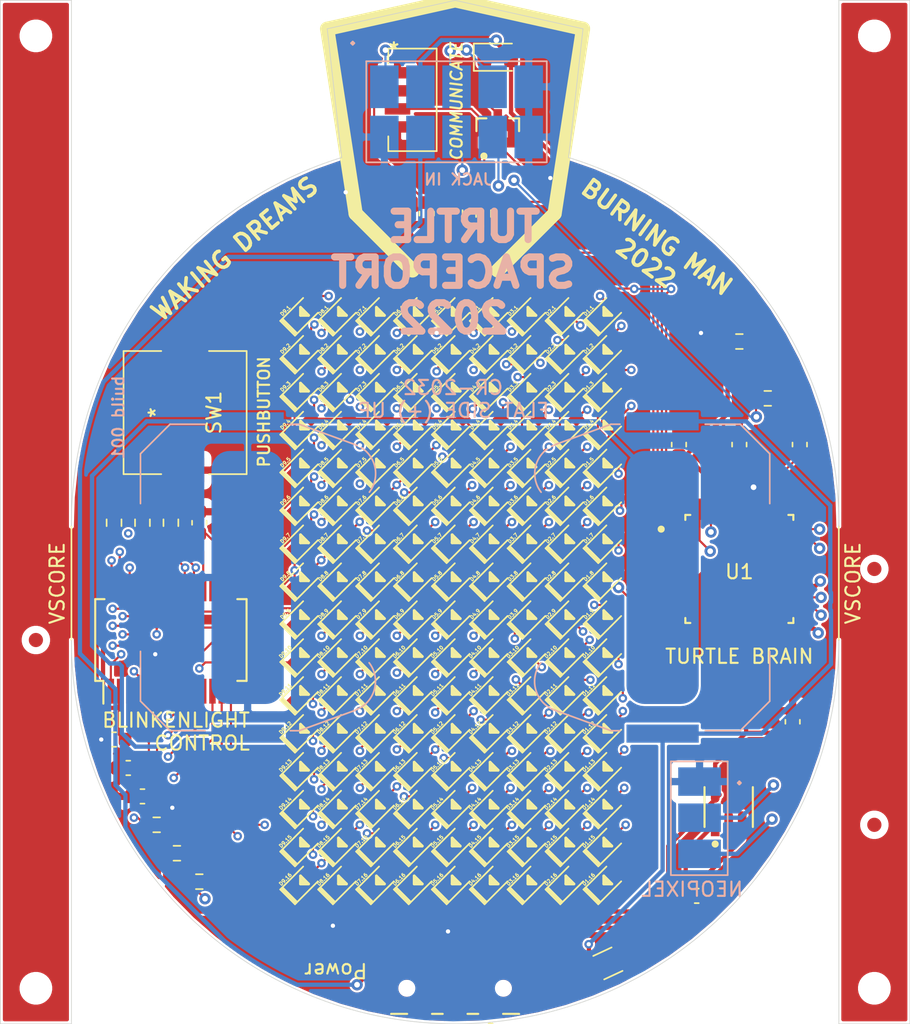
<source format=kicad_pcb>
(kicad_pcb (version 20171130) (host pcbnew "(5.1.12-1-10_14)")
  (layers (0 F.Cu signal hide) (1 In1.Cu signal hide) (2 In2.Cu signal hide) (31 B.Cu signal) (34 B.Paste user) (35 F.Paste user hide) (36 B.SilkS user) (37 F.SilkS user hide) (38 B.Mask user) (39 F.Mask user hide) (44 Edge.Cuts user))
  (net 0 "")
  (net 1 "Net-(BT1-Pad1)")
  (net 2 "Net-(BT1-Pad2)")
  (net 3 GND)
  (net 4 "Net-(C2-Pad1)")
  (net 5 +3V3)
  (net 6 "Net-(C4-Pad1)")
  (net 7 +5V)
  (net 8 "Net-(C7-Pad1)")
  (net 9 "Net-(C8-Pad1)")
  (net 10 "Net-(D145-Pad1)")
  (net 11 /SWCLK)
  (net 12 /D-)
  (net 13 /SWDIO)
  (net 14 /D+)
  (net 15 /USB5V)
  (net 16 /~RESET)
  (net 17 "Net-(Q1-Pad1)")
  (net 18 /A3)
  (net 19 /A2)
  (net 20 "Net-(R5-Pad1)")
  (net 21 "Net-(R6-Pad2)")
  (net 22 /A6)
  (net 23 /SCL)
  (net 24 /SDA)
  (net 25 "Net-(R10-Pad1)")
  (net 26 /A0)
  (net 27 "Net-(U1-Pad1)")
  (net 28 "Net-(U1-Pad2)")
  (net 29 /A1)
  (net 30 "Net-(U1-Pad8)")
  (net 31 "Net-(U1-Pad11)")
  (net 32 "Net-(U1-Pad12)")
  (net 33 "Net-(U1-Pad13)")
  (net 34 "Net-(U1-Pad14)")
  (net 35 "Net-(U1-Pad15)")
  (net 36 "Net-(U1-Pad20)")
  (net 37 "Net-(U1-Pad21)")
  (net 38 "Net-(U1-Pad22)")
  (net 39 "Net-(U1-Pad25)")
  (net 40 "Net-(U1-Pad27)")
  (net 41 "Net-(U2-Pad4)")
  (net 42 /CA8)
  (net 43 /CA7)
  (net 44 /CA6)
  (net 45 /CA5)
  (net 46 /CA4)
  (net 47 /CA3)
  (net 48 /CA2)
  (net 49 /CA1)
  (net 50 "Net-(U4-Pad17)")
  (net 51 /CB9)
  (net 52 /CB8)
  (net 53 /CB7)
  (net 54 /CB6)
  (net 55 /CB5)
  (net 56 /CB4)
  (net 57 /CB3)
  (net 58 /CB2)
  (net 59 /CB1)
  (net 60 /CA9)
  (net 61 /NEOPWR)
  (net 62 /NEOPIX)
  (module "Joels KiCad Footprint Library:Debug_Pad_01x03" (layer B.Cu) (at 204.68 101.04 180)
    (fp_text reference J2 hide)
    (fp_text value NEOPIXEL (at -2 -2.5) (layer B.SilkS) (effects (justify mirror)))
    (fp_text user . (at -5.32 5.81) (layer B.SilkS) (effects (font (size 2 2)) (justify mirror)))
    (pad 3 smd rect (at -2.52 0 180) (size 3 2) (layers B.Cu B.Paste B.Mask) (net 61 /NEOPWR))
    (pad 2 smd rect (at -2.52 2.54 180) (size 3 2) (layers B.Cu B.Paste B.Mask) (net 62 /NEOPIX))
    (pad 1 smd rect (at -2.52 5.08 180) (size 3 2) (layers B.Cu B.Paste B.Mask) (net 3 GND))
  )
  (module "Joels KiCad Footprint Library:CK-JS102011JAQN-0-0-MFG" (layer F.Cu) (at 190 110.5 180)
    (fp_text reference SW2)
    (fp_text value POWER)
    (pad 1 smd rect (at -2.5 1.2 180) (size 0.95 1.55) (layers F.Cu F.Paste F.Mask) (net 1 "Net-(BT1-Pad1)"))
    (pad 2 smd rect (at 0 1.2 180) (size 1 1.6) (layers F.Cu F.Paste F.Mask) (net 7 +5V))
    (pad 3 smd rect (at 2.5 1.2 180) (size 0.95 1.55) (layers F.Cu F.Paste F.Mask) (net 15 /USB5V))
    (pad 3 smd rect (at 2.5 -1.2 180) (size 0.95 1.55) (layers F.Cu F.Paste F.Mask) (net 15 /USB5V))
    (pad 2 smd rect (at 0 -1.2 180) (size 1 1.6) (layers F.Cu F.Paste F.Mask) (net 7 +5V))
    (pad 1 smd rect (at -2.5 -1.2 180) (size 0.95 1.55) (layers F.Cu F.Paste F.Mask) (net 1 "Net-(BT1-Pad1)"))
    (pad ~ np_thru_hole circle (at -3.4 0 180) (size 0.9 0.9) (drill 0.9) (layers *.Cu *.Mask))
    (pad ~ np_thru_hole circle (at 3.4 0 180) (size 0.9 0.9) (drill 0.9) (layers *.Cu *.Mask))
  )
  (module "Joels KiCad Footprint Library:TSOP75438WTT" (layer F.Cu) (at 187 48)
    (fp_text reference U3)
    (fp_text value TSOP75438WTT)
    (fp_text user * (at -1.3081 -3.5052) (layer F.SilkS))
    (fp_text user * (at -1.3081 -3.5052) (layer F.SilkS))
    (pad 1 smd rect (at -1.0541 -1.905) (size 1.8 0.8) (layers F.Cu F.Paste F.Mask) (net 3 GND))
    (pad 2 smd rect (at -1.0541 -0.635) (size 1.8 0.8) (layers F.Cu F.Paste F.Mask) (net 8 "Net-(C7-Pad1)"))
    (pad 3 smd rect (at -1.0541 0.635) (size 1.8 0.8) (layers F.Cu F.Paste F.Mask) (net 29 /A1))
    (pad 4 smd rect (at -1.0541 1.905) (size 1.8 0.8) (layers F.Cu F.Paste F.Mask) (net 3 GND))
  )
  (module "Joels KiCad Footprint Library:BatteryHolder_Keystone_3034_Minimum_Pad" (layer B.Cu) (at 175.4 81.6 270)
    (fp_text reference BT2 hide)
    (fp_text value CR2032)
    (pad 1 smd rect (at -10.985 0 270) (size 1.27 5.08) (layers B.Cu B.Paste B.Mask) (net 2 "Net-(BT1-Pad2)"))
    (pad 1 smd rect (at 10.985 0 270) (size 1.27 5.08) (layers B.Cu B.Paste B.Mask) (net 2 "Net-(BT1-Pad2)"))
    (pad 2 smd roundrect (at 0 0 270) (size 17.8 5.08) (layers B.Cu B.Mask) (net 3 GND))
  )
  (module "Joels KiCad Footprint Library:BatteryHolder_Keystone_3034_Minimum_Pad" (layer B.Cu) (at 204.6 81.6 90)
    (fp_text reference BT1 hide)
    (fp_text value CR2032)
    (pad 1 smd rect (at -10.985 0 90) (size 1.27 5.08) (layers B.Cu B.Paste B.Mask) (net 1 "Net-(BT1-Pad1)"))
    (pad 1 smd rect (at 10.985 0 90) (size 1.27 5.08) (layers B.Cu B.Paste B.Mask) (net 1 "Net-(BT1-Pad1)"))
    (pad 2 smd roundrect (at 0 0 90) (size 17.8 5.08) (layers B.Cu B.Mask) (net 2 "Net-(BT1-Pad2)"))
  )
  (module "Joels KiCad Footprint Library:LED_0603_For_Blinky" (layer F.Cu) (at 195.31 68.333332)
    (fp_text reference D3.3 (at -1.25 -0.16 45) (layer F.SilkS) (effects (font (size 0.25 0.25) (thickness 0.0625))))
    (fp_text value LED hide)
    (pad 1 smd rect (at -0.604576 0.576617 45) (size 0.8 0.8) (layers F.Cu F.Paste F.Mask) (net 47 /CA3))
    (pad 2 smd rect (at 0.56 -0.57 45) (size 0.8 0.8) (layers F.Cu F.Paste F.Mask) (net 46 /CA4))
  )
  (module "Joels KiCad Footprint Library:LED_0603_For_Blinky" (layer F.Cu) (at 179.31 97.666658)
    (fp_text reference D9.14 (at -1.25 -0.16 45) (layer F.SilkS) (effects (font (size 0.25 0.25) (thickness 0.0625))))
    (fp_text value LED hide)
    (pad 1 smd rect (at -0.604576 0.576617 45) (size 0.8 0.8) (layers F.Cu F.Paste F.Mask) (net 51 /CB9))
    (pad 2 smd rect (at 0.56 -0.57 45) (size 0.8 0.8) (layers F.Cu F.Paste F.Mask) (net 54 /CB6))
  )
  (module "Joels KiCad Footprint Library:LED_0603_For_Blinky" (layer F.Cu) (at 179.31 94.999992)
    (fp_text reference D9.13 (at -1.25 -0.16 45) (layer F.SilkS) (effects (font (size 0.25 0.25) (thickness 0.0625))))
    (fp_text value LED hide)
    (pad 1 smd rect (at -0.604576 0.576617 45) (size 0.8 0.8) (layers F.Cu F.Paste F.Mask) (net 51 /CB9))
    (pad 2 smd rect (at 0.56 -0.57 45) (size 0.8 0.8) (layers F.Cu F.Paste F.Mask) (net 55 /CB5))
  )
  (module "Joels KiCad Footprint Library:LED_0603_For_Blinky" (layer F.Cu) (at 179.31 92.333326)
    (fp_text reference D9.12 (at -1.25 -0.16 45) (layer F.SilkS) (effects (font (size 0.25 0.25) (thickness 0.0625))))
    (fp_text value LED hide)
    (pad 1 smd rect (at -0.604576 0.576617 45) (size 0.8 0.8) (layers F.Cu F.Paste F.Mask) (net 51 /CB9))
    (pad 2 smd rect (at 0.56 -0.57 45) (size 0.8 0.8) (layers F.Cu F.Paste F.Mask) (net 56 /CB4))
  )
  (module "Joels KiCad Footprint Library:LED_0603_For_Blinky" (layer F.Cu) (at 179.31 63)
    (fp_text reference D9.1 (at -1.25 -0.16 45) (layer F.SilkS) (effects (font (size 0.25 0.25) (thickness 0.0625))))
    (fp_text value LED hide)
    (pad 1 smd rect (at -0.604576 0.576617 45) (size 0.8 0.8) (layers F.Cu F.Paste F.Mask) (net 60 /CA9))
    (pad 2 smd rect (at 0.56 -0.57 45) (size 0.8 0.8) (layers F.Cu F.Paste F.Mask) (net 49 /CA1))
  )
  (module "Joels KiCad Footprint Library:LED_0603_For_Blinky" (layer F.Cu) (at 179.31 65.666666)
    (fp_text reference D9.2 (at -1.25 -0.16 45) (layer F.SilkS) (effects (font (size 0.25 0.25) (thickness 0.0625))))
    (fp_text value LED hide)
    (pad 1 smd rect (at -0.604576 0.576617 45) (size 0.8 0.8) (layers F.Cu F.Paste F.Mask) (net 60 /CA9))
    (pad 2 smd rect (at 0.56 -0.57 45) (size 0.8 0.8) (layers F.Cu F.Paste F.Mask) (net 48 /CA2))
  )
  (module "Joels KiCad Footprint Library:LED_0603_For_Blinky" (layer F.Cu) (at 179.31 68.333332)
    (fp_text reference D9.3 (at -1.25 -0.16 45) (layer F.SilkS) (effects (font (size 0.25 0.25) (thickness 0.0625))))
    (fp_text value LED hide)
    (pad 1 smd rect (at -0.604576 0.576617 45) (size 0.8 0.8) (layers F.Cu F.Paste F.Mask) (net 60 /CA9))
    (pad 2 smd rect (at 0.56 -0.57 45) (size 0.8 0.8) (layers F.Cu F.Paste F.Mask) (net 47 /CA3))
  )
  (module "Joels KiCad Footprint Library:LED_0603_For_Blinky" (layer F.Cu) (at 179.31 70.999998)
    (fp_text reference D9.4 (at -1.25 -0.16 45) (layer F.SilkS) (effects (font (size 0.25 0.25) (thickness 0.0625))))
    (fp_text value LED hide)
    (pad 1 smd rect (at -0.604576 0.576617 45) (size 0.8 0.8) (layers F.Cu F.Paste F.Mask) (net 60 /CA9))
    (pad 2 smd rect (at 0.56 -0.57 45) (size 0.8 0.8) (layers F.Cu F.Paste F.Mask) (net 46 /CA4))
  )
  (module "Joels KiCad Footprint Library:LED_0603_For_Blinky" (layer F.Cu) (at 179.31 73.666664)
    (fp_text reference D9.5 (at -1.25 -0.16 45) (layer F.SilkS) (effects (font (size 0.25 0.25) (thickness 0.0625))))
    (fp_text value LED hide)
    (pad 1 smd rect (at -0.604576 0.576617 45) (size 0.8 0.8) (layers F.Cu F.Paste F.Mask) (net 60 /CA9))
    (pad 2 smd rect (at 0.56 -0.57 45) (size 0.8 0.8) (layers F.Cu F.Paste F.Mask) (net 45 /CA5))
  )
  (module "Joels KiCad Footprint Library:LED_0603_For_Blinky" (layer F.Cu) (at 179.31 100.333324)
    (fp_text reference D9.15 (at -1.25 -0.16 45) (layer F.SilkS) (effects (font (size 0.25 0.25) (thickness 0.0625))))
    (fp_text value LED hide)
    (pad 1 smd rect (at -0.604576 0.576617 45) (size 0.8 0.8) (layers F.Cu F.Paste F.Mask) (net 51 /CB9))
    (pad 2 smd rect (at 0.56 -0.57 45) (size 0.8 0.8) (layers F.Cu F.Paste F.Mask) (net 53 /CB7))
  )
  (module "Joels KiCad Footprint Library:LED_0603_For_Blinky" (layer F.Cu) (at 179.31 76.33333)
    (fp_text reference D9.6 (at -1.25 -0.16 45) (layer F.SilkS) (effects (font (size 0.25 0.25) (thickness 0.0625))))
    (fp_text value LED hide)
    (pad 1 smd rect (at -0.604576 0.576617 45) (size 0.8 0.8) (layers F.Cu F.Paste F.Mask) (net 60 /CA9))
    (pad 2 smd rect (at 0.56 -0.57 45) (size 0.8 0.8) (layers F.Cu F.Paste F.Mask) (net 44 /CA6))
  )
  (module "Joels KiCad Footprint Library:LED_0603_For_Blinky" (layer F.Cu) (at 179.31 78.999996)
    (fp_text reference D9.7 (at -1.25 -0.16 45) (layer F.SilkS) (effects (font (size 0.25 0.25) (thickness 0.0625))))
    (fp_text value LED hide)
    (pad 1 smd rect (at -0.604576 0.576617 45) (size 0.8 0.8) (layers F.Cu F.Paste F.Mask) (net 60 /CA9))
    (pad 2 smd rect (at 0.56 -0.57 45) (size 0.8 0.8) (layers F.Cu F.Paste F.Mask) (net 43 /CA7))
  )
  (module "Joels KiCad Footprint Library:LED_0603_For_Blinky" (layer F.Cu) (at 179.31 81.666662)
    (fp_text reference D9.8 (at -1.25 -0.16 45) (layer F.SilkS) (effects (font (size 0.25 0.25) (thickness 0.0625))))
    (fp_text value LED hide)
    (pad 1 smd rect (at -0.604576 0.576617 45) (size 0.8 0.8) (layers F.Cu F.Paste F.Mask) (net 60 /CA9))
    (pad 2 smd rect (at 0.56 -0.57 45) (size 0.8 0.8) (layers F.Cu F.Paste F.Mask) (net 42 /CA8))
  )
  (module "Joels KiCad Footprint Library:LED_0603_For_Blinky" (layer F.Cu) (at 179.31 84.333328)
    (fp_text reference D9.9 (at -1.25 -0.16 45) (layer F.SilkS) (effects (font (size 0.25 0.25) (thickness 0.0625))))
    (fp_text value LED hide)
    (pad 1 smd rect (at -0.604576 0.576617 45) (size 0.8 0.8) (layers F.Cu F.Paste F.Mask) (net 51 /CB9))
    (pad 2 smd rect (at 0.56 -0.57 45) (size 0.8 0.8) (layers F.Cu F.Paste F.Mask) (net 59 /CB1))
  )
  (module "Joels KiCad Footprint Library:LED_0603_For_Blinky" (layer F.Cu) (at 179.31 86.999994)
    (fp_text reference D9.10 (at -1.25 -0.16 45) (layer F.SilkS) (effects (font (size 0.25 0.25) (thickness 0.0625))))
    (fp_text value LED hide)
    (pad 1 smd rect (at -0.604576 0.576617 45) (size 0.8 0.8) (layers F.Cu F.Paste F.Mask) (net 51 /CB9))
    (pad 2 smd rect (at 0.56 -0.57 45) (size 0.8 0.8) (layers F.Cu F.Paste F.Mask) (net 58 /CB2))
  )
  (module "Joels KiCad Footprint Library:LED_0603_For_Blinky" (layer F.Cu) (at 179.31 89.66666)
    (fp_text reference D9.11 (at -1.25 -0.16 45) (layer F.SilkS) (effects (font (size 0.25 0.25) (thickness 0.0625))))
    (fp_text value LED hide)
    (pad 1 smd rect (at -0.604576 0.576617 45) (size 0.8 0.8) (layers F.Cu F.Paste F.Mask) (net 51 /CB9))
    (pad 2 smd rect (at 0.56 -0.57 45) (size 0.8 0.8) (layers F.Cu F.Paste F.Mask) (net 57 /CB3))
  )
  (module "Joels KiCad Footprint Library:LED_0603_For_Blinky" (layer F.Cu) (at 179.31 102.99999)
    (fp_text reference D9.16 (at -1.25 -0.16 45) (layer F.SilkS) (effects (font (size 0.25 0.25) (thickness 0.0625))))
    (fp_text value LED hide)
    (pad 1 smd rect (at -0.604576 0.576617 45) (size 0.8 0.8) (layers F.Cu F.Paste F.Mask) (net 51 /CB9))
    (pad 2 smd rect (at 0.56 -0.57 45) (size 0.8 0.8) (layers F.Cu F.Paste F.Mask) (net 52 /CB8))
  )
  (module "Joels KiCad Footprint Library:LED_0603_For_Blinky" (layer F.Cu) (at 181.98 97.666658)
    (fp_text reference D8.14 (at -1.25 -0.16 45) (layer F.SilkS) (effects (font (size 0.25 0.25) (thickness 0.0625))))
    (fp_text value LED hide)
    (pad 1 smd rect (at -0.604576 0.576617 45) (size 0.8 0.8) (layers F.Cu F.Paste F.Mask) (net 52 /CB8))
    (pad 2 smd rect (at 0.56 -0.57 45) (size 0.8 0.8) (layers F.Cu F.Paste F.Mask) (net 54 /CB6))
  )
  (module "Joels KiCad Footprint Library:LED_0603_For_Blinky" (layer F.Cu) (at 181.98 94.999992)
    (fp_text reference D8.13 (at -1.25 -0.16 45) (layer F.SilkS) (effects (font (size 0.25 0.25) (thickness 0.0625))))
    (fp_text value LED hide)
    (pad 1 smd rect (at -0.604576 0.576617 45) (size 0.8 0.8) (layers F.Cu F.Paste F.Mask) (net 52 /CB8))
    (pad 2 smd rect (at 0.56 -0.57 45) (size 0.8 0.8) (layers F.Cu F.Paste F.Mask) (net 55 /CB5))
  )
  (module "Joels KiCad Footprint Library:LED_0603_For_Blinky" (layer F.Cu) (at 181.98 92.333326)
    (fp_text reference D8.12 (at -1.25 -0.16 45) (layer F.SilkS) (effects (font (size 0.25 0.25) (thickness 0.0625))))
    (fp_text value LED hide)
    (pad 1 smd rect (at -0.604576 0.576617 45) (size 0.8 0.8) (layers F.Cu F.Paste F.Mask) (net 52 /CB8))
    (pad 2 smd rect (at 0.56 -0.57 45) (size 0.8 0.8) (layers F.Cu F.Paste F.Mask) (net 56 /CB4))
  )
  (module "Joels KiCad Footprint Library:LED_0603_For_Blinky" (layer F.Cu) (at 181.98 63)
    (fp_text reference D8.1 (at -1.25 -0.16 45) (layer F.SilkS) (effects (font (size 0.25 0.25) (thickness 0.0625))))
    (fp_text value LED hide)
    (pad 1 smd rect (at -0.604576 0.576617 45) (size 0.8 0.8) (layers F.Cu F.Paste F.Mask) (net 42 /CA8))
    (pad 2 smd rect (at 0.56 -0.57 45) (size 0.8 0.8) (layers F.Cu F.Paste F.Mask) (net 49 /CA1))
  )
  (module "Joels KiCad Footprint Library:LED_0603_For_Blinky" (layer F.Cu) (at 181.98 65.666666)
    (fp_text reference D8.2 (at -1.25 -0.16 45) (layer F.SilkS) (effects (font (size 0.25 0.25) (thickness 0.0625))))
    (fp_text value LED hide)
    (pad 1 smd rect (at -0.604576 0.576617 45) (size 0.8 0.8) (layers F.Cu F.Paste F.Mask) (net 42 /CA8))
    (pad 2 smd rect (at 0.56 -0.57 45) (size 0.8 0.8) (layers F.Cu F.Paste F.Mask) (net 48 /CA2))
  )
  (module "Joels KiCad Footprint Library:LED_0603_For_Blinky" (layer F.Cu) (at 181.98 68.333332)
    (fp_text reference D8.3 (at -1.25 -0.16 45) (layer F.SilkS) (effects (font (size 0.25 0.25) (thickness 0.0625))))
    (fp_text value LED hide)
    (pad 1 smd rect (at -0.604576 0.576617 45) (size 0.8 0.8) (layers F.Cu F.Paste F.Mask) (net 42 /CA8))
    (pad 2 smd rect (at 0.56 -0.57 45) (size 0.8 0.8) (layers F.Cu F.Paste F.Mask) (net 47 /CA3))
  )
  (module "Joels KiCad Footprint Library:LED_0603_For_Blinky" (layer F.Cu) (at 181.98 70.999998)
    (fp_text reference D8.4 (at -1.25 -0.16 45) (layer F.SilkS) (effects (font (size 0.25 0.25) (thickness 0.0625))))
    (fp_text value LED hide)
    (pad 1 smd rect (at -0.604576 0.576617 45) (size 0.8 0.8) (layers F.Cu F.Paste F.Mask) (net 42 /CA8))
    (pad 2 smd rect (at 0.56 -0.57 45) (size 0.8 0.8) (layers F.Cu F.Paste F.Mask) (net 46 /CA4))
  )
  (module "Joels KiCad Footprint Library:LED_0603_For_Blinky" (layer F.Cu) (at 181.98 73.666664)
    (fp_text reference D8.5 (at -1.25 -0.16 45) (layer F.SilkS) (effects (font (size 0.25 0.25) (thickness 0.0625))))
    (fp_text value LED hide)
    (pad 1 smd rect (at -0.604576 0.576617 45) (size 0.8 0.8) (layers F.Cu F.Paste F.Mask) (net 42 /CA8))
    (pad 2 smd rect (at 0.56 -0.57 45) (size 0.8 0.8) (layers F.Cu F.Paste F.Mask) (net 45 /CA5))
  )
  (module "Joels KiCad Footprint Library:LED_0603_For_Blinky" (layer F.Cu) (at 181.98 100.333324)
    (fp_text reference D8.15 (at -1.25 -0.16 45) (layer F.SilkS) (effects (font (size 0.25 0.25) (thickness 0.0625))))
    (fp_text value LED hide)
    (pad 1 smd rect (at -0.604576 0.576617 45) (size 0.8 0.8) (layers F.Cu F.Paste F.Mask) (net 52 /CB8))
    (pad 2 smd rect (at 0.56 -0.57 45) (size 0.8 0.8) (layers F.Cu F.Paste F.Mask) (net 53 /CB7))
  )
  (module "Joels KiCad Footprint Library:LED_0603_For_Blinky" (layer F.Cu) (at 181.98 76.33333)
    (fp_text reference D8.6 (at -1.25 -0.16 45) (layer F.SilkS) (effects (font (size 0.25 0.25) (thickness 0.0625))))
    (fp_text value LED hide)
    (pad 1 smd rect (at -0.604576 0.576617 45) (size 0.8 0.8) (layers F.Cu F.Paste F.Mask) (net 42 /CA8))
    (pad 2 smd rect (at 0.56 -0.57 45) (size 0.8 0.8) (layers F.Cu F.Paste F.Mask) (net 44 /CA6))
  )
  (module "Joels KiCad Footprint Library:LED_0603_For_Blinky" (layer F.Cu) (at 181.98 78.999996)
    (fp_text reference D8.7 (at -1.25 -0.16 45) (layer F.SilkS) (effects (font (size 0.25 0.25) (thickness 0.0625))))
    (fp_text value LED hide)
    (pad 1 smd rect (at -0.604576 0.576617 45) (size 0.8 0.8) (layers F.Cu F.Paste F.Mask) (net 42 /CA8))
    (pad 2 smd rect (at 0.56 -0.57 45) (size 0.8 0.8) (layers F.Cu F.Paste F.Mask) (net 43 /CA7))
  )
  (module "Joels KiCad Footprint Library:LED_0603_For_Blinky" (layer F.Cu) (at 181.98 81.666662)
    (fp_text reference D8.8 (at -1.25 -0.16 45) (layer F.SilkS) (effects (font (size 0.25 0.25) (thickness 0.0625))))
    (fp_text value LED hide)
    (pad 1 smd rect (at -0.604576 0.576617 45) (size 0.8 0.8) (layers F.Cu F.Paste F.Mask) (net 42 /CA8))
    (pad 2 smd rect (at 0.56 -0.57 45) (size 0.8 0.8) (layers F.Cu F.Paste F.Mask) (net 60 /CA9))
  )
  (module "Joels KiCad Footprint Library:LED_0603_For_Blinky" (layer F.Cu) (at 181.98 84.333328)
    (fp_text reference D8.9 (at -1.25 -0.16 45) (layer F.SilkS) (effects (font (size 0.25 0.25) (thickness 0.0625))))
    (fp_text value LED hide)
    (pad 1 smd rect (at -0.604576 0.576617 45) (size 0.8 0.8) (layers F.Cu F.Paste F.Mask) (net 52 /CB8))
    (pad 2 smd rect (at 0.56 -0.57 45) (size 0.8 0.8) (layers F.Cu F.Paste F.Mask) (net 59 /CB1))
  )
  (module "Joels KiCad Footprint Library:LED_0603_For_Blinky" (layer F.Cu) (at 181.98 86.999994)
    (fp_text reference D8.10 (at -1.25 -0.16 45) (layer F.SilkS) (effects (font (size 0.25 0.25) (thickness 0.0625))))
    (fp_text value LED hide)
    (pad 1 smd rect (at -0.604576 0.576617 45) (size 0.8 0.8) (layers F.Cu F.Paste F.Mask) (net 52 /CB8))
    (pad 2 smd rect (at 0.56 -0.57 45) (size 0.8 0.8) (layers F.Cu F.Paste F.Mask) (net 58 /CB2))
  )
  (module "Joels KiCad Footprint Library:LED_0603_For_Blinky" (layer F.Cu) (at 181.98 89.66666)
    (fp_text reference D8.11 (at -1.25 -0.16 45) (layer F.SilkS) (effects (font (size 0.25 0.25) (thickness 0.0625))))
    (fp_text value LED hide)
    (pad 1 smd rect (at -0.604576 0.576617 45) (size 0.8 0.8) (layers F.Cu F.Paste F.Mask) (net 52 /CB8))
    (pad 2 smd rect (at 0.56 -0.57 45) (size 0.8 0.8) (layers F.Cu F.Paste F.Mask) (net 57 /CB3))
  )
  (module "Joels KiCad Footprint Library:LED_0603_For_Blinky" (layer F.Cu) (at 181.98 102.99999)
    (fp_text reference D8.16 (at -1.25 -0.16 45) (layer F.SilkS) (effects (font (size 0.25 0.25) (thickness 0.0625))))
    (fp_text value LED hide)
    (pad 1 smd rect (at -0.604576 0.576617 45) (size 0.8 0.8) (layers F.Cu F.Paste F.Mask) (net 52 /CB8))
    (pad 2 smd rect (at 0.56 -0.57 45) (size 0.8 0.8) (layers F.Cu F.Paste F.Mask) (net 51 /CB9))
  )
  (module "Joels KiCad Footprint Library:LED_0603_For_Blinky" (layer F.Cu) (at 184.65 97.666658)
    (fp_text reference D7.14 (at -1.25 -0.16 45) (layer F.SilkS) (effects (font (size 0.25 0.25) (thickness 0.0625))))
    (fp_text value LED hide)
    (pad 1 smd rect (at -0.604576 0.576617 45) (size 0.8 0.8) (layers F.Cu F.Paste F.Mask) (net 53 /CB7))
    (pad 2 smd rect (at 0.56 -0.57 45) (size 0.8 0.8) (layers F.Cu F.Paste F.Mask) (net 54 /CB6))
  )
  (module "Joels KiCad Footprint Library:LED_0603_For_Blinky" (layer F.Cu) (at 184.65 94.999992)
    (fp_text reference D7.13 (at -1.25 -0.16 45) (layer F.SilkS) (effects (font (size 0.25 0.25) (thickness 0.0625))))
    (fp_text value LED hide)
    (pad 1 smd rect (at -0.604576 0.576617 45) (size 0.8 0.8) (layers F.Cu F.Paste F.Mask) (net 53 /CB7))
    (pad 2 smd rect (at 0.56 -0.57 45) (size 0.8 0.8) (layers F.Cu F.Paste F.Mask) (net 55 /CB5))
  )
  (module "Joels KiCad Footprint Library:LED_0603_For_Blinky" (layer F.Cu) (at 184.65 92.333326)
    (fp_text reference D7.12 (at -1.25 -0.16 45) (layer F.SilkS) (effects (font (size 0.25 0.25) (thickness 0.0625))))
    (fp_text value LED hide)
    (pad 1 smd rect (at -0.604576 0.576617 45) (size 0.8 0.8) (layers F.Cu F.Paste F.Mask) (net 53 /CB7))
    (pad 2 smd rect (at 0.56 -0.57 45) (size 0.8 0.8) (layers F.Cu F.Paste F.Mask) (net 56 /CB4))
  )
  (module "Joels KiCad Footprint Library:LED_0603_For_Blinky" (layer F.Cu) (at 184.65 63)
    (fp_text reference D7.1 (at -1.25 -0.16 45) (layer F.SilkS) (effects (font (size 0.25 0.25) (thickness 0.0625))))
    (fp_text value LED hide)
    (pad 1 smd rect (at -0.604576 0.576617 45) (size 0.8 0.8) (layers F.Cu F.Paste F.Mask) (net 43 /CA7))
    (pad 2 smd rect (at 0.56 -0.57 45) (size 0.8 0.8) (layers F.Cu F.Paste F.Mask) (net 49 /CA1))
  )
  (module "Joels KiCad Footprint Library:LED_0603_For_Blinky" (layer F.Cu) (at 184.65 65.666666)
    (fp_text reference D7.2 (at -1.25 -0.16 45) (layer F.SilkS) (effects (font (size 0.25 0.25) (thickness 0.0625))))
    (fp_text value LED hide)
    (pad 1 smd rect (at -0.604576 0.576617 45) (size 0.8 0.8) (layers F.Cu F.Paste F.Mask) (net 43 /CA7))
    (pad 2 smd rect (at 0.56 -0.57 45) (size 0.8 0.8) (layers F.Cu F.Paste F.Mask) (net 48 /CA2))
  )
  (module "Joels KiCad Footprint Library:LED_0603_For_Blinky" (layer F.Cu) (at 184.65 68.333332)
    (fp_text reference D7.3 (at -1.25 -0.16 45) (layer F.SilkS) (effects (font (size 0.25 0.25) (thickness 0.0625))))
    (fp_text value LED hide)
    (pad 1 smd rect (at -0.604576 0.576617 45) (size 0.8 0.8) (layers F.Cu F.Paste F.Mask) (net 43 /CA7))
    (pad 2 smd rect (at 0.56 -0.57 45) (size 0.8 0.8) (layers F.Cu F.Paste F.Mask) (net 47 /CA3))
  )
  (module "Joels KiCad Footprint Library:LED_0603_For_Blinky" (layer F.Cu) (at 184.65 70.999998)
    (fp_text reference D7.4 (at -1.25 -0.16 45) (layer F.SilkS) (effects (font (size 0.25 0.25) (thickness 0.0625))))
    (fp_text value LED hide)
    (pad 1 smd rect (at -0.604576 0.576617 45) (size 0.8 0.8) (layers F.Cu F.Paste F.Mask) (net 43 /CA7))
    (pad 2 smd rect (at 0.56 -0.57 45) (size 0.8 0.8) (layers F.Cu F.Paste F.Mask) (net 46 /CA4))
  )
  (module "Joels KiCad Footprint Library:LED_0603_For_Blinky" (layer F.Cu) (at 184.65 73.666664)
    (fp_text reference D7.5 (at -1.25 -0.16 45) (layer F.SilkS) (effects (font (size 0.25 0.25) (thickness 0.0625))))
    (fp_text value LED hide)
    (pad 1 smd rect (at -0.604576 0.576617 45) (size 0.8 0.8) (layers F.Cu F.Paste F.Mask) (net 43 /CA7))
    (pad 2 smd rect (at 0.56 -0.57 45) (size 0.8 0.8) (layers F.Cu F.Paste F.Mask) (net 45 /CA5))
  )
  (module "Joels KiCad Footprint Library:LED_0603_For_Blinky" (layer F.Cu) (at 184.65 100.333324)
    (fp_text reference D7.15 (at -1.25 -0.16 45) (layer F.SilkS) (effects (font (size 0.25 0.25) (thickness 0.0625))))
    (fp_text value LED hide)
    (pad 1 smd rect (at -0.604576 0.576617 45) (size 0.8 0.8) (layers F.Cu F.Paste F.Mask) (net 53 /CB7))
    (pad 2 smd rect (at 0.56 -0.57 45) (size 0.8 0.8) (layers F.Cu F.Paste F.Mask) (net 52 /CB8))
  )
  (module "Joels KiCad Footprint Library:LED_0603_For_Blinky" (layer F.Cu) (at 184.65 76.33333)
    (fp_text reference D7.6 (at -1.25 -0.16 45) (layer F.SilkS) (effects (font (size 0.25 0.25) (thickness 0.0625))))
    (fp_text value LED hide)
    (pad 1 smd rect (at -0.604576 0.576617 45) (size 0.8 0.8) (layers F.Cu F.Paste F.Mask) (net 43 /CA7))
    (pad 2 smd rect (at 0.56 -0.57 45) (size 0.8 0.8) (layers F.Cu F.Paste F.Mask) (net 44 /CA6))
  )
  (module "Joels KiCad Footprint Library:LED_0603_For_Blinky" (layer F.Cu) (at 184.65 78.999996)
    (fp_text reference D7.7 (at -1.25 -0.16 45) (layer F.SilkS) (effects (font (size 0.25 0.25) (thickness 0.0625))))
    (fp_text value LED hide)
    (pad 1 smd rect (at -0.604576 0.576617 45) (size 0.8 0.8) (layers F.Cu F.Paste F.Mask) (net 43 /CA7))
    (pad 2 smd rect (at 0.56 -0.57 45) (size 0.8 0.8) (layers F.Cu F.Paste F.Mask) (net 42 /CA8))
  )
  (module "Joels KiCad Footprint Library:LED_0603_For_Blinky" (layer F.Cu) (at 184.65 81.666662)
    (fp_text reference D7.8 (at -1.25 -0.16 45) (layer F.SilkS) (effects (font (size 0.25 0.25) (thickness 0.0625))))
    (fp_text value LED hide)
    (pad 1 smd rect (at -0.604576 0.576617 45) (size 0.8 0.8) (layers F.Cu F.Paste F.Mask) (net 43 /CA7))
    (pad 2 smd rect (at 0.56 -0.57 45) (size 0.8 0.8) (layers F.Cu F.Paste F.Mask) (net 60 /CA9))
  )
  (module "Joels KiCad Footprint Library:LED_0603_For_Blinky" (layer F.Cu) (at 184.65 84.333328)
    (fp_text reference D7.9 (at -1.25 -0.16 45) (layer F.SilkS) (effects (font (size 0.25 0.25) (thickness 0.0625))))
    (fp_text value LED hide)
    (pad 1 smd rect (at -0.604576 0.576617 45) (size 0.8 0.8) (layers F.Cu F.Paste F.Mask) (net 53 /CB7))
    (pad 2 smd rect (at 0.56 -0.57 45) (size 0.8 0.8) (layers F.Cu F.Paste F.Mask) (net 59 /CB1))
  )
  (module "Joels KiCad Footprint Library:LED_0603_For_Blinky" (layer F.Cu) (at 184.65 86.999994)
    (fp_text reference D7.10 (at -1.25 -0.16 45) (layer F.SilkS) (effects (font (size 0.25 0.25) (thickness 0.0625))))
    (fp_text value LED hide)
    (pad 1 smd rect (at -0.604576 0.576617 45) (size 0.8 0.8) (layers F.Cu F.Paste F.Mask) (net 53 /CB7))
    (pad 2 smd rect (at 0.56 -0.57 45) (size 0.8 0.8) (layers F.Cu F.Paste F.Mask) (net 58 /CB2))
  )
  (module "Joels KiCad Footprint Library:LED_0603_For_Blinky" (layer F.Cu) (at 184.65 89.66666)
    (fp_text reference D7.11 (at -1.25 -0.16 45) (layer F.SilkS) (effects (font (size 0.25 0.25) (thickness 0.0625))))
    (fp_text value LED hide)
    (pad 1 smd rect (at -0.604576 0.576617 45) (size 0.8 0.8) (layers F.Cu F.Paste F.Mask) (net 53 /CB7))
    (pad 2 smd rect (at 0.56 -0.57 45) (size 0.8 0.8) (layers F.Cu F.Paste F.Mask) (net 57 /CB3))
  )
  (module "Joels KiCad Footprint Library:LED_0603_For_Blinky" (layer F.Cu) (at 184.65 102.99999)
    (fp_text reference D7.16 (at -1.25 -0.16 45) (layer F.SilkS) (effects (font (size 0.25 0.25) (thickness 0.0625))))
    (fp_text value LED hide)
    (pad 1 smd rect (at -0.604576 0.576617 45) (size 0.8 0.8) (layers F.Cu F.Paste F.Mask) (net 53 /CB7))
    (pad 2 smd rect (at 0.56 -0.57 45) (size 0.8 0.8) (layers F.Cu F.Paste F.Mask) (net 51 /CB9))
  )
  (module "Joels KiCad Footprint Library:LED_0603_For_Blinky" (layer F.Cu) (at 187.31 97.666658)
    (fp_text reference D6.14 (at -1.25 -0.16 45) (layer F.SilkS) (effects (font (size 0.25 0.25) (thickness 0.0625))))
    (fp_text value LED hide)
    (pad 1 smd rect (at -0.604576 0.576617 45) (size 0.8 0.8) (layers F.Cu F.Paste F.Mask) (net 54 /CB6))
    (pad 2 smd rect (at 0.56 -0.57 45) (size 0.8 0.8) (layers F.Cu F.Paste F.Mask) (net 53 /CB7))
  )
  (module "Joels KiCad Footprint Library:LED_0603_For_Blinky" (layer F.Cu) (at 187.31 94.999992)
    (fp_text reference D6.13 (at -1.25 -0.16 45) (layer F.SilkS) (effects (font (size 0.25 0.25) (thickness 0.0625))))
    (fp_text value LED hide)
    (pad 1 smd rect (at -0.604576 0.576617 45) (size 0.8 0.8) (layers F.Cu F.Paste F.Mask) (net 54 /CB6))
    (pad 2 smd rect (at 0.56 -0.57 45) (size 0.8 0.8) (layers F.Cu F.Paste F.Mask) (net 55 /CB5))
  )
  (module "Joels KiCad Footprint Library:LED_0603_For_Blinky" (layer F.Cu) (at 187.31 92.333326)
    (fp_text reference D6.12 (at -1.25 -0.16 45) (layer F.SilkS) (effects (font (size 0.25 0.25) (thickness 0.0625))))
    (fp_text value LED hide)
    (pad 1 smd rect (at -0.604576 0.576617 45) (size 0.8 0.8) (layers F.Cu F.Paste F.Mask) (net 54 /CB6))
    (pad 2 smd rect (at 0.56 -0.57 45) (size 0.8 0.8) (layers F.Cu F.Paste F.Mask) (net 56 /CB4))
  )
  (module "Joels KiCad Footprint Library:LED_0603_For_Blinky" (layer F.Cu) (at 187.31 63)
    (fp_text reference D6.1 (at -1.25 -0.16 45) (layer F.SilkS) (effects (font (size 0.25 0.25) (thickness 0.0625))))
    (fp_text value LED hide)
    (pad 1 smd rect (at -0.604576 0.576617 45) (size 0.8 0.8) (layers F.Cu F.Paste F.Mask) (net 44 /CA6))
    (pad 2 smd rect (at 0.56 -0.57 45) (size 0.8 0.8) (layers F.Cu F.Paste F.Mask) (net 49 /CA1))
  )
  (module "Joels KiCad Footprint Library:LED_0603_For_Blinky" (layer F.Cu) (at 187.31 65.666666)
    (fp_text reference D6.2 (at -1.25 -0.16 45) (layer F.SilkS) (effects (font (size 0.25 0.25) (thickness 0.0625))))
    (fp_text value LED hide)
    (pad 1 smd rect (at -0.604576 0.576617 45) (size 0.8 0.8) (layers F.Cu F.Paste F.Mask) (net 44 /CA6))
    (pad 2 smd rect (at 0.56 -0.57 45) (size 0.8 0.8) (layers F.Cu F.Paste F.Mask) (net 48 /CA2))
  )
  (module "Joels KiCad Footprint Library:LED_0603_For_Blinky" (layer F.Cu) (at 187.31 68.333332)
    (fp_text reference D6.3 (at -1.25 -0.16 45) (layer F.SilkS) (effects (font (size 0.25 0.25) (thickness 0.0625))))
    (fp_text value LED hide)
    (pad 1 smd rect (at -0.604576 0.576617 45) (size 0.8 0.8) (layers F.Cu F.Paste F.Mask) (net 44 /CA6))
    (pad 2 smd rect (at 0.56 -0.57 45) (size 0.8 0.8) (layers F.Cu F.Paste F.Mask) (net 47 /CA3))
  )
  (module "Joels KiCad Footprint Library:LED_0603_For_Blinky" (layer F.Cu) (at 187.31 70.999998)
    (fp_text reference D6.4 (at -1.25 -0.16 45) (layer F.SilkS) (effects (font (size 0.25 0.25) (thickness 0.0625))))
    (fp_text value LED hide)
    (pad 1 smd rect (at -0.604576 0.576617 45) (size 0.8 0.8) (layers F.Cu F.Paste F.Mask) (net 44 /CA6))
    (pad 2 smd rect (at 0.56 -0.57 45) (size 0.8 0.8) (layers F.Cu F.Paste F.Mask) (net 46 /CA4))
  )
  (module "Joels KiCad Footprint Library:LED_0603_For_Blinky" (layer F.Cu) (at 187.31 73.666664)
    (fp_text reference D6.5 (at -1.25 -0.16 45) (layer F.SilkS) (effects (font (size 0.25 0.25) (thickness 0.0625))))
    (fp_text value LED hide)
    (pad 1 smd rect (at -0.604576 0.576617 45) (size 0.8 0.8) (layers F.Cu F.Paste F.Mask) (net 44 /CA6))
    (pad 2 smd rect (at 0.56 -0.57 45) (size 0.8 0.8) (layers F.Cu F.Paste F.Mask) (net 45 /CA5))
  )
  (module "Joels KiCad Footprint Library:LED_0603_For_Blinky" (layer F.Cu) (at 187.31 100.333324)
    (fp_text reference D6.15 (at -1.25 -0.16 45) (layer F.SilkS) (effects (font (size 0.25 0.25) (thickness 0.0625))))
    (fp_text value LED hide)
    (pad 1 smd rect (at -0.604576 0.576617 45) (size 0.8 0.8) (layers F.Cu F.Paste F.Mask) (net 54 /CB6))
    (pad 2 smd rect (at 0.56 -0.57 45) (size 0.8 0.8) (layers F.Cu F.Paste F.Mask) (net 52 /CB8))
  )
  (module "Joels KiCad Footprint Library:LED_0603_For_Blinky" (layer F.Cu) (at 187.31 76.33333)
    (fp_text reference D6.6 (at -1.25 -0.16 45) (layer F.SilkS) (effects (font (size 0.25 0.25) (thickness 0.0625))))
    (fp_text value LED hide)
    (pad 1 smd rect (at -0.604576 0.576617 45) (size 0.8 0.8) (layers F.Cu F.Paste F.Mask) (net 44 /CA6))
    (pad 2 smd rect (at 0.56 -0.57 45) (size 0.8 0.8) (layers F.Cu F.Paste F.Mask) (net 43 /CA7))
  )
  (module "Joels KiCad Footprint Library:LED_0603_For_Blinky" (layer F.Cu) (at 187.31 78.999996)
    (fp_text reference D6.7 (at -1.25 -0.16 45) (layer F.SilkS) (effects (font (size 0.25 0.25) (thickness 0.0625))))
    (fp_text value LED hide)
    (pad 1 smd rect (at -0.604576 0.576617 45) (size 0.8 0.8) (layers F.Cu F.Paste F.Mask) (net 44 /CA6))
    (pad 2 smd rect (at 0.56 -0.57 45) (size 0.8 0.8) (layers F.Cu F.Paste F.Mask) (net 42 /CA8))
  )
  (module "Joels KiCad Footprint Library:LED_0603_For_Blinky" (layer F.Cu) (at 187.31 81.666662)
    (fp_text reference D6.8 (at -1.25 -0.16 45) (layer F.SilkS) (effects (font (size 0.25 0.25) (thickness 0.0625))))
    (fp_text value LED hide)
    (pad 1 smd rect (at -0.604576 0.576617 45) (size 0.8 0.8) (layers F.Cu F.Paste F.Mask) (net 44 /CA6))
    (pad 2 smd rect (at 0.56 -0.57 45) (size 0.8 0.8) (layers F.Cu F.Paste F.Mask) (net 60 /CA9))
  )
  (module "Joels KiCad Footprint Library:LED_0603_For_Blinky" (layer F.Cu) (at 187.31 84.333328)
    (fp_text reference D6.9 (at -1.25 -0.16 45) (layer F.SilkS) (effects (font (size 0.25 0.25) (thickness 0.0625))))
    (fp_text value LED hide)
    (pad 1 smd rect (at -0.604576 0.576617 45) (size 0.8 0.8) (layers F.Cu F.Paste F.Mask) (net 54 /CB6))
    (pad 2 smd rect (at 0.56 -0.57 45) (size 0.8 0.8) (layers F.Cu F.Paste F.Mask) (net 59 /CB1))
  )
  (module "Joels KiCad Footprint Library:LED_0603_For_Blinky" (layer F.Cu) (at 187.31 86.999994)
    (fp_text reference D6.10 (at -1.25 -0.16 45) (layer F.SilkS) (effects (font (size 0.25 0.25) (thickness 0.0625))))
    (fp_text value LED hide)
    (pad 1 smd rect (at -0.604576 0.576617 45) (size 0.8 0.8) (layers F.Cu F.Paste F.Mask) (net 54 /CB6))
    (pad 2 smd rect (at 0.56 -0.57 45) (size 0.8 0.8) (layers F.Cu F.Paste F.Mask) (net 58 /CB2))
  )
  (module "Joels KiCad Footprint Library:LED_0603_For_Blinky" (layer F.Cu) (at 187.31 89.66666)
    (fp_text reference D6.11 (at -1.25 -0.16 45) (layer F.SilkS) (effects (font (size 0.25 0.25) (thickness 0.0625))))
    (fp_text value LED hide)
    (pad 1 smd rect (at -0.604576 0.576617 45) (size 0.8 0.8) (layers F.Cu F.Paste F.Mask) (net 54 /CB6))
    (pad 2 smd rect (at 0.56 -0.57 45) (size 0.8 0.8) (layers F.Cu F.Paste F.Mask) (net 57 /CB3))
  )
  (module "Joels KiCad Footprint Library:LED_0603_For_Blinky" (layer F.Cu) (at 187.31 102.99999)
    (fp_text reference D6.16 (at -1.25 -0.16 45) (layer F.SilkS) (effects (font (size 0.25 0.25) (thickness 0.0625))))
    (fp_text value LED hide)
    (pad 1 smd rect (at -0.604576 0.576617 45) (size 0.8 0.8) (layers F.Cu F.Paste F.Mask) (net 54 /CB6))
    (pad 2 smd rect (at 0.56 -0.57 45) (size 0.8 0.8) (layers F.Cu F.Paste F.Mask) (net 51 /CB9))
  )
  (module "Joels KiCad Footprint Library:LED_0603_For_Blinky" (layer F.Cu) (at 189.98 97.666658)
    (fp_text reference D5.14 (at -1.25 -0.16 45) (layer F.SilkS) (effects (font (size 0.25 0.25) (thickness 0.0625))))
    (fp_text value LED hide)
    (pad 1 smd rect (at -0.604576 0.576617 45) (size 0.8 0.8) (layers F.Cu F.Paste F.Mask) (net 55 /CB5))
    (pad 2 smd rect (at 0.56 -0.57 45) (size 0.8 0.8) (layers F.Cu F.Paste F.Mask) (net 53 /CB7))
  )
  (module "Joels KiCad Footprint Library:LED_0603_For_Blinky" (layer F.Cu) (at 189.98 94.999992)
    (fp_text reference D5.13 (at -1.25 -0.16 45) (layer F.SilkS) (effects (font (size 0.25 0.25) (thickness 0.0625))))
    (fp_text value LED hide)
    (pad 1 smd rect (at -0.604576 0.576617 45) (size 0.8 0.8) (layers F.Cu F.Paste F.Mask) (net 55 /CB5))
    (pad 2 smd rect (at 0.56 -0.57 45) (size 0.8 0.8) (layers F.Cu F.Paste F.Mask) (net 54 /CB6))
  )
  (module "Joels KiCad Footprint Library:LED_0603_For_Blinky" (layer F.Cu) (at 189.98 92.333326)
    (fp_text reference D5.12 (at -1.25 -0.16 45) (layer F.SilkS) (effects (font (size 0.25 0.25) (thickness 0.0625))))
    (fp_text value LED hide)
    (pad 1 smd rect (at -0.604576 0.576617 45) (size 0.8 0.8) (layers F.Cu F.Paste F.Mask) (net 55 /CB5))
    (pad 2 smd rect (at 0.56 -0.57 45) (size 0.8 0.8) (layers F.Cu F.Paste F.Mask) (net 56 /CB4))
  )
  (module "Joels KiCad Footprint Library:LED_0603_For_Blinky" (layer F.Cu) (at 189.98 63)
    (fp_text reference D5.1 (at -1.25 -0.16 45) (layer F.SilkS) (effects (font (size 0.25 0.25) (thickness 0.0625))))
    (fp_text value LED hide)
    (pad 1 smd rect (at -0.604576 0.576617 45) (size 0.8 0.8) (layers F.Cu F.Paste F.Mask) (net 45 /CA5))
    (pad 2 smd rect (at 0.56 -0.57 45) (size 0.8 0.8) (layers F.Cu F.Paste F.Mask) (net 49 /CA1))
  )
  (module "Joels KiCad Footprint Library:LED_0603_For_Blinky" (layer F.Cu) (at 189.98 65.666666)
    (fp_text reference D5.2 (at -1.25 -0.16 45) (layer F.SilkS) (effects (font (size 0.25 0.25) (thickness 0.0625))))
    (fp_text value LED hide)
    (pad 1 smd rect (at -0.604576 0.576617 45) (size 0.8 0.8) (layers F.Cu F.Paste F.Mask) (net 45 /CA5))
    (pad 2 smd rect (at 0.56 -0.57 45) (size 0.8 0.8) (layers F.Cu F.Paste F.Mask) (net 48 /CA2))
  )
  (module "Joels KiCad Footprint Library:LED_0603_For_Blinky" (layer F.Cu) (at 189.98 68.333332)
    (fp_text reference D5.3 (at -1.25 -0.16 45) (layer F.SilkS) (effects (font (size 0.25 0.25) (thickness 0.0625))))
    (fp_text value LED hide)
    (pad 1 smd rect (at -0.604576 0.576617 45) (size 0.8 0.8) (layers F.Cu F.Paste F.Mask) (net 45 /CA5))
    (pad 2 smd rect (at 0.56 -0.57 45) (size 0.8 0.8) (layers F.Cu F.Paste F.Mask) (net 47 /CA3))
  )
  (module "Joels KiCad Footprint Library:LED_0603_For_Blinky" (layer F.Cu) (at 189.98 70.999998)
    (fp_text reference D5.4 (at -1.25 -0.16 45) (layer F.SilkS) (effects (font (size 0.25 0.25) (thickness 0.0625))))
    (fp_text value LED hide)
    (pad 1 smd rect (at -0.604576 0.576617 45) (size 0.8 0.8) (layers F.Cu F.Paste F.Mask) (net 45 /CA5))
    (pad 2 smd rect (at 0.56 -0.57 45) (size 0.8 0.8) (layers F.Cu F.Paste F.Mask) (net 46 /CA4))
  )
  (module "Joels KiCad Footprint Library:LED_0603_For_Blinky" (layer F.Cu) (at 189.98 73.666664)
    (fp_text reference D5.5 (at -1.25 -0.16 45) (layer F.SilkS) (effects (font (size 0.25 0.25) (thickness 0.0625))))
    (fp_text value LED hide)
    (pad 1 smd rect (at -0.604576 0.576617 45) (size 0.8 0.8) (layers F.Cu F.Paste F.Mask) (net 45 /CA5))
    (pad 2 smd rect (at 0.56 -0.57 45) (size 0.8 0.8) (layers F.Cu F.Paste F.Mask) (net 44 /CA6))
  )
  (module "Joels KiCad Footprint Library:LED_0603_For_Blinky" (layer F.Cu) (at 189.98 100.333324)
    (fp_text reference D5.15 (at -1.25 -0.16 45) (layer F.SilkS) (effects (font (size 0.25 0.25) (thickness 0.0625))))
    (fp_text value LED hide)
    (pad 1 smd rect (at -0.604576 0.576617 45) (size 0.8 0.8) (layers F.Cu F.Paste F.Mask) (net 55 /CB5))
    (pad 2 smd rect (at 0.56 -0.57 45) (size 0.8 0.8) (layers F.Cu F.Paste F.Mask) (net 52 /CB8))
  )
  (module "Joels KiCad Footprint Library:LED_0603_For_Blinky" (layer F.Cu) (at 189.98 76.33333)
    (fp_text reference D5.6 (at -1.25 -0.16 45) (layer F.SilkS) (effects (font (size 0.25 0.25) (thickness 0.0625))))
    (fp_text value LED hide)
    (pad 1 smd rect (at -0.604576 0.576617 45) (size 0.8 0.8) (layers F.Cu F.Paste F.Mask) (net 45 /CA5))
    (pad 2 smd rect (at 0.56 -0.57 45) (size 0.8 0.8) (layers F.Cu F.Paste F.Mask) (net 43 /CA7))
  )
  (module "Joels KiCad Footprint Library:LED_0603_For_Blinky" (layer F.Cu) (at 189.98 78.999996)
    (fp_text reference D5.7 (at -1.25 -0.16 45) (layer F.SilkS) (effects (font (size 0.25 0.25) (thickness 0.0625))))
    (fp_text value LED hide)
    (pad 1 smd rect (at -0.604576 0.576617 45) (size 0.8 0.8) (layers F.Cu F.Paste F.Mask) (net 45 /CA5))
    (pad 2 smd rect (at 0.56 -0.57 45) (size 0.8 0.8) (layers F.Cu F.Paste F.Mask) (net 42 /CA8))
  )
  (module "Joels KiCad Footprint Library:LED_0603_For_Blinky" (layer F.Cu) (at 189.98 81.666662)
    (fp_text reference D5.8 (at -1.25 -0.16 45) (layer F.SilkS) (effects (font (size 0.25 0.25) (thickness 0.0625))))
    (fp_text value LED hide)
    (pad 1 smd rect (at -0.604576 0.576617 45) (size 0.8 0.8) (layers F.Cu F.Paste F.Mask) (net 45 /CA5))
    (pad 2 smd rect (at 0.56 -0.57 45) (size 0.8 0.8) (layers F.Cu F.Paste F.Mask) (net 60 /CA9))
  )
  (module "Joels KiCad Footprint Library:LED_0603_For_Blinky" (layer F.Cu) (at 189.98 84.333328)
    (fp_text reference D5.9 (at -1.25 -0.16 45) (layer F.SilkS) (effects (font (size 0.25 0.25) (thickness 0.0625))))
    (fp_text value LED hide)
    (pad 1 smd rect (at -0.604576 0.576617 45) (size 0.8 0.8) (layers F.Cu F.Paste F.Mask) (net 55 /CB5))
    (pad 2 smd rect (at 0.56 -0.57 45) (size 0.8 0.8) (layers F.Cu F.Paste F.Mask) (net 59 /CB1))
  )
  (module "Joels KiCad Footprint Library:LED_0603_For_Blinky" (layer F.Cu) (at 189.98 86.999994)
    (fp_text reference D5.10 (at -1.25 -0.16 45) (layer F.SilkS) (effects (font (size 0.25 0.25) (thickness 0.0625))))
    (fp_text value LED hide)
    (pad 1 smd rect (at -0.604576 0.576617 45) (size 0.8 0.8) (layers F.Cu F.Paste F.Mask) (net 55 /CB5))
    (pad 2 smd rect (at 0.56 -0.57 45) (size 0.8 0.8) (layers F.Cu F.Paste F.Mask) (net 58 /CB2))
  )
  (module "Joels KiCad Footprint Library:LED_0603_For_Blinky" (layer F.Cu) (at 189.98 89.66666)
    (fp_text reference D5.11 (at -1.25 -0.16 45) (layer F.SilkS) (effects (font (size 0.25 0.25) (thickness 0.0625))))
    (fp_text value LED hide)
    (pad 1 smd rect (at -0.604576 0.576617 45) (size 0.8 0.8) (layers F.Cu F.Paste F.Mask) (net 55 /CB5))
    (pad 2 smd rect (at 0.56 -0.57 45) (size 0.8 0.8) (layers F.Cu F.Paste F.Mask) (net 57 /CB3))
  )
  (module "Joels KiCad Footprint Library:LED_0603_For_Blinky" (layer F.Cu) (at 189.98 102.99999)
    (fp_text reference D5.16 (at -1.25 -0.16 45) (layer F.SilkS) (effects (font (size 0.25 0.25) (thickness 0.0625))))
    (fp_text value LED hide)
    (pad 1 smd rect (at -0.604576 0.576617 45) (size 0.8 0.8) (layers F.Cu F.Paste F.Mask) (net 55 /CB5))
    (pad 2 smd rect (at 0.56 -0.57 45) (size 0.8 0.8) (layers F.Cu F.Paste F.Mask) (net 51 /CB9))
  )
  (module "Joels KiCad Footprint Library:LED_0603_For_Blinky" (layer F.Cu) (at 192.65 97.666658)
    (fp_text reference D4.14 (at -1.25 -0.16 45) (layer F.SilkS) (effects (font (size 0.25 0.25) (thickness 0.0625))))
    (fp_text value LED hide)
    (pad 1 smd rect (at -0.604576 0.576617 45) (size 0.8 0.8) (layers F.Cu F.Paste F.Mask) (net 56 /CB4))
    (pad 2 smd rect (at 0.56 -0.57 45) (size 0.8 0.8) (layers F.Cu F.Paste F.Mask) (net 53 /CB7))
  )
  (module "Joels KiCad Footprint Library:LED_0603_For_Blinky" (layer F.Cu) (at 192.65 94.999992)
    (fp_text reference D4.13 (at -1.25 -0.16 45) (layer F.SilkS) (effects (font (size 0.25 0.25) (thickness 0.0625))))
    (fp_text value LED hide)
    (pad 1 smd rect (at -0.604576 0.576617 45) (size 0.8 0.8) (layers F.Cu F.Paste F.Mask) (net 56 /CB4))
    (pad 2 smd rect (at 0.56 -0.57 45) (size 0.8 0.8) (layers F.Cu F.Paste F.Mask) (net 54 /CB6))
  )
  (module "Joels KiCad Footprint Library:LED_0603_For_Blinky" (layer F.Cu) (at 192.65 92.333326)
    (fp_text reference D4.12 (at -1.25 -0.16 45) (layer F.SilkS) (effects (font (size 0.25 0.25) (thickness 0.0625))))
    (fp_text value LED hide)
    (pad 1 smd rect (at -0.604576 0.576617 45) (size 0.8 0.8) (layers F.Cu F.Paste F.Mask) (net 56 /CB4))
    (pad 2 smd rect (at 0.56 -0.57 45) (size 0.8 0.8) (layers F.Cu F.Paste F.Mask) (net 55 /CB5))
  )
  (module "Joels KiCad Footprint Library:LED_0603_For_Blinky" (layer F.Cu) (at 192.65 63)
    (fp_text reference D4.1 (at -1.25 -0.16 45) (layer F.SilkS) (effects (font (size 0.25 0.25) (thickness 0.0625))))
    (fp_text value LED hide)
    (pad 1 smd rect (at -0.604576 0.576617 45) (size 0.8 0.8) (layers F.Cu F.Paste F.Mask) (net 46 /CA4))
    (pad 2 smd rect (at 0.56 -0.57 45) (size 0.8 0.8) (layers F.Cu F.Paste F.Mask) (net 49 /CA1))
  )
  (module "Joels KiCad Footprint Library:LED_0603_For_Blinky" (layer F.Cu) (at 192.65 65.666666)
    (fp_text reference D4.2 (at -1.25 -0.16 45) (layer F.SilkS) (effects (font (size 0.25 0.25) (thickness 0.0625))))
    (fp_text value LED hide)
    (pad 1 smd rect (at -0.604576 0.576617 45) (size 0.8 0.8) (layers F.Cu F.Paste F.Mask) (net 46 /CA4))
    (pad 2 smd rect (at 0.56 -0.57 45) (size 0.8 0.8) (layers F.Cu F.Paste F.Mask) (net 48 /CA2))
  )
  (module "Joels KiCad Footprint Library:LED_0603_For_Blinky" (layer F.Cu) (at 192.65 68.333332)
    (fp_text reference D4.3 (at -1.25 -0.16 45) (layer F.SilkS) (effects (font (size 0.25 0.25) (thickness 0.0625))))
    (fp_text value LED hide)
    (pad 1 smd rect (at -0.604576 0.576617 45) (size 0.8 0.8) (layers F.Cu F.Paste F.Mask) (net 46 /CA4))
    (pad 2 smd rect (at 0.56 -0.57 45) (size 0.8 0.8) (layers F.Cu F.Paste F.Mask) (net 47 /CA3))
  )
  (module "Joels KiCad Footprint Library:LED_0603_For_Blinky" (layer F.Cu) (at 192.65 70.999998)
    (fp_text reference D4.4 (at -1.25 -0.16 45) (layer F.SilkS) (effects (font (size 0.25 0.25) (thickness 0.0625))))
    (fp_text value LED hide)
    (pad 1 smd rect (at -0.604576 0.576617 45) (size 0.8 0.8) (layers F.Cu F.Paste F.Mask) (net 46 /CA4))
    (pad 2 smd rect (at 0.56 -0.57 45) (size 0.8 0.8) (layers F.Cu F.Paste F.Mask) (net 45 /CA5))
  )
  (module "Joels KiCad Footprint Library:LED_0603_For_Blinky" (layer F.Cu) (at 192.65 73.666664)
    (fp_text reference D4.5 (at -1.25 -0.16 45) (layer F.SilkS) (effects (font (size 0.25 0.25) (thickness 0.0625))))
    (fp_text value LED hide)
    (pad 1 smd rect (at -0.604576 0.576617 45) (size 0.8 0.8) (layers F.Cu F.Paste F.Mask) (net 46 /CA4))
    (pad 2 smd rect (at 0.56 -0.57 45) (size 0.8 0.8) (layers F.Cu F.Paste F.Mask) (net 44 /CA6))
  )
  (module "Joels KiCad Footprint Library:LED_0603_For_Blinky" (layer F.Cu) (at 192.65 100.333324)
    (fp_text reference D4.15 (at -1.25 -0.16 45) (layer F.SilkS) (effects (font (size 0.25 0.25) (thickness 0.0625))))
    (fp_text value LED hide)
    (pad 1 smd rect (at -0.604576 0.576617 45) (size 0.8 0.8) (layers F.Cu F.Paste F.Mask) (net 56 /CB4))
    (pad 2 smd rect (at 0.56 -0.57 45) (size 0.8 0.8) (layers F.Cu F.Paste F.Mask) (net 52 /CB8))
  )
  (module "Joels KiCad Footprint Library:LED_0603_For_Blinky" (layer F.Cu) (at 192.65 76.33333)
    (fp_text reference D4.6 (at -1.25 -0.16 45) (layer F.SilkS) (effects (font (size 0.25 0.25) (thickness 0.0625))))
    (fp_text value LED hide)
    (pad 1 smd rect (at -0.604576 0.576617 45) (size 0.8 0.8) (layers F.Cu F.Paste F.Mask) (net 46 /CA4))
    (pad 2 smd rect (at 0.56 -0.57 45) (size 0.8 0.8) (layers F.Cu F.Paste F.Mask) (net 43 /CA7))
  )
  (module "Joels KiCad Footprint Library:LED_0603_For_Blinky" (layer F.Cu) (at 192.65 78.999996)
    (fp_text reference D4.7 (at -1.25 -0.16 45) (layer F.SilkS) (effects (font (size 0.25 0.25) (thickness 0.0625))))
    (fp_text value LED hide)
    (pad 1 smd rect (at -0.604576 0.576617 45) (size 0.8 0.8) (layers F.Cu F.Paste F.Mask) (net 46 /CA4))
    (pad 2 smd rect (at 0.56 -0.57 45) (size 0.8 0.8) (layers F.Cu F.Paste F.Mask) (net 42 /CA8))
  )
  (module "Joels KiCad Footprint Library:LED_0603_For_Blinky" (layer F.Cu) (at 192.65 81.666662)
    (fp_text reference D4.8 (at -1.25 -0.16 45) (layer F.SilkS) (effects (font (size 0.25 0.25) (thickness 0.0625))))
    (fp_text value LED hide)
    (pad 1 smd rect (at -0.604576 0.576617 45) (size 0.8 0.8) (layers F.Cu F.Paste F.Mask) (net 46 /CA4))
    (pad 2 smd rect (at 0.56 -0.57 45) (size 0.8 0.8) (layers F.Cu F.Paste F.Mask) (net 60 /CA9))
  )
  (module "Joels KiCad Footprint Library:LED_0603_For_Blinky" (layer F.Cu) (at 192.65 84.333328)
    (fp_text reference D4.9 (at -1.25 -0.16 45) (layer F.SilkS) (effects (font (size 0.25 0.25) (thickness 0.0625))))
    (fp_text value LED hide)
    (pad 1 smd rect (at -0.604576 0.576617 45) (size 0.8 0.8) (layers F.Cu F.Paste F.Mask) (net 56 /CB4))
    (pad 2 smd rect (at 0.56 -0.57 45) (size 0.8 0.8) (layers F.Cu F.Paste F.Mask) (net 59 /CB1))
  )
  (module "Joels KiCad Footprint Library:LED_0603_For_Blinky" (layer F.Cu) (at 192.65 86.999994)
    (fp_text reference D4.10 (at -1.25 -0.16 45) (layer F.SilkS) (effects (font (size 0.25 0.25) (thickness 0.0625))))
    (fp_text value LED hide)
    (pad 1 smd rect (at -0.604576 0.576617 45) (size 0.8 0.8) (layers F.Cu F.Paste F.Mask) (net 56 /CB4))
    (pad 2 smd rect (at 0.56 -0.57 45) (size 0.8 0.8) (layers F.Cu F.Paste F.Mask) (net 58 /CB2))
  )
  (module "Joels KiCad Footprint Library:LED_0603_For_Blinky" (layer F.Cu) (at 192.65 89.66666)
    (fp_text reference D4.11 (at -1.25 -0.16 45) (layer F.SilkS) (effects (font (size 0.25 0.25) (thickness 0.0625))))
    (fp_text value LED hide)
    (pad 1 smd rect (at -0.604576 0.576617 45) (size 0.8 0.8) (layers F.Cu F.Paste F.Mask) (net 56 /CB4))
    (pad 2 smd rect (at 0.56 -0.57 45) (size 0.8 0.8) (layers F.Cu F.Paste F.Mask) (net 57 /CB3))
  )
  (module "Joels KiCad Footprint Library:LED_0603_For_Blinky" (layer F.Cu) (at 192.65 102.99999)
    (fp_text reference D4.16 (at -1.25 -0.16 45) (layer F.SilkS) (effects (font (size 0.25 0.25) (thickness 0.0625))))
    (fp_text value LED hide)
    (pad 1 smd rect (at -0.604576 0.576617 45) (size 0.8 0.8) (layers F.Cu F.Paste F.Mask) (net 56 /CB4))
    (pad 2 smd rect (at 0.56 -0.57 45) (size 0.8 0.8) (layers F.Cu F.Paste F.Mask) (net 51 /CB9))
  )
  (module "Joels KiCad Footprint Library:LED_0603_For_Blinky" (layer F.Cu) (at 195.31 97.666658)
    (fp_text reference D3.14 (at -1.25 -0.16 45) (layer F.SilkS) (effects (font (size 0.25 0.25) (thickness 0.0625))))
    (fp_text value LED hide)
    (pad 1 smd rect (at -0.604576 0.576617 45) (size 0.8 0.8) (layers F.Cu F.Paste F.Mask) (net 57 /CB3))
    (pad 2 smd rect (at 0.56 -0.57 45) (size 0.8 0.8) (layers F.Cu F.Paste F.Mask) (net 53 /CB7))
  )
  (module "Joels KiCad Footprint Library:LED_0603_For_Blinky" (layer F.Cu) (at 195.31 94.999992)
    (fp_text reference D3.13 (at -1.25 -0.16 45) (layer F.SilkS) (effects (font (size 0.25 0.25) (thickness 0.0625))))
    (fp_text value LED hide)
    (pad 1 smd rect (at -0.604576 0.576617 45) (size 0.8 0.8) (layers F.Cu F.Paste F.Mask) (net 57 /CB3))
    (pad 2 smd rect (at 0.56 -0.57 45) (size 0.8 0.8) (layers F.Cu F.Paste F.Mask) (net 54 /CB6))
  )
  (module "Joels KiCad Footprint Library:LED_0603_For_Blinky" (layer F.Cu) (at 195.31 92.333326)
    (fp_text reference D3.12 (at -1.25 -0.16 45) (layer F.SilkS) (effects (font (size 0.25 0.25) (thickness 0.0625))))
    (fp_text value LED hide)
    (pad 1 smd rect (at -0.604576 0.576617 45) (size 0.8 0.8) (layers F.Cu F.Paste F.Mask) (net 57 /CB3))
    (pad 2 smd rect (at 0.56 -0.57 45) (size 0.8 0.8) (layers F.Cu F.Paste F.Mask) (net 55 /CB5))
  )
  (module "Joels KiCad Footprint Library:LED_0603_For_Blinky" (layer F.Cu) (at 195.31 63)
    (fp_text reference D3.1 (at -1.25 -0.16 45) (layer F.SilkS) (effects (font (size 0.25 0.25) (thickness 0.0625))))
    (fp_text value LED hide)
    (pad 1 smd rect (at -0.604576 0.576617 45) (size 0.8 0.8) (layers F.Cu F.Paste F.Mask) (net 47 /CA3))
    (pad 2 smd rect (at 0.56 -0.57 45) (size 0.8 0.8) (layers F.Cu F.Paste F.Mask) (net 49 /CA1))
  )
  (module "Joels KiCad Footprint Library:LED_0603_For_Blinky" (layer F.Cu) (at 195.31 65.666666)
    (fp_text reference D3.2 (at -1.25 -0.16 45) (layer F.SilkS) (effects (font (size 0.25 0.25) (thickness 0.0625))))
    (fp_text value LED hide)
    (pad 1 smd rect (at -0.604576 0.576617 45) (size 0.8 0.8) (layers F.Cu F.Paste F.Mask) (net 47 /CA3))
    (pad 2 smd rect (at 0.56 -0.57 45) (size 0.8 0.8) (layers F.Cu F.Paste F.Mask) (net 48 /CA2))
  )
  (module "Joels KiCad Footprint Library:LED_0603_For_Blinky" (layer F.Cu) (at 195.31 70.999998)
    (fp_text reference D3.4 (at -1.25 -0.16 45) (layer F.SilkS) (effects (font (size 0.25 0.25) (thickness 0.0625))))
    (fp_text value LED hide)
    (pad 1 smd rect (at -0.604576 0.576617 45) (size 0.8 0.8) (layers F.Cu F.Paste F.Mask) (net 47 /CA3))
    (pad 2 smd rect (at 0.56 -0.57 45) (size 0.8 0.8) (layers F.Cu F.Paste F.Mask) (net 45 /CA5))
  )
  (module "Joels KiCad Footprint Library:LED_0603_For_Blinky" (layer F.Cu) (at 195.31 73.666664)
    (fp_text reference D3.5 (at -1.25 -0.16 45) (layer F.SilkS) (effects (font (size 0.25 0.25) (thickness 0.0625))))
    (fp_text value LED hide)
    (pad 1 smd rect (at -0.604576 0.576617 45) (size 0.8 0.8) (layers F.Cu F.Paste F.Mask) (net 47 /CA3))
    (pad 2 smd rect (at 0.56 -0.57 45) (size 0.8 0.8) (layers F.Cu F.Paste F.Mask) (net 44 /CA6))
  )
  (module "Joels KiCad Footprint Library:LED_0603_For_Blinky" (layer F.Cu) (at 195.31 100.333324)
    (fp_text reference D3.15 (at -1.25 -0.16 45) (layer F.SilkS) (effects (font (size 0.25 0.25) (thickness 0.0625))))
    (fp_text value LED hide)
    (pad 1 smd rect (at -0.604576 0.576617 45) (size 0.8 0.8) (layers F.Cu F.Paste F.Mask) (net 57 /CB3))
    (pad 2 smd rect (at 0.56 -0.57 45) (size 0.8 0.8) (layers F.Cu F.Paste F.Mask) (net 52 /CB8))
  )
  (module "Joels KiCad Footprint Library:LED_0603_For_Blinky" (layer F.Cu) (at 195.31 76.33333)
    (fp_text reference D3.6 (at -1.25 -0.16 45) (layer F.SilkS) (effects (font (size 0.25 0.25) (thickness 0.0625))))
    (fp_text value LED hide)
    (pad 1 smd rect (at -0.604576 0.576617 45) (size 0.8 0.8) (layers F.Cu F.Paste F.Mask) (net 47 /CA3))
    (pad 2 smd rect (at 0.56 -0.57 45) (size 0.8 0.8) (layers F.Cu F.Paste F.Mask) (net 43 /CA7))
  )
  (module "Joels KiCad Footprint Library:LED_0603_For_Blinky" (layer F.Cu) (at 195.31 78.999996)
    (fp_text reference D3.7 (at -1.25 -0.16 45) (layer F.SilkS) (effects (font (size 0.25 0.25) (thickness 0.0625))))
    (fp_text value LED hide)
    (pad 1 smd rect (at -0.604576 0.576617 45) (size 0.8 0.8) (layers F.Cu F.Paste F.Mask) (net 47 /CA3))
    (pad 2 smd rect (at 0.56 -0.57 45) (size 0.8 0.8) (layers F.Cu F.Paste F.Mask) (net 42 /CA8))
  )
  (module "Joels KiCad Footprint Library:LED_0603_For_Blinky" (layer F.Cu) (at 195.31 81.666662)
    (fp_text reference D3.8 (at -1.25 -0.16 45) (layer F.SilkS) (effects (font (size 0.25 0.25) (thickness 0.0625))))
    (fp_text value LED hide)
    (pad 1 smd rect (at -0.604576 0.576617 45) (size 0.8 0.8) (layers F.Cu F.Paste F.Mask) (net 47 /CA3))
    (pad 2 smd rect (at 0.56 -0.57 45) (size 0.8 0.8) (layers F.Cu F.Paste F.Mask) (net 60 /CA9))
  )
  (module "Joels KiCad Footprint Library:LED_0603_For_Blinky" (layer F.Cu) (at 195.31 84.333328)
    (fp_text reference D3.9 (at -1.25 -0.16 45) (layer F.SilkS) (effects (font (size 0.25 0.25) (thickness 0.0625))))
    (fp_text value LED hide)
    (pad 1 smd rect (at -0.604576 0.576617 45) (size 0.8 0.8) (layers F.Cu F.Paste F.Mask) (net 57 /CB3))
    (pad 2 smd rect (at 0.56 -0.57 45) (size 0.8 0.8) (layers F.Cu F.Paste F.Mask) (net 59 /CB1))
  )
  (module "Joels KiCad Footprint Library:LED_0603_For_Blinky" (layer F.Cu) (at 195.31 86.999994)
    (fp_text reference D3.10 (at -1.25 -0.16 45) (layer F.SilkS) (effects (font (size 0.25 0.25) (thickness 0.0625))))
    (fp_text value LED hide)
    (pad 1 smd rect (at -0.604576 0.576617 45) (size 0.8 0.8) (layers F.Cu F.Paste F.Mask) (net 57 /CB3))
    (pad 2 smd rect (at 0.56 -0.57 45) (size 0.8 0.8) (layers F.Cu F.Paste F.Mask) (net 58 /CB2))
  )
  (module "Joels KiCad Footprint Library:LED_0603_For_Blinky" (layer F.Cu) (at 195.31 89.66666)
    (fp_text reference D3.11 (at -1.25 -0.16 45) (layer F.SilkS) (effects (font (size 0.25 0.25) (thickness 0.0625))))
    (fp_text value LED hide)
    (pad 1 smd rect (at -0.604576 0.576617 45) (size 0.8 0.8) (layers F.Cu F.Paste F.Mask) (net 57 /CB3))
    (pad 2 smd rect (at 0.56 -0.57 45) (size 0.8 0.8) (layers F.Cu F.Paste F.Mask) (net 56 /CB4))
  )
  (module "Joels KiCad Footprint Library:LED_0603_For_Blinky" (layer F.Cu) (at 195.31 102.99999)
    (fp_text reference D3.16 (at -1.25 -0.16 45) (layer F.SilkS) (effects (font (size 0.25 0.25) (thickness 0.0625))))
    (fp_text value LED hide)
    (pad 1 smd rect (at -0.604576 0.576617 45) (size 0.8 0.8) (layers F.Cu F.Paste F.Mask) (net 57 /CB3))
    (pad 2 smd rect (at 0.56 -0.57 45) (size 0.8 0.8) (layers F.Cu F.Paste F.Mask) (net 51 /CB9))
  )
  (module "Joels KiCad Footprint Library:LED_0603_For_Blinky" (layer F.Cu) (at 197.98 102.99999)
    (fp_text reference D2.16 (at -1.25 -0.16 45) (layer F.SilkS) (effects (font (size 0.25 0.25) (thickness 0.0625))))
    (fp_text value LED hide)
    (pad 1 smd rect (at -0.604576 0.576617 45) (size 0.8 0.8) (layers F.Cu F.Paste F.Mask) (net 58 /CB2))
    (pad 2 smd rect (at 0.56 -0.57 45) (size 0.8 0.8) (layers F.Cu F.Paste F.Mask) (net 51 /CB9))
  )
  (module "Joels KiCad Footprint Library:LED_0603_For_Blinky" (layer F.Cu) (at 197.98 84.333328)
    (fp_text reference D2.9 (at -1.25 -0.16 45) (layer F.SilkS) (effects (font (size 0.25 0.25) (thickness 0.0625))))
    (fp_text value LED hide)
    (pad 1 smd rect (at -0.604576 0.576617 45) (size 0.8 0.8) (layers F.Cu F.Paste F.Mask) (net 58 /CB2))
    (pad 2 smd rect (at 0.56 -0.57 45) (size 0.8 0.8) (layers F.Cu F.Paste F.Mask) (net 59 /CB1))
  )
  (module "Joels KiCad Footprint Library:LED_0603_For_Blinky" (layer F.Cu) (at 197.98 81.666662)
    (fp_text reference D2.8 (at -1.25 -0.16 45) (layer F.SilkS) (effects (font (size 0.25 0.25) (thickness 0.0625))))
    (fp_text value LED hide)
    (pad 1 smd rect (at -0.604576 0.576617 45) (size 0.8 0.8) (layers F.Cu F.Paste F.Mask) (net 48 /CA2))
    (pad 2 smd rect (at 0.56 -0.57 45) (size 0.8 0.8) (layers F.Cu F.Paste F.Mask) (net 60 /CA9))
  )
  (module "Joels KiCad Footprint Library:LED_0603_For_Blinky" (layer F.Cu) (at 197.98 78.999996)
    (fp_text reference D2.7 (at -1.25 -0.16 45) (layer F.SilkS) (effects (font (size 0.25 0.25) (thickness 0.0625))))
    (fp_text value LED hide)
    (pad 1 smd rect (at -0.604576 0.576617 45) (size 0.8 0.8) (layers F.Cu F.Paste F.Mask) (net 48 /CA2))
    (pad 2 smd rect (at 0.56 -0.57 45) (size 0.8 0.8) (layers F.Cu F.Paste F.Mask) (net 42 /CA8))
  )
  (module "Joels KiCad Footprint Library:LED_0603_For_Blinky" (layer F.Cu) (at 197.98 76.33333)
    (fp_text reference D2.6 (at -1.25 -0.16 45) (layer F.SilkS) (effects (font (size 0.25 0.25) (thickness 0.0625))))
    (fp_text value LED hide)
    (pad 1 smd rect (at -0.604576 0.576617 45) (size 0.8 0.8) (layers F.Cu F.Paste F.Mask) (net 48 /CA2))
    (pad 2 smd rect (at 0.56 -0.57 45) (size 0.8 0.8) (layers F.Cu F.Paste F.Mask) (net 43 /CA7))
  )
  (module "Joels KiCad Footprint Library:LED_0603_For_Blinky" (layer F.Cu) (at 197.98 73.666664)
    (fp_text reference D2.5 (at -1.25 -0.16 45) (layer F.SilkS) (effects (font (size 0.25 0.25) (thickness 0.0625))))
    (fp_text value LED hide)
    (pad 1 smd rect (at -0.604576 0.576617 45) (size 0.8 0.8) (layers F.Cu F.Paste F.Mask) (net 48 /CA2))
    (pad 2 smd rect (at 0.56 -0.57 45) (size 0.8 0.8) (layers F.Cu F.Paste F.Mask) (net 44 /CA6))
  )
  (module "Joels KiCad Footprint Library:LED_0603_For_Blinky" (layer F.Cu) (at 197.98 70.999998)
    (fp_text reference D2.4 (at -1.25 -0.16 45) (layer F.SilkS) (effects (font (size 0.25 0.25) (thickness 0.0625))))
    (fp_text value LED hide)
    (pad 1 smd rect (at -0.604576 0.576617 45) (size 0.8 0.8) (layers F.Cu F.Paste F.Mask) (net 48 /CA2))
    (pad 2 smd rect (at 0.56 -0.57 45) (size 0.8 0.8) (layers F.Cu F.Paste F.Mask) (net 45 /CA5))
  )
  (module "Joels KiCad Footprint Library:LED_0603_For_Blinky" (layer F.Cu) (at 197.98 92.333326)
    (fp_text reference D2.12 (at -1.25 -0.16 45) (layer F.SilkS) (effects (font (size 0.25 0.25) (thickness 0.0625))))
    (fp_text value LED hide)
    (pad 1 smd rect (at -0.604576 0.576617 45) (size 0.8 0.8) (layers F.Cu F.Paste F.Mask) (net 58 /CB2))
    (pad 2 smd rect (at 0.56 -0.57 45) (size 0.8 0.8) (layers F.Cu F.Paste F.Mask) (net 55 /CB5))
  )
  (module "Joels KiCad Footprint Library:LED_0603_For_Blinky" (layer F.Cu) (at 197.98 100.333324)
    (fp_text reference D2.15 (at -1.25 -0.16 45) (layer F.SilkS) (effects (font (size 0.25 0.25) (thickness 0.0625))))
    (fp_text value LED hide)
    (pad 1 smd rect (at -0.604576 0.576617 45) (size 0.8 0.8) (layers F.Cu F.Paste F.Mask) (net 58 /CB2))
    (pad 2 smd rect (at 0.56 -0.57 45) (size 0.8 0.8) (layers F.Cu F.Paste F.Mask) (net 52 /CB8))
  )
  (module "Joels KiCad Footprint Library:LED_0603_For_Blinky" (layer F.Cu) (at 197.98 86.999994)
    (fp_text reference D2.10 (at -1.25 -0.16 45) (layer F.SilkS) (effects (font (size 0.25 0.25) (thickness 0.0625))))
    (fp_text value LED hide)
    (pad 1 smd rect (at -0.604576 0.576617 45) (size 0.8 0.8) (layers F.Cu F.Paste F.Mask) (net 58 /CB2))
    (pad 2 smd rect (at 0.56 -0.57 45) (size 0.8 0.8) (layers F.Cu F.Paste F.Mask) (net 57 /CB3))
  )
  (module "Joels KiCad Footprint Library:LED_0603_For_Blinky" (layer F.Cu) (at 197.98 94.999992)
    (fp_text reference D2.13 (at -1.25 -0.16 45) (layer F.SilkS) (effects (font (size 0.25 0.25) (thickness 0.0625))))
    (fp_text value LED hide)
    (pad 1 smd rect (at -0.604576 0.576617 45) (size 0.8 0.8) (layers F.Cu F.Paste F.Mask) (net 58 /CB2))
    (pad 2 smd rect (at 0.56 -0.57 45) (size 0.8 0.8) (layers F.Cu F.Paste F.Mask) (net 54 /CB6))
  )
  (module "Joels KiCad Footprint Library:LED_0603_For_Blinky" (layer F.Cu) (at 197.98 68.333332)
    (fp_text reference D2.3 (at -1.25 -0.16 45) (layer F.SilkS) (effects (font (size 0.25 0.25) (thickness 0.0625))))
    (fp_text value LED hide)
    (pad 1 smd rect (at -0.604576 0.576617 45) (size 0.8 0.8) (layers F.Cu F.Paste F.Mask) (net 48 /CA2))
    (pad 2 smd rect (at 0.56 -0.57 45) (size 0.8 0.8) (layers F.Cu F.Paste F.Mask) (net 46 /CA4))
  )
  (module "Joels KiCad Footprint Library:LED_0603_For_Blinky" (layer F.Cu) (at 197.98 65.666666)
    (fp_text reference D2.2 (at -1.25 -0.16 45) (layer F.SilkS) (effects (font (size 0.25 0.25) (thickness 0.0625))))
    (fp_text value LED hide)
    (pad 1 smd rect (at -0.604576 0.576617 45) (size 0.8 0.8) (layers F.Cu F.Paste F.Mask) (net 48 /CA2))
    (pad 2 smd rect (at 0.56 -0.57 45) (size 0.8 0.8) (layers F.Cu F.Paste F.Mask) (net 47 /CA3))
  )
  (module "Joels KiCad Footprint Library:LED_0603_For_Blinky" (layer F.Cu) (at 197.98 63)
    (fp_text reference D2.1 (at -1.25 -0.16 45) (layer F.SilkS) (effects (font (size 0.25 0.25) (thickness 0.0625))))
    (fp_text value LED hide)
    (pad 1 smd rect (at -0.604576 0.576617 45) (size 0.8 0.8) (layers F.Cu F.Paste F.Mask) (net 48 /CA2))
    (pad 2 smd rect (at 0.56 -0.57 45) (size 0.8 0.8) (layers F.Cu F.Paste F.Mask) (net 49 /CA1))
  )
  (module "Joels KiCad Footprint Library:LED_0603_For_Blinky" (layer F.Cu) (at 197.98 97.666658)
    (fp_text reference D2.14 (at -1.25 -0.16 45) (layer F.SilkS) (effects (font (size 0.25 0.25) (thickness 0.0625))))
    (fp_text value LED hide)
    (pad 1 smd rect (at -0.604576 0.576617 45) (size 0.8 0.8) (layers F.Cu F.Paste F.Mask) (net 58 /CB2))
    (pad 2 smd rect (at 0.56 -0.57 45) (size 0.8 0.8) (layers F.Cu F.Paste F.Mask) (net 53 /CB7))
  )
  (module "Joels KiCad Footprint Library:LED_0603_For_Blinky" (layer F.Cu) (at 197.98 89.66666)
    (fp_text reference D2.11 (at -1.25 -0.16 45) (layer F.SilkS) (effects (font (size 0.25 0.25) (thickness 0.0625))))
    (fp_text value LED hide)
    (pad 1 smd rect (at -0.604576 0.576617 45) (size 0.8 0.8) (layers F.Cu F.Paste F.Mask) (net 58 /CB2))
    (pad 2 smd rect (at 0.56 -0.57 45) (size 0.8 0.8) (layers F.Cu F.Paste F.Mask) (net 56 /CB4))
  )
  (module "Joels KiCad Footprint Library:LED_0603_For_Blinky" (layer F.Cu) (at 200.65 65.666666)
    (fp_text reference D1.2 (at -1.25 -0.16 45) (layer F.SilkS) (effects (font (size 0.25 0.25) (thickness 0.0625))))
    (fp_text value LED hide)
    (pad 1 smd rect (at -0.604576 0.576617 45) (size 0.8 0.8) (layers F.Cu F.Paste F.Mask) (net 49 /CA1))
    (pad 2 smd rect (at 0.56 -0.57 45) (size 0.8 0.8) (layers F.Cu F.Paste F.Mask) (net 47 /CA3))
  )
  (module "Joels KiCad Footprint Library:LED_0603_For_Blinky" (layer F.Cu) (at 200.65 102.99999)
    (fp_text reference D1.16 (at -1.25 -0.16 45) (layer F.SilkS) (effects (font (size 0.25 0.25) (thickness 0.0625))))
    (fp_text value LED hide)
    (pad 1 smd rect (at -0.604576 0.576617 45) (size 0.8 0.8) (layers F.Cu F.Paste F.Mask) (net 59 /CB1))
    (pad 2 smd rect (at 0.56 -0.57 45) (size 0.8 0.8) (layers F.Cu F.Paste F.Mask) (net 51 /CB9))
  )
  (module "Joels KiCad Footprint Library:LED_0603_For_Blinky" (layer F.Cu) (at 200.65 68.333332)
    (fp_text reference D1.3 (at -1.25 -0.16 45) (layer F.SilkS) (effects (font (size 0.25 0.25) (thickness 0.0625))))
    (fp_text value LED hide)
    (pad 1 smd rect (at -0.604576 0.576617 45) (size 0.8 0.8) (layers F.Cu F.Paste F.Mask) (net 49 /CA1))
    (pad 2 smd rect (at 0.56 -0.57 45) (size 0.8 0.8) (layers F.Cu F.Paste F.Mask) (net 46 /CA4))
  )
  (module "Joels KiCad Footprint Library:LED_0603_For_Blinky" (layer F.Cu) (at 200.65 70.999998)
    (fp_text reference D1.4 (at -1.25 -0.16 45) (layer F.SilkS) (effects (font (size 0.25 0.25) (thickness 0.0625))))
    (fp_text value LED hide)
    (pad 1 smd rect (at -0.604576 0.576617 45) (size 0.8 0.8) (layers F.Cu F.Paste F.Mask) (net 49 /CA1))
    (pad 2 smd rect (at 0.56 -0.57 45) (size 0.8 0.8) (layers F.Cu F.Paste F.Mask) (net 45 /CA5))
  )
  (module "Joels KiCad Footprint Library:LED_0603_For_Blinky" (layer F.Cu) (at 200.65 73.666664)
    (fp_text reference D1.5 (at -1.25 -0.16 45) (layer F.SilkS) (effects (font (size 0.25 0.25) (thickness 0.0625))))
    (fp_text value LED hide)
    (pad 1 smd rect (at -0.604576 0.576617 45) (size 0.8 0.8) (layers F.Cu F.Paste F.Mask) (net 49 /CA1))
    (pad 2 smd rect (at 0.56 -0.57 45) (size 0.8 0.8) (layers F.Cu F.Paste F.Mask) (net 44 /CA6))
  )
  (module "Joels KiCad Footprint Library:LED_0603_For_Blinky" (layer F.Cu) (at 200.65 100.333324)
    (fp_text reference D1.15 (at -1.25 -0.16 45) (layer F.SilkS) (effects (font (size 0.25 0.25) (thickness 0.0625))))
    (fp_text value LED hide)
    (pad 1 smd rect (at -0.604576 0.576617 45) (size 0.8 0.8) (layers F.Cu F.Paste F.Mask) (net 59 /CB1))
    (pad 2 smd rect (at 0.56 -0.57 45) (size 0.8 0.8) (layers F.Cu F.Paste F.Mask) (net 52 /CB8))
  )
  (module "Joels KiCad Footprint Library:LED_0603_For_Blinky" (layer F.Cu) (at 200.65 76.33333)
    (fp_text reference D1.6 (at -1.25 -0.16 45) (layer F.SilkS) (effects (font (size 0.25 0.25) (thickness 0.0625))))
    (fp_text value LED hide)
    (pad 1 smd rect (at -0.604576 0.576617 45) (size 0.8 0.8) (layers F.Cu F.Paste F.Mask) (net 49 /CA1))
    (pad 2 smd rect (at 0.56 -0.57 45) (size 0.8 0.8) (layers F.Cu F.Paste F.Mask) (net 43 /CA7))
  )
  (module "Joels KiCad Footprint Library:LED_0603_For_Blinky" (layer F.Cu) (at 200.65 78.999996)
    (fp_text reference D1.7 (at -1.25 -0.16 45) (layer F.SilkS) (effects (font (size 0.25 0.25) (thickness 0.0625))))
    (fp_text value LED hide)
    (pad 1 smd rect (at -0.604576 0.576617 45) (size 0.8 0.8) (layers F.Cu F.Paste F.Mask) (net 49 /CA1))
    (pad 2 smd rect (at 0.56 -0.57 45) (size 0.8 0.8) (layers F.Cu F.Paste F.Mask) (net 42 /CA8))
  )
  (module "Joels KiCad Footprint Library:LED_0603_For_Blinky" (layer F.Cu) (at 200.65 81.666662)
    (fp_text reference D1.8 (at -1.25 -0.16 45) (layer F.SilkS) (effects (font (size 0.25 0.25) (thickness 0.0625))))
    (fp_text value LED hide)
    (pad 1 smd rect (at -0.604576 0.576617 45) (size 0.8 0.8) (layers F.Cu F.Paste F.Mask) (net 49 /CA1))
    (pad 2 smd rect (at 0.56 -0.57 45) (size 0.8 0.8) (layers F.Cu F.Paste F.Mask) (net 60 /CA9))
  )
  (module "Joels KiCad Footprint Library:LED_0603_For_Blinky" (layer F.Cu) (at 200.65 84.333328)
    (fp_text reference D1.9 (at -1.25 -0.16 45) (layer F.SilkS) (effects (font (size 0.25 0.25) (thickness 0.0625))))
    (fp_text value LED hide)
    (pad 1 smd rect (at -0.604576 0.576617 45) (size 0.8 0.8) (layers F.Cu F.Paste F.Mask) (net 59 /CB1))
    (pad 2 smd rect (at 0.56 -0.57 45) (size 0.8 0.8) (layers F.Cu F.Paste F.Mask) (net 58 /CB2))
  )
  (module "Joels KiCad Footprint Library:LED_0603_For_Blinky" (layer F.Cu) (at 200.65 97.666658)
    (fp_text reference D1.14 (at -1.25 -0.16 45) (layer F.SilkS) (effects (font (size 0.25 0.25) (thickness 0.0625))))
    (fp_text value LED hide)
    (pad 1 smd rect (at -0.604576 0.576617 45) (size 0.8 0.8) (layers F.Cu F.Paste F.Mask) (net 59 /CB1))
    (pad 2 smd rect (at 0.56 -0.57 45) (size 0.8 0.8) (layers F.Cu F.Paste F.Mask) (net 53 /CB7))
  )
  (module "Joels KiCad Footprint Library:LED_0603_For_Blinky" (layer F.Cu) (at 200.65 94.999992)
    (fp_text reference D1.13 (at -1.25 -0.16 45) (layer F.SilkS) (effects (font (size 0.25 0.25) (thickness 0.0625))))
    (fp_text value LED hide)
    (pad 1 smd rect (at -0.604576 0.576617 45) (size 0.8 0.8) (layers F.Cu F.Paste F.Mask) (net 59 /CB1))
    (pad 2 smd rect (at 0.56 -0.57 45) (size 0.8 0.8) (layers F.Cu F.Paste F.Mask) (net 54 /CB6))
  )
  (module "Joels KiCad Footprint Library:LED_0603_For_Blinky" (layer F.Cu) (at 200.65 86.999994)
    (fp_text reference D1.10 (at -1.25 -0.16 45) (layer F.SilkS) (effects (font (size 0.25 0.25) (thickness 0.0625))))
    (fp_text value LED hide)
    (pad 1 smd rect (at -0.604576 0.576617 45) (size 0.8 0.8) (layers F.Cu F.Paste F.Mask) (net 59 /CB1))
    (pad 2 smd rect (at 0.56 -0.57 45) (size 0.8 0.8) (layers F.Cu F.Paste F.Mask) (net 57 /CB3))
  )
  (module "Joels KiCad Footprint Library:LED_0603_For_Blinky" (layer F.Cu) (at 200.65 63)
    (fp_text reference D1.1 (at -1.25 -0.16 45) (layer F.SilkS) (effects (font (size 0.25 0.25) (thickness 0.0625))))
    (fp_text value LED hide)
    (pad 1 smd rect (at -0.604576 0.576617 45) (size 0.8 0.8) (layers F.Cu F.Paste F.Mask) (net 49 /CA1))
    (pad 2 smd rect (at 0.56 -0.57 45) (size 0.8 0.8) (layers F.Cu F.Paste F.Mask) (net 48 /CA2))
  )
  (module "Joels KiCad Footprint Library:LED_0603_For_Blinky" (layer F.Cu) (at 200.65 92.333326)
    (fp_text reference D1.12 (at -1.25 -0.16 45) (layer F.SilkS) (effects (font (size 0.25 0.25) (thickness 0.0625))))
    (fp_text value LED hide)
    (pad 1 smd rect (at -0.604576 0.576617 45) (size 0.8 0.8) (layers F.Cu F.Paste F.Mask) (net 59 /CB1))
    (pad 2 smd rect (at 0.56 -0.57 45) (size 0.8 0.8) (layers F.Cu F.Paste F.Mask) (net 55 /CB5))
  )
  (module "Joels KiCad Footprint Library:LED_0603_For_Blinky" (layer F.Cu) (at 200.65 89.66666)
    (fp_text reference D1.11 (at -1.25 -0.16 45) (layer F.SilkS) (effects (font (size 0.25 0.25) (thickness 0.0625))))
    (fp_text value LED hide)
    (pad 1 smd rect (at -0.604576 0.576617 45) (size 0.8 0.8) (layers F.Cu F.Paste F.Mask) (net 59 /CB1))
    (pad 2 smd rect (at 0.56 -0.57 45) (size 0.8 0.8) (layers F.Cu F.Paste F.Mask) (net 56 /CB4))
  )
  (module "Joels KiCad Footprint Library:ATSAMD21E17_32Pin_TQFP" (layer F.Cu) (at 210 81)
    (fp_text reference U1 (at -1.1 0.2) (layer F.SilkS) (effects (justify left)))
    (fp_text value ATSAMD21E17 hide)
    (pad 1 smd rect (at -4.2 -2.8) (size 1.5 0.55) (layers F.Cu F.Paste F.Mask) (net 27 "Net-(U1-Pad1)"))
    (pad 2 smd rect (at -4.2 -2) (size 1.5 0.55) (layers F.Cu F.Paste F.Mask) (net 28 "Net-(U1-Pad2)"))
    (pad 3 smd rect (at -4.2 -1.2) (size 1.5 0.55) (layers F.Cu F.Paste F.Mask) (net 26 /A0))
    (pad 4 smd rect (at -4.2 -0.4) (size 1.5 0.55) (layers F.Cu F.Paste F.Mask) (net 29 /A1))
    (pad 5 smd rect (at -4.2 0.4) (size 1.5 0.55) (layers F.Cu F.Paste F.Mask) (net 19 /A2))
    (pad 6 smd rect (at -4.2 1.2) (size 1.5 0.55) (layers F.Cu F.Paste F.Mask) (net 18 /A3))
    (pad 7 smd rect (at -4.2 2) (size 1.5 0.55) (layers F.Cu F.Paste F.Mask) (net 22 /A6))
    (pad 8 smd rect (at -4.2 2.8) (size 1.5 0.55) (layers F.Cu F.Paste F.Mask) (net 30 "Net-(U1-Pad8)"))
    (pad 9 smd rect (at -2.8 4.2) (size 0.55 1.5) (layers F.Cu F.Paste F.Mask) (net 5 +3V3))
    (pad 10 smd rect (at -2 4.2) (size 0.55 1.5) (layers F.Cu F.Paste F.Mask) (net 3 GND))
    (pad 11 smd rect (at -1.2 4.2) (size 0.55 1.5) (layers F.Cu F.Paste F.Mask) (net 31 "Net-(U1-Pad11)"))
    (pad 12 smd rect (at -0.4 4.2) (size 0.55 1.5) (layers F.Cu F.Paste F.Mask) (net 32 "Net-(U1-Pad12)"))
    (pad 13 smd rect (at 0.4 4.2) (size 0.55 1.5) (layers F.Cu F.Paste F.Mask) (net 33 "Net-(U1-Pad13)"))
    (pad 14 smd rect (at 1.2 4.2) (size 0.55 1.5) (layers F.Cu F.Paste F.Mask) (net 34 "Net-(U1-Pad14)"))
    (pad 15 smd rect (at 2 4.2) (size 0.55 1.5) (layers F.Cu F.Paste F.Mask) (net 35 "Net-(U1-Pad15)"))
    (pad 16 smd rect (at 2.8 4.2) (size 0.55 1.5) (layers F.Cu F.Paste F.Mask) (net 61 /NEOPWR))
    (pad 17 smd rect (at 4.2 2.8) (size 1.5 0.55) (layers F.Cu F.Paste F.Mask) (net 24 /SDA))
    (pad 18 smd rect (at 4.2 2) (size 1.5 0.55) (layers F.Cu F.Paste F.Mask) (net 23 /SCL))
    (pad 19 smd rect (at 4.2 1.2) (size 1.5 0.55) (layers F.Cu F.Paste F.Mask) (net 62 /NEOPIX))
    (pad 20 smd rect (at 4.2 0.4) (size 1.5 0.55) (layers F.Cu F.Paste F.Mask) (net 36 "Net-(U1-Pad20)"))
    (pad 21 smd rect (at 4.2 -0.4) (size 1.5 0.55) (layers F.Cu F.Paste F.Mask) (net 37 "Net-(U1-Pad21)"))
    (pad 22 smd rect (at 4.2 -1.2) (size 1.5 0.55) (layers F.Cu F.Paste F.Mask) (net 38 "Net-(U1-Pad22)"))
    (pad 23 smd rect (at 4.2 -2) (size 1.5 0.55) (layers F.Cu F.Paste F.Mask) (net 12 /D-))
    (pad 24 smd rect (at 4.2 -2.8) (size 1.5 0.55) (layers F.Cu F.Paste F.Mask) (net 14 /D+))
    (pad 25 smd rect (at 2.8 -4.2) (size 0.55 1.5) (layers F.Cu F.Paste F.Mask) (net 39 "Net-(U1-Pad25)"))
    (pad 26 smd rect (at 2 -4.2) (size 0.55 1.5) (layers F.Cu F.Paste F.Mask) (net 6 "Net-(C4-Pad1)"))
    (pad 27 smd rect (at 1.2 -4.2) (size 0.55 1.5) (layers F.Cu F.Paste F.Mask) (net 40 "Net-(U1-Pad27)"))
    (pad 28 smd rect (at 0.4 -4.2) (size 0.55 1.5) (layers F.Cu F.Paste F.Mask) (net 3 GND))
    (pad 29 smd rect (at -0.4 -4.2) (size 0.55 1.5) (layers F.Cu F.Paste F.Mask) (net 4 "Net-(C2-Pad1)"))
    (pad 30 smd rect (at -1.2 -4.2) (size 0.55 1.5) (layers F.Cu F.Paste F.Mask) (net 5 +3V3))
    (pad 31 smd rect (at -2 -4.2) (size 0.55 1.5) (layers F.Cu F.Paste F.Mask) (net 11 /SWCLK))
    (pad 32 smd rect (at -2.8 -4.2) (size 0.55 1.5) (layers F.Cu F.Paste F.Mask) (net 13 /SWDIO))
  )
  (module "Joels KiCad Footprint Library:Debug_Pad_02x05" (layer B.Cu) (at 190.1 49.6 270)
    (fp_text reference J1 hide)
    (fp_text value "JACK IN" (at 4 -0.1 180) (layer B.SilkS) (effects (font (size 0.8 0.8)) (justify mirror)))
    (fp_text user . (at -5.588 8.128 90) (layer B.SilkS) (effects (font (size 2 2)) (justify mirror)))
    (pad 10 smd rect (at 1.016 5.08 270) (size 3 2) (layers B.Cu B.Paste B.Mask) (net 3 GND))
    (pad 1 smd rect (at -2.52 5.08 270) (size 3 2) (layers B.Cu B.Paste B.Mask) (net 16 /~RESET))
    (pad 9 smd rect (at 1.016 2.54 270) (size 3 2) (layers B.Cu B.Paste B.Mask) (net 15 /USB5V))
    (pad 2 smd rect (at -2.52 2.54 270) (size 3 2) (layers B.Cu B.Paste B.Mask) (net 5 +3V3))
    (pad 8 smd rect (at 0.996 0 270) (size 3 2) (layers B.Cu B.Paste B.Mask) (net 12 /D-))
    (pad 3 smd rect (at -2.52 0 270) (size 3 2) (layers B.Cu B.Paste B.Mask) (net 13 /SWDIO))
    (pad 7 smd rect (at 1.016 -2.54 270) (size 3 2) (layers B.Cu B.Paste B.Mask) (net 14 /D+))
    (pad 4 smd rect (at -2.52 -2.54 270) (size 3 2) (layers B.Cu B.Paste B.Mask) (net 11 /SWCLK))
    (pad 6 smd rect (at 1.016 -5.08 270) (size 3 2) (layers B.Cu B.Paste B.Mask) (net 3 GND))
    (pad 5 smd rect (at -2.52 -5.08 270) (size 3 2) (layers B.Cu B.Paste B.Mask) (net 3 GND))
  )
  (module MountingHole:MountingHole_2mm (layer F.Cu) (at 219.5 110.5)
    (fp_text reference H4 hide)
    (fp_text value MountingHole)
    (pad "" np_thru_hole circle (at 0 0) (size 2 2) (drill 2) (layers *.Cu *.Mask))
  )
  (module MountingHole:MountingHole_2mm (layer F.Cu) (at 219.5 43.5)
    (fp_text reference H3 hide)
    (fp_text value MountingHole)
    (pad "" np_thru_hole circle (at 0 0) (size 2 2) (drill 2) (layers *.Cu *.Mask))
  )
  (module MountingHole:MountingHole_2mm (layer F.Cu) (at 160.5 110.5)
    (fp_text reference H2 hide)
    (fp_text value MountingHole)
    (pad "" np_thru_hole circle (at 0 0) (size 2 2) (drill 2) (layers *.Cu *.Mask))
  )
  (module MountingHole:MountingHole_2mm (layer F.Cu) (at 160.5 43.5)
    (fp_text reference H1 hide)
    (fp_text value MountingHole)
    (pad "" np_thru_hole circle (at 0 0) (size 2 2) (drill 2) (layers *.Cu *.Mask))
  )
  (module Fiducial:Fiducial_1mm_Mask2mm (layer F.Cu) (at 219.5 99)
    (fp_text reference FID3 hide)
    (fp_text value Fiducial)
    (pad "" smd circle (at 0 0) (size 1 1) (layers F.Cu F.Mask) (clearance 0.5))
  )
  (module Fiducial:Fiducial_1mm_Mask2mm (layer F.Cu) (at 219.5 81)
    (fp_text reference FID2 hide)
    (fp_text value Fiducial)
    (pad "" smd circle (at 0 0) (size 1 1) (layers F.Cu F.Mask) (clearance 0.5))
  )
  (module Fiducial:Fiducial_1mm_Mask2mm (layer F.Cu) (at 160.5 86)
    (fp_text reference FID1 hide)
    (fp_text value Fiducial)
    (pad "" smd circle (at 0 0) (size 1 1) (layers F.Cu F.Mask) (clearance 0.5))
  )
  (module Package_SO:SSOP-28_5.3x10.2mm_P0.65mm (layer F.Cu) (at 170 86 90)
    (fp_text reference U4 hide)
    (fp_text value IS31FL3731-SALS2)
    (pad 28 smd rect (at 3.6 -4.225 90) (size 1.75 0.45) (layers F.Cu F.Paste F.Mask) (net 42 /CA8))
    (pad 27 smd rect (at 3.6 -3.575 90) (size 1.75 0.45) (layers F.Cu F.Paste F.Mask) (net 43 /CA7))
    (pad 26 smd rect (at 3.6 -2.925 90) (size 1.75 0.45) (layers F.Cu F.Paste F.Mask) (net 44 /CA6))
    (pad 25 smd rect (at 3.6 -2.275 90) (size 1.75 0.45) (layers F.Cu F.Paste F.Mask) (net 45 /CA5))
    (pad 24 smd rect (at 3.6 -1.625 90) (size 1.75 0.45) (layers F.Cu F.Paste F.Mask) (net 46 /CA4))
    (pad 23 smd rect (at 3.6 -0.975 90) (size 1.75 0.45) (layers F.Cu F.Paste F.Mask) (net 47 /CA3))
    (pad 22 smd rect (at 3.6 -0.325 90) (size 1.75 0.45) (layers F.Cu F.Paste F.Mask) (net 48 /CA2))
    (pad 21 smd rect (at 3.6 0.325 90) (size 1.75 0.45) (layers F.Cu F.Paste F.Mask) (net 49 /CA1))
    (pad 20 smd rect (at 3.6 0.975 90) (size 1.75 0.45) (layers F.Cu F.Paste F.Mask) (net 23 /SCL))
    (pad 19 smd rect (at 3.6 1.625 90) (size 1.75 0.45) (layers F.Cu F.Paste F.Mask) (net 24 /SDA))
    (pad 18 smd rect (at 3.6 2.275 90) (size 1.75 0.45) (layers F.Cu F.Paste F.Mask) (net 25 "Net-(R10-Pad1)"))
    (pad 17 smd rect (at 3.6 2.925 90) (size 1.75 0.45) (layers F.Cu F.Paste F.Mask) (net 50 "Net-(U4-Pad17)"))
    (pad 16 smd rect (at 3.6 3.575 90) (size 1.75 0.45) (layers F.Cu F.Paste F.Mask) (net 9 "Net-(C8-Pad1)"))
    (pad 15 smd rect (at 3.6 4.225 90) (size 1.75 0.45) (layers F.Cu F.Paste F.Mask) (net 51 /CB9))
    (pad 14 smd rect (at -3.6 4.225 90) (size 1.75 0.45) (layers F.Cu F.Paste F.Mask) (net 52 /CB8))
    (pad 13 smd rect (at -3.6 3.575 90) (size 1.75 0.45) (layers F.Cu F.Paste F.Mask) (net 53 /CB7))
    (pad 12 smd rect (at -3.6 2.925 90) (size 1.75 0.45) (layers F.Cu F.Paste F.Mask) (net 54 /CB6))
    (pad 11 smd rect (at -3.6 2.275 90) (size 1.75 0.45) (layers F.Cu F.Paste F.Mask) (net 55 /CB5))
    (pad 10 smd rect (at -3.6 1.625 90) (size 1.75 0.45) (layers F.Cu F.Paste F.Mask) (net 56 /CB4))
    (pad 9 smd rect (at -3.6 0.975 90) (size 1.75 0.45) (layers F.Cu F.Paste F.Mask) (net 57 /CB3))
    (pad 8 smd rect (at -3.6 0.325 90) (size 1.75 0.45) (layers F.Cu F.Paste F.Mask) (net 58 /CB2))
    (pad 7 smd rect (at -3.6 -0.325 90) (size 1.75 0.45) (layers F.Cu F.Paste F.Mask) (net 59 /CB1))
    (pad 6 smd rect (at -3.6 -0.975 90) (size 1.75 0.45) (layers F.Cu F.Paste F.Mask) (net 20 "Net-(R5-Pad1)"))
    (pad 5 smd rect (at -3.6 -1.625 90) (size 1.75 0.45) (layers F.Cu F.Paste F.Mask) (net 3 GND))
    (pad 4 smd rect (at -3.6 -2.275 90) (size 1.75 0.45) (layers F.Cu F.Paste F.Mask) (net 21 "Net-(R6-Pad2)"))
    (pad 3 smd rect (at -3.6 -2.925 90) (size 1.75 0.45) (layers F.Cu F.Paste F.Mask) (net 22 /A6))
    (pad 2 smd rect (at -3.6 -3.575 90) (size 1.75 0.45) (layers F.Cu F.Paste F.Mask) (net 5 +3V3))
    (pad 1 smd rect (at -3.6 -4.225 90) (size 1.75 0.45) (layers F.Cu F.Paste F.Mask) (net 60 /CA9))
  )
  (module "Joels KiCad Footprint Library:MIC5225-SOT23-5LD" (layer F.Cu) (at 209.25 97.75 90)
    (fp_text reference U2)
    (fp_text value MIC5225-3.3YM5)
    (pad 1 smd rect (at -1.175281 -0.95 90) (size 1.755639 0.609807) (layers F.Cu F.Paste F.Mask) (net 7 +5V))
    (pad 2 smd roundrect (at -1.175281 0.000001 90) (size 1.755639 0.609807) (layers F.Cu F.Paste F.Mask) (roundrect_rratio 0.5) (net 3 GND))
    (pad 3 smd roundrect (at -1.175281 0.950001 90) (size 1.755639 0.609807) (layers F.Cu F.Paste F.Mask) (roundrect_rratio 0.5) (net 7 +5V))
    (pad 4 smd roundrect (at 1.175282 0.950001 90) (size 1.755639 0.609807) (layers F.Cu F.Paste F.Mask) (roundrect_rratio 0.5) (net 41 "Net-(U2-Pad4)"))
    (pad 5 smd roundrect (at 1.175282 -0.95 90) (size 1.755639 0.609807) (layers F.Cu F.Paste F.Mask) (roundrect_rratio 0.5) (net 5 +3V3))
  )
  (module "Joels KiCad Footprint Library:TL9320AF400QG" (layer F.Cu) (at 171 70 270)
    (fp_text reference SW1 (at 0 -2.032 90) (layer F.SilkS))
    (fp_text value TACTILE)
    (fp_text user * (at 0 2.032 90) (layer F.SilkS))
    (pad 1 smd rect (at -4.0513 0 270) (size 1.7018 2.6924) (layers F.Cu F.Paste F.Mask) (net 26 /A0))
    (pad 2 smd rect (at 4.0513 0 270) (size 1.7018 2.6924) (layers F.Cu F.Paste F.Mask) (net 3 GND))
  )
  (module Resistor_SMD:R_0603_1608Metric (layer F.Cu) (at 170 77.75 90)
    (fp_text reference R10 hide)
    (fp_text value 20K)
    (pad 2 smd roundrect (at 0.825 0 90) (size 0.8 0.95) (layers F.Cu F.Paste F.Mask) (net 3 GND))
    (pad 1 smd roundrect (at -0.825 0 90) (size 0.8 0.95) (layers F.Cu F.Paste F.Mask) (net 25 "Net-(R10-Pad1)"))
  )
  (module Resistor_SMD:R_0603_1608Metric (layer F.Cu) (at 168 77.75 270)
    (fp_text reference R9 hide)
    (fp_text value 20K)
    (pad 2 smd roundrect (at 0.825 0 270) (size 0.8 0.95) (layers F.Cu F.Paste F.Mask) (net 24 /SDA))
    (pad 1 smd roundrect (at -0.825 0 270) (size 0.8 0.95) (layers F.Cu F.Paste F.Mask) (net 5 +3V3))
  )
  (module Resistor_SMD:R_0603_1608Metric (layer F.Cu) (at 166 77.75 270)
    (fp_text reference R8 hide)
    (fp_text value 20K)
    (pad 2 smd roundrect (at 0.825 0 270) (size 0.8 0.95) (layers F.Cu F.Paste F.Mask) (net 23 /SCL))
    (pad 1 smd roundrect (at -0.825 0 270) (size 0.8 0.95) (layers F.Cu F.Paste F.Mask) (net 5 +3V3))
  )
  (module Resistor_SMD:R_0603_1608Metric (layer F.Cu) (at 170.425 101)
    (fp_text reference R7 hide)
    (fp_text value 20K)
    (pad 2 smd roundrect (at 0.825 0) (size 0.8 0.95) (layers F.Cu F.Paste F.Mask) (net 22 /A6))
    (pad 1 smd roundrect (at -0.825 0) (size 0.8 0.95) (layers F.Cu F.Paste F.Mask) (net 5 +3V3))
  )
  (module Resistor_SMD:R_0603_1608Metric (layer F.Cu) (at 169 99 180)
    (fp_text reference R6 hide)
    (fp_text value 20K)
    (pad 2 smd roundrect (at 0.825 0 180) (size 0.8 0.95) (layers F.Cu F.Paste F.Mask) (net 21 "Net-(R6-Pad2)"))
    (pad 1 smd roundrect (at -0.825 0 180) (size 0.8 0.95) (layers F.Cu F.Paste F.Mask) (net 5 +3V3))
  )
  (module Resistor_SMD:R_0603_1608Metric (layer F.Cu) (at 172 103 180)
    (fp_text reference R5 hide)
    (fp_text value 20K)
    (pad 2 smd roundrect (at 0.825 0 180) (size 0.8 0.95) (layers F.Cu F.Paste F.Mask) (net 3 GND))
    (pad 1 smd roundrect (at -0.825 0 180) (size 0.8 0.95) (layers F.Cu F.Paste F.Mask) (net 20 "Net-(R5-Pad1)"))
  )
  (module Resistor_SMD:R_0603_1608Metric (layer F.Cu) (at 192 56 90)
    (fp_text reference R4 hide)
    (fp_text value 470Ω)
    (pad 2 smd roundrect (at 0.825 0 90) (size 0.8 0.95) (layers F.Cu F.Paste F.Mask) (net 19 /A2))
    (pad 1 smd roundrect (at -0.825 0 90) (size 0.8 0.95) (layers F.Cu F.Paste F.Mask) (net 17 "Net-(Q1-Pad1)"))
  )
  (module Resistor_SMD:R_0603_1608Metric (layer F.Cu) (at 190 56 90)
    (fp_text reference R3 hide)
    (fp_text value 47Ω)
    (pad 2 smd roundrect (at 0.825 0 90) (size 0.8 0.95) (layers F.Cu F.Paste F.Mask) (net 8 "Net-(C7-Pad1)"))
    (pad 1 smd roundrect (at -0.825 0 90) (size 0.8 0.95) (layers F.Cu F.Paste F.Mask) (net 18 /A3))
  )
  (module Resistor_SMD:R_0603_1608Metric (layer F.Cu) (at 212 69)
    (fp_text reference R2 hide)
    (fp_text value 330Ω)
    (pad 2 smd roundrect (at 0.825 0) (size 0.8 0.95) (layers F.Cu F.Paste F.Mask) (net 6 "Net-(C4-Pad1)"))
    (pad 1 smd roundrect (at -0.825 0) (size 0.8 0.95) (layers F.Cu F.Paste F.Mask) (net 16 /~RESET))
  )
  (module Resistor_SMD:R_0603_1608Metric (layer F.Cu) (at 210 65)
    (fp_text reference R1 hide)
    (fp_text value 10kΩ)
    (pad 2 smd roundrect (at 0.825 0) (size 0.8 0.95) (layers F.Cu F.Paste F.Mask) (net 6 "Net-(C4-Pad1)"))
    (pad 1 smd roundrect (at -0.825 0) (size 0.8 0.95) (layers F.Cu F.Paste F.Mask) (net 5 +3V3))
  )
  (module "Joels KiCad Footprint Library:NXP-TO-236AB-0-0-0" (layer F.Cu) (at 193 50)
    (fp_text reference Q1)
    (fp_text value PMBT2222A,215 hide)
    (pad 1 smd rect (at -0.95 1) (size 0.6 0.7) (layers F.Cu F.Mask) (net 17 "Net-(Q1-Pad1)"))
    (pad 2 smd rect (at 0.95 1) (size 0.6 0.7) (layers F.Cu F.Mask) (net 3 GND))
    (pad 3 smd rect (at 0 -1) (size 0.6 0.7) (layers F.Cu F.Mask) (net 10 "Net-(D145-Pad1)"))
  )
  (module LED_SMD:LED_0805_2012Metric (layer F.Cu) (at 193 45)
    (fp_text reference D145 hide)
    (fp_text value "IR LED")
    (pad 2 smd roundrect (at 0.9375 0) (size 0.975 1.4) (layers F.Cu F.Paste F.Mask) (net 5 +3V3))
    (pad 1 smd roundrect (at -0.9375 0) (size 0.975 1.4) (layers F.Cu F.Paste F.Mask) (net 10 "Net-(D145-Pad1)"))
  )
  (module Capacitor_SMD:C_0603_1608Metric (layer F.Cu) (at 168 97 180)
    (fp_text reference C11 hide)
    (fp_text value 10uF)
    (pad 2 smd roundrect (at 0.775 0 180) (size 0.9 0.95) (layers F.Cu F.Paste F.Mask) (net 3 GND))
    (pad 1 smd roundrect (at -0.775 0 180) (size 0.9 0.95) (layers F.Cu F.Paste F.Mask) (net 5 +3V3))
  )
  (module Capacitor_SMD:C_0603_1608Metric (layer F.Cu) (at 167 95 180)
    (fp_text reference C10 hide)
    (fp_text value 10uF)
    (pad 2 smd roundrect (at 0.775 0 180) (size 0.9 0.95) (layers F.Cu F.Paste F.Mask) (net 3 GND))
    (pad 1 smd roundrect (at -0.775 0 180) (size 0.9 0.95) (layers F.Cu F.Paste F.Mask) (net 5 +3V3))
  )
  (module Capacitor_SMD:C_0603_1608Metric (layer F.Cu) (at 166 93 180)
    (fp_text reference C9 hide)
    (fp_text value 0.1uF)
    (pad 2 smd roundrect (at 0.775 0 180) (size 0.9 0.95) (layers F.Cu F.Paste F.Mask) (net 3 GND))
    (pad 1 smd roundrect (at -0.775 0 180) (size 0.9 0.95) (layers F.Cu F.Paste F.Mask) (net 5 +3V3))
  )
  (module Capacitor_SMD:C_0603_1608Metric (layer F.Cu) (at 172 77.75 90)
    (fp_text reference C8 hide)
    (fp_text value 0.1uF)
    (pad 2 smd roundrect (at 0.775 0 90) (size 0.9 0.95) (layers F.Cu F.Paste F.Mask) (net 3 GND))
    (pad 1 smd roundrect (at -0.775 0 90) (size 0.9 0.95) (layers F.Cu F.Paste F.Mask) (net 9 "Net-(C8-Pad1)"))
  )
  (module Capacitor_SMD:C_0603_1608Metric (layer F.Cu) (at 188 56 270)
    (fp_text reference C7 hide)
    (fp_text value 1uF)
    (pad 2 smd roundrect (at 0.775 0 270) (size 0.9 0.95) (layers F.Cu F.Paste F.Mask) (net 3 GND))
    (pad 1 smd roundrect (at -0.775 0 270) (size 0.9 0.95) (layers F.Cu F.Paste F.Mask) (net 8 "Net-(C7-Pad1)"))
  )
  (module Capacitor_SMD:C_0603_1608Metric (layer F.Cu) (at 213.75 91.75 90)
    (fp_text reference C6 hide)
    (fp_text value 2.2uF)
    (pad 2 smd roundrect (at 0.775 0 90) (size 0.9 0.95) (layers F.Cu F.Paste F.Mask) (net 3 GND))
    (pad 1 smd roundrect (at -0.775 0 90) (size 0.9 0.95) (layers F.Cu F.Paste F.Mask) (net 5 +3V3))
  )
  (module Capacitor_SMD:C_0603_1608Metric (layer F.Cu) (at 207 104)
    (fp_text reference C5 hide)
    (fp_text value 1.0uF)
    (pad 2 smd roundrect (at 0.775 0) (size 0.9 0.95) (layers F.Cu F.Paste F.Mask) (net 3 GND))
    (pad 1 smd roundrect (at -0.775 0) (size 0.9 0.95) (layers F.Cu F.Paste F.Mask) (net 7 +5V))
  )
  (module Capacitor_SMD:C_0603_1608Metric (layer F.Cu) (at 214.25 72.25 90)
    (fp_text reference C4 hide)
    (fp_text value 0.1uF)
    (pad 2 smd roundrect (at 0.775 0 90) (size 0.9 0.95) (layers F.Cu F.Paste F.Mask) (net 3 GND))
    (pad 1 smd roundrect (at -0.775 0 90) (size 0.9 0.95) (layers F.Cu F.Paste F.Mask) (net 6 "Net-(C4-Pad1)"))
  )
  (module Capacitor_SMD:C_0603_1608Metric (layer F.Cu) (at 205.75 72.25 90)
    (fp_text reference C3 hide)
    (fp_text value 0.1uF)
    (pad 2 smd roundrect (at 0.775 0 90) (size 0.9 0.95) (layers F.Cu F.Paste F.Mask) (net 3 GND))
    (pad 1 smd roundrect (at -0.775 0 90) (size 0.9 0.95) (layers F.Cu F.Paste F.Mask) (net 5 +3V3))
  )
  (module Capacitor_SMD:C_0603_1608Metric (layer F.Cu) (at 210 72.25 90)
    (fp_text reference C2 hide)
    (fp_text value 1uF)
    (pad 2 smd roundrect (at 0.775 0 90) (size 0.9 0.95) (layers F.Cu F.Paste F.Mask) (net 3 GND))
    (pad 1 smd roundrect (at -0.775 0 90) (size 0.9 0.95) (layers F.Cu F.Paste F.Mask) (net 4 "Net-(C2-Pad1)"))
  )
  (module Capacitor_SMD:C_1206_3216Metric (layer F.Cu) (at 200.75 108.75 25)
    (fp_text reference C1 hide)
    (fp_text value "100uF 6.3V")
    (pad 2 smd roundrect (at 1.475 0 25) (size 1.15 1.8) (layers F.Cu F.Paste F.Mask) (roundrect_rratio 0.217391) (net 3 GND))
    (pad 1 smd roundrect (at -1.475 0 25) (size 1.15 1.8) (layers F.Cu F.Paste F.Mask) (roundrect_rratio 0.217391) (net 1 "Net-(BT1-Pad1)"))
  )
  (gr_text "build 001" (at 166.3 70.35 90) (layer B.SilkS) (effects (font (size 0.8 0.8)) (justify mirror)))
  (gr_text Power (at 181.6 109.25 180) (layer F.SilkS) (effects (font (size 1 1))))
  (gr_text PUSHBUTTON (at 176.55 69.95 90) (layer F.SilkS) (effects (font (size 0.8 0.8))))
  (gr_text COMMUNICATE (at 190.1 48.1 90) (layer F.SilkS) (effects (font (size 0.8 0.8) (thickness 0.15) italic)))
  (gr_text "BLINKENLIGHT\nCONTROL" (at 175.65 92.45) (layer F.SilkS) (effects (font (size 1 1)) (justify right)))
  (gr_text "TURTLE BRAIN" (at 210 87.15) (layer F.SilkS) (effects (font (size 1 1))))
  (gr_text "TURTLE \nSPACEPORT\n2022" (at 189.85 60.15) (layer B.SilkS) (effects (font (size 2 2) (thickness 0.5)) (justify mirror)))
  (gr_text "BURNING MAN \n2022" (at 204 58.7 -36) (layer F.SilkS) (effects (font (size 1.2 1.2) (thickness 0.25))))
  (gr_text "WAKING DREAMS" (at 174.5 58.5 40) (layer F.SilkS) (effects (font (size 1.2 1.2) (thickness 0.25))))
  (gr_line (start 217 78) (end 217 86) (layer F.SilkS) (width 0.12))
  (gr_line (start 163 78) (end 163 86) (layer F.SilkS) (width 0.12))
  (gr_text VSCORE (at 218 82 90) (layer F.SilkS) (effects (font (size 1 1))))
  (gr_text VSCORE (at 162 82 90) (layer F.SilkS) (effects (font (size 1 1))))
  (gr_line (start 163 41) (end 163 78) (layer Edge.Cuts) (width 0.05))
  (gr_line (start 158 41) (end 163 41) (layer Edge.Cuts) (width 0.05))
  (gr_line (start 158 113) (end 158 41) (layer Edge.Cuts) (width 0.05))
  (gr_line (start 163 113) (end 158 113) (layer Edge.Cuts) (width 0.05))
  (gr_line (start 163 86) (end 163 113) (layer Edge.Cuts) (width 0.05))
  (gr_line (start 217 41) (end 217 78) (layer Edge.Cuts) (width 0.05))
  (gr_line (start 222 41) (end 217 41) (layer Edge.Cuts) (width 0.05))
  (gr_line (start 222 113) (end 222 41) (layer Edge.Cuts) (width 0.05))
  (gr_line (start 217 113) (end 222 113) (layer Edge.Cuts) (width 0.05))
  (gr_arc (start 189.940318 77.806033) (end 163 78) (angle 73.30978589) (layer Edge.Cuts) (width 0.05))
  (gr_line (start 217 86) (end 217 113) (layer Edge.Cuts) (width 0.05))
  (gr_line (start 197 56) (end 193 60) (layer F.SilkS) (width 1))
  (gr_line (start 199 43) (end 197 56) (layer F.SilkS) (width 1))
  (gr_line (start 183 56) (end 187 60) (layer F.SilkS) (width 1))
  (gr_line (start 181 43) (end 183 56) (layer F.SilkS) (width 1))
  (gr_line (start 190 41) (end 199 43) (layer Edge.Cuts) (width 0.05))
  (gr_arc (start 190.059682 77.806033) (end 217 78) (angle -73.30978589) (layer Edge.Cuts) (width 0.05))
  (gr_line (start 199 43) (end 197.982654 52.056375) (layer Edge.Cuts) (width 0.05))
  (gr_line (start 190 41) (end 199 43) (layer F.SilkS) (width 1))
  (gr_line (start 181 43) (end 190 41) (layer F.SilkS) (width 1))
  (gr_line (start 181 43) (end 182.017346 52.056375) (layer Edge.Cuts) (width 0.05))
  (gr_line (start 190 41) (end 181 43) (layer Edge.Cuts) (width 0.05))
  (gr_arc (start 190 86) (end 163 86) (angle -180) (layer Edge.Cuts) (width 0.05))
  (gr_text "CR-2032\nFLAT SIDE (+) UP" (at 189.85 69.05) (layer B.SilkS) (effects (font (size 1 1)) (justify mirror)))
  (segment (start 192.5 111.7) (end 192.5 109.3) (width 0.3) (layer F.Cu) (net 1))
  (segment (start 199.339834 109.3) (end 199.413196 109.373362) (width 0.3) (layer F.Cu) (net 1))
  (segment (start 192.5 109.3) (end 199.339834 109.3) (width 0.3) (layer F.Cu) (net 1))
  (segment (start 199.413196 107.413196) (end 199.4 107.4) (width 0.3) (layer F.Cu) (net 1))
  (via (at 199.4 107.4) (size 0.6) (drill 0.3) (layers F.Cu B.Cu) (net 1))
  (segment (start 199.413196 109.373362) (end 199.413196 107.413196) (width 0.3) (layer F.Cu) (net 1))
  (segment (start 204.6 102.2) (end 204.6 92.585) (width 0.3) (layer B.Cu) (net 1))
  (segment (start 199.4 107.4) (end 204.6 102.2) (width 0.3) (layer B.Cu) (net 1))
  (segment (start 216.4 83.863998) (end 216.450001 83.913999) (width 0.3) (layer B.Cu) (net 1))
  (segment (start 216.4 83.386002) (end 216.4 83.863998) (width 0.3) (layer B.Cu) (net 1))
  (segment (start 216.450001 83.336001) (end 216.4 83.386002) (width 0.3) (layer B.Cu) (net 1))
  (segment (start 216.450001 83.913999) (end 216.450001 87.699999) (width 0.3) (layer B.Cu) (net 1))
  (segment (start 216.450001 82.663999) (end 216.450001 83.336001) (width 0.3) (layer B.Cu) (net 1))
  (segment (start 216.4 82.613998) (end 216.450001 82.663999) (width 0.3) (layer B.Cu) (net 1))
  (segment (start 216.4 76.536002) (end 216.4 82.613998) (width 0.3) (layer B.Cu) (net 1))
  (segment (start 210.478998 70.615) (end 216.4 76.536002) (width 0.3) (layer B.Cu) (net 1))
  (segment (start 204.6 70.615) (end 210.478998 70.615) (width 0.3) (layer B.Cu) (net 1))
  (segment (start 211.565 92.585) (end 204.6 92.585) (width 0.3) (layer B.Cu) (net 1))
  (segment (start 216.450001 87.699999) (end 211.565 92.585) (width 0.3) (layer B.Cu) (net 1))
  (segment (start 175.4 70.615) (end 200.015 70.615) (width 0.3) (layer B.Cu) (net 2))
  (segment (start 204.6 75.2) (end 204.6 81.6) (width 0.3) (layer B.Cu) (net 2))
  (segment (start 200.015 70.615) (end 204.6 75.2) (width 0.3) (layer B.Cu) (net 2))
  (segment (start 170.803002 92.585) (end 175.4 92.585) (width 0.3) (layer B.Cu) (net 2))
  (segment (start 166.35 87.65) (end 166.55001 87.85001) (width 0.3) (layer B.Cu) (net 2))
  (segment (start 166.55001 87.85001) (end 166.55001 92.55001) (width 0.3) (layer B.Cu) (net 2))
  (segment (start 164.45 86.4) (end 165.7 87.65) (width 0.3) (layer B.Cu) (net 2))
  (segment (start 167.5 93.5) (end 169.888002 93.5) (width 0.3) (layer B.Cu) (net 2))
  (segment (start 165.7 87.65) (end 166.35 87.65) (width 0.3) (layer B.Cu) (net 2))
  (segment (start 169.888002 93.5) (end 170.803002 92.585) (width 0.3) (layer B.Cu) (net 2))
  (segment (start 166.55001 92.55001) (end 167.5 93.5) (width 0.3) (layer B.Cu) (net 2))
  (segment (start 164.45 74.45) (end 164.45 86.4) (width 0.3) (layer B.Cu) (net 2))
  (segment (start 168.285 70.615) (end 164.45 74.45) (width 0.3) (layer B.Cu) (net 2))
  (segment (start 175.4 70.615) (end 168.285 70.615) (width 0.3) (layer B.Cu) (net 2))
  (via (at 165.1 93) (size 0.6) (drill 0.3) (layers F.Cu B.Cu) (net 3))
  (via (at 211 75.25) (size 0.8) (drill 0.4) (layers F.Cu B.Cu) (net 3))
  (via (at 207.3 64.4) (size 0.6) (drill 0.3) (layers F.Cu B.Cu) (net 3))
  (via (at 189.5 106.5) (size 0.6) (drill 0.3) (layers F.Cu B.Cu) (net 3))
  (via (at 196.7 53.5) (size 0.6) (drill 0.3) (layers F.Cu B.Cu) (net 3))
  (via (at 182.3 54.5) (size 0.6) (drill 0.3) (layers F.Cu B.Cu) (net 3))
  (via (at 181.4 106.1) (size 0.6) (drill 0.3) (layers F.Cu B.Cu) (net 3))
  (via (at 168.9 87) (size 0.6) (drill 0.3) (layers F.Cu B.Cu) (net 3))
  (via (at 170.1 97.8) (size 0.6) (drill 0.3) (layers F.Cu B.Cu) (net 3))
  (segment (start 209.6 76.169998) (end 209.6 76.8) (width 0.15) (layer F.Cu) (net 4))
  (segment (start 209.6 76.8) (end 209.6 74.9) (width 0.15) (layer F.Cu) (net 4))
  (segment (start 209.6 74.9) (end 210 74.5) (width 0.15) (layer F.Cu) (net 4))
  (segment (start 210 74.5) (end 210 73.025) (width 0.15) (layer F.Cu) (net 4))
  (segment (start 208.8 75.6) (end 208.8 76.8) (width 0.3) (layer F.Cu) (net 5))
  (segment (start 206.225 73.025) (end 208.8 75.6) (width 0.3) (layer F.Cu) (net 5))
  (segment (start 205.75 73.025) (end 206.225 73.025) (width 0.15) (layer F.Cu) (net 5))
  (segment (start 209.175 70.075) (end 209.175 65) (width 0.3) (layer F.Cu) (net 5))
  (segment (start 206.225 73.025) (end 209.175 70.075) (width 0.3) (layer F.Cu) (net 5))
  (segment (start 208.3 96.574718) (end 208.3 94.7) (width 0.3) (layer F.Cu) (net 5))
  (segment (start 208.3 94.7) (end 210.475 92.525) (width 0.3) (layer F.Cu) (net 5))
  (segment (start 210.475 92.525) (end 213.75 92.525) (width 0.3) (layer F.Cu) (net 5))
  (segment (start 166.425 92.65) (end 166.775 93) (width 0.3) (layer F.Cu) (net 5))
  (segment (start 166.425 89.6) (end 166.425 92.65) (width 0.3) (layer F.Cu) (net 5))
  (segment (start 166.775 94) (end 167.775 95) (width 0.3) (layer F.Cu) (net 5))
  (segment (start 166.775 93) (end 166.775 94) (width 0.3) (layer F.Cu) (net 5))
  (segment (start 167.775 96) (end 168.775 97) (width 0.3) (layer F.Cu) (net 5))
  (segment (start 167.775 95) (end 167.775 96) (width 0.3) (layer F.Cu) (net 5))
  (segment (start 168.775 97) (end 168.775 97.525) (width 0.3) (layer F.Cu) (net 5))
  (segment (start 169.825 98.575) (end 169.825 99) (width 0.3) (layer F.Cu) (net 5))
  (segment (start 168.775 97.525) (end 169.825 98.575) (width 0.3) (layer F.Cu) (net 5))
  (segment (start 169.825 100.775) (end 169.6 101) (width 0.3) (layer F.Cu) (net 5))
  (segment (start 169.825 99) (end 169.825 100.775) (width 0.3) (layer F.Cu) (net 5))
  (segment (start 209.175 64.152168) (end 209.175 65) (width 0.3) (layer F.Cu) (net 5))
  (segment (start 193.9375 45) (end 193.9375 48.914668) (width 0.3) (layer F.Cu) (net 5))
  (segment (start 193.9375 48.914668) (end 209.175 64.152168) (width 0.3) (layer F.Cu) (net 5))
  (segment (start 207.2 84.569998) (end 207.2 85.2) (width 0.3) (layer F.Cu) (net 5))
  (segment (start 207.2 85.2) (end 207.2 85.830002) (width 0.3) (layer F.Cu) (net 5))
  (segment (start 166 76.925) (end 168 76.925) (width 0.3) (layer F.Cu) (net 5))
  (segment (start 166.425 90.590002) (end 166.425 89.6) (width 0.3) (layer F.Cu) (net 5))
  (segment (start 166.240001 90.775001) (end 166.425 90.590002) (width 0.3) (layer F.Cu) (net 5))
  (segment (start 165.309999 90.775001) (end 166.240001 90.775001) (width 0.3) (layer F.Cu) (net 5))
  (segment (start 165.249999 89.499999) (end 165.249999 90.715001) (width 0.3) (layer F.Cu) (net 5))
  (segment (start 165.22499 89.47499) (end 165.249999 89.499999) (width 0.3) (layer F.Cu) (net 5))
  (segment (start 165.22499 78.167888) (end 165.22499 89.47499) (width 0.3) (layer F.Cu) (net 5))
  (segment (start 165.249999 90.715001) (end 165.309999 90.775001) (width 0.3) (layer F.Cu) (net 5))
  (segment (start 166 77.392878) (end 165.22499 78.167888) (width 0.3) (layer F.Cu) (net 5))
  (segment (start 166 76.925) (end 166 77.392878) (width 0.3) (layer F.Cu) (net 5))
  (segment (start 210.475 92.525) (end 210.475 90.175) (width 0.3) (layer F.Cu) (net 5))
  (segment (start 207.2 86.9) (end 207.2 85.2) (width 0.3) (layer F.Cu) (net 5))
  (segment (start 210.475 90.175) (end 207.2 86.9) (width 0.3) (layer F.Cu) (net 5))
  (segment (start 207.2 85.2) (end 207.2 81.5) (width 0.3) (layer F.Cu) (net 5))
  (segment (start 208.8 79.9) (end 208.8 76.8) (width 0.3) (layer F.Cu) (net 5))
  (segment (start 207.2 81.5) (end 208.8 79.9) (width 0.3) (layer F.Cu) (net 5))
  (segment (start 208.604904 96.897653) (end 205 100.502557) (width 0.3) (layer F.Cu) (net 5))
  (segment (start 208.604904 96.879622) (end 208.604904 96.897653) (width 0.3) (layer F.Cu) (net 5))
  (segment (start 208.3 96.574718) (end 208.604904 96.879622) (width 0.3) (layer F.Cu) (net 5))
  (segment (start 205 100.502557) (end 205 103.9) (width 0.3) (layer F.Cu) (net 5))
  (segment (start 205 103.9) (end 203.8 105.1) (width 0.3) (layer F.Cu) (net 5))
  (segment (start 169.6 102.607122) (end 169.6 101) (width 0.3) (layer F.Cu) (net 5))
  (segment (start 172.092878 105.1) (end 169.6 102.607122) (width 0.3) (layer F.Cu) (net 5))
  (segment (start 203.8 105.1) (end 172.092878 105.1) (width 0.3) (layer F.Cu) (net 5))
  (via (at 192.9 43.8) (size 0.8) (drill 0.4) (layers F.Cu B.Cu) (net 5))
  (segment (start 189.04 43.8) (end 192.9 43.8) (width 0.3) (layer B.Cu) (net 5))
  (segment (start 187.560001 45.279999) (end 189.04 43.8) (width 0.3) (layer B.Cu) (net 5))
  (segment (start 187.56 47.08) (end 187.560001 45.279999) (width 0.3) (layer B.Cu) (net 5))
  (segment (start 192.9 43.9625) (end 193.9375 45) (width 0.3) (layer F.Cu) (net 5))
  (segment (start 192.9 43.8) (end 192.9 43.9625) (width 0.3) (layer F.Cu) (net 5))
  (segment (start 212.825 69) (end 212.825 68.575) (width 0.15) (layer F.Cu) (net 6))
  (segment (start 210.825 66.575) (end 210.825 65) (width 0.15) (layer F.Cu) (net 6))
  (segment (start 212.825 68.575) (end 210.825 66.575) (width 0.15) (layer F.Cu) (net 6))
  (segment (start 212 75.275) (end 214.25 73.025) (width 0.15) (layer F.Cu) (net 6))
  (segment (start 212 76.8) (end 212 75.275) (width 0.15) (layer F.Cu) (net 6))
  (segment (start 212.825 71.6) (end 214.25 73.025) (width 0.15) (layer F.Cu) (net 6))
  (segment (start 212.825 69) (end 212.825 71.6) (width 0.15) (layer F.Cu) (net 6))
  (segment (start 210.200001 99.29761) (end 210.200001 98.925281) (width 0.15) (layer F.Cu) (net 7))
  (segment (start 208.3 98.925281) (end 208.3 99.297609) (width 0.15) (layer F.Cu) (net 7))
  (segment (start 191.25 106.25) (end 203.975 106.25) (width 0.3) (layer F.Cu) (net 7))
  (segment (start 203.975 106.25) (end 206.225 104) (width 0.3) (layer F.Cu) (net 7))
  (segment (start 190 107.5) (end 191.25 106.25) (width 0.3) (layer F.Cu) (net 7))
  (segment (start 190 109.3) (end 190 107.5) (width 0.3) (layer F.Cu) (net 7))
  (segment (start 206.225 101.000281) (end 208.3 98.925281) (width 0.3) (layer F.Cu) (net 7))
  (segment (start 206.225 104) (end 206.225 101.000281) (width 0.3) (layer F.Cu) (net 7))
  (segment (start 210.200001 99.403676) (end 210.200001 98.925281) (width 0.3) (layer F.Cu) (net 7))
  (segment (start 206.225 104) (end 206.225 103.378677) (width 0.3) (layer F.Cu) (net 7))
  (segment (start 190 111.7) (end 190 109.3) (width 0.3) (layer F.Cu) (net 7))
  (segment (start 210.200001 100.024999) (end 206.225 104) (width 0.3) (layer F.Cu) (net 7))
  (segment (start 210.200001 98.925281) (end 210.200001 100.024999) (width 0.3) (layer F.Cu) (net 7))
  (segment (start 190 55.175) (end 189.6 55.175) (width 0.15) (layer F.Cu) (net 8))
  (segment (start 184.385 47.365) (end 184.30001 47.44999) (width 0.15) (layer F.Cu) (net 8))
  (segment (start 185.9459 47.365) (end 184.385 47.365) (width 0.15) (layer F.Cu) (net 8))
  (segment (start 189.95 55.225) (end 190 55.175) (width 0.15) (layer F.Cu) (net 8))
  (segment (start 188 55.225) (end 189.95 55.225) (width 0.15) (layer F.Cu) (net 8))
  (segment (start 184.30001 51.52501) (end 185.8875 53.1125) (width 0.15) (layer F.Cu) (net 8))
  (segment (start 184.30001 47.44999) (end 184.30001 51.52501) (width 0.15) (layer F.Cu) (net 8))
  (segment (start 185.8875 53.1125) (end 188 55.225) (width 0.15) (layer F.Cu) (net 8))
  (segment (start 185.85001 53.07501) (end 185.8875 53.1125) (width 0.15) (layer F.Cu) (net 8))
  (segment (start 172.475 78.525) (end 173.575 79.625) (width 0.15) (layer F.Cu) (net 9))
  (segment (start 173.575 79.625) (end 173.575 82.4) (width 0.15) (layer F.Cu) (net 9))
  (segment (start 172 78.525) (end 172.475 78.525) (width 0.15) (layer F.Cu) (net 9))
  (segment (start 192.0625 48.0625) (end 193 49) (width 0.15) (layer F.Cu) (net 10))
  (segment (start 192.0625 45) (end 192.0625 48.0625) (width 0.15) (layer F.Cu) (net 10))
  (via (at 208 78.4) (size 0.8) (drill 0.4) (layers F.Cu B.Cu) (net 11))
  (segment (start 192.64 47.08) (end 192.64 46.34) (width 0.15) (layer B.Cu) (net 11))
  (via (at 190.8 44.5) (size 0.8) (drill 0.4) (layers F.Cu B.Cu) (net 11))
  (segment (start 192.64 46.34) (end 190.8 44.5) (width 0.15) (layer B.Cu) (net 11))
  (segment (start 208 76.8) (end 208 78.4) (width 0.15) (layer F.Cu) (net 11))
  (via (at 215.65 79.55) (size 0.8) (drill 0.4) (layers F.Cu B.Cu) (net 12))
  (segment (start 215.1 79) (end 215.65 79.55) (width 0.15) (layer F.Cu) (net 12))
  (segment (start 214.2 79) (end 215.1 79) (width 0.15) (layer F.Cu) (net 12))
  (via (at 190.504803 52.945197) (size 0.8) (drill 0.4) (layers F.Cu B.Cu) (net 12))
  (segment (start 190.504803 51.000803) (end 190.1 50.596) (width 0.15) (layer B.Cu) (net 12))
  (segment (start 190.504803 52.945197) (end 190.504803 51.000803) (width 0.15) (layer B.Cu) (net 12))
  (via (at 207.95 79.75) (size 0.8) (drill 0.4) (layers F.Cu B.Cu) (net 13))
  (segment (start 207.2 79) (end 207.95 79.75) (width 0.15) (layer F.Cu) (net 13))
  (segment (start 207.2 76.8) (end 207.2 79) (width 0.15) (layer F.Cu) (net 13))
  (via (at 189.65 44.55) (size 0.8) (drill 0.4) (layers F.Cu B.Cu) (net 13))
  (segment (start 189.65 46.63) (end 190.1 47.08) (width 0.15) (layer B.Cu) (net 13))
  (segment (start 189.65 44.55) (end 189.65 46.63) (width 0.15) (layer B.Cu) (net 13))
  (via (at 215.65 78.2) (size 0.8) (drill 0.4) (layers F.Cu B.Cu) (net 14))
  (segment (start 214.2 78.2) (end 215.65 78.2) (width 0.15) (layer F.Cu) (net 14))
  (via (at 193.05 54.05) (size 0.8) (drill 0.4) (layers F.Cu B.Cu) (net 14))
  (segment (start 193.05 51.026) (end 192.64 50.616) (width 0.15) (layer B.Cu) (net 14))
  (segment (start 193.05 54.05) (end 193.05 51.026) (width 0.15) (layer B.Cu) (net 14))
  (segment (start 187.5 111.7) (end 187.5 109.3) (width 0.3) (layer F.Cu) (net 15))
  (segment (start 187.56 50.66) (end 187.55 50.67) (width 0.3) (layer B.Cu) (net 15))
  (segment (start 187.56 50.616) (end 187.56 50.66) (width 0.3) (layer B.Cu) (net 15))
  (segment (start 187.55 50.67) (end 187.55 56.6) (width 0.3) (layer B.Cu) (net 15))
  (segment (start 187.55 56.6) (end 185.1 59.05) (width 0.3) (layer B.Cu) (net 15))
  (segment (start 185.1 59.05) (end 174.05 59.05) (width 0.3) (layer B.Cu) (net 15))
  (segment (start 163.733548 73.156654) (end 163.678845 73.476309) (width 0.3) (layer B.Cu) (net 15))
  (segment (start 163.628021 73.796731) (end 163.6 73.988459) (width 0.3) (layer B.Cu) (net 15))
  (segment (start 163.854634 72.519391) (end 163.792134 72.837734) (width 0.3) (layer B.Cu) (net 15))
  (segment (start 163.991206 71.885298) (end 163.920978 72.201981) (width 0.3) (layer B.Cu) (net 15))
  (segment (start 164.39986 70.316275) (end 164.31049 70.62805) (width 0.3) (layer B.Cu) (net 15))
  (segment (start 164.493047 70.005526) (end 164.39986 70.316275) (width 0.3) (layer B.Cu) (net 15))
  (segment (start 164.589988 69.696023) (end 164.493047 70.005526) (width 0.3) (layer B.Cu) (net 15))
  (segment (start 164.795129 69.080727) (end 164.690684 69.387748) (width 0.3) (layer B.Cu) (net 15))
  (segment (start 164.690684 69.387748) (end 164.589988 69.696023) (width 0.3) (layer B.Cu) (net 15))
  (segment (start 165.13081 68.167576) (end 165.015228 68.470542) (width 0.3) (layer B.Cu) (net 15))
  (segment (start 163.678845 73.476309) (end 163.628021 73.796731) (width 0.3) (layer B.Cu) (net 15))
  (segment (start 163.792134 72.837734) (end 163.733548 73.156654) (width 0.3) (layer B.Cu) (net 15))
  (segment (start 164.065277 71.569549) (end 163.991206 71.885298) (width 0.3) (layer B.Cu) (net 15))
  (segment (start 165.015228 68.470542) (end 164.903324 68.77495) (width 0.3) (layer B.Cu) (net 15))
  (segment (start 165.250131 67.865905) (end 165.13081 68.167576) (width 0.3) (layer B.Cu) (net 15))
  (segment (start 164.143192 71.254714) (end 164.065277 71.569549) (width 0.3) (layer B.Cu) (net 15))
  (segment (start 164.903324 68.77495) (end 164.795129 69.080727) (width 0.3) (layer B.Cu) (net 15))
  (segment (start 165.26126 67.83874) (end 165.250131 67.865905) (width 0.3) (layer B.Cu) (net 15))
  (segment (start 163.920978 72.201981) (end 163.854634 72.519391) (width 0.3) (layer B.Cu) (net 15))
  (segment (start 164.224954 70.940793) (end 164.143192 71.254714) (width 0.3) (layer B.Cu) (net 15))
  (segment (start 164.31049 70.62805) (end 164.224954 70.940793) (width 0.3) (layer B.Cu) (net 15))
  (segment (start 174.05 59.05) (end 165.26126 67.83874) (width 0.3) (layer B.Cu) (net 15))
  (segment (start 163.6 86.95) (end 166.1 89.45) (width 0.3) (layer B.Cu) (net 15))
  (segment (start 163.6 73.988459) (end 163.6 86.95) (width 0.3) (layer B.Cu) (net 15))
  (segment (start 168.496134 101.784124) (end 168.689907 102.044774) (width 0.3) (layer B.Cu) (net 15))
  (segment (start 166.898774 99.337472) (end 167.062895 99.617783) (width 0.3) (layer B.Cu) (net 15))
  (segment (start 167.753101 100.718368) (end 167.933984 100.988186) (width 0.3) (layer B.Cu) (net 15))
  (segment (start 168.118123 101.255761) (end 168.30549 101.521051) (width 0.3) (layer B.Cu) (net 15))
  (segment (start 167.933984 100.988186) (end 168.118123 101.255761) (width 0.3) (layer B.Cu) (net 15))
  (segment (start 167.575547 100.44641) (end 167.753101 100.718368) (width 0.3) (layer B.Cu) (net 15))
  (segment (start 167.401334 100.172336) (end 167.575547 100.44641) (width 0.3) (layer B.Cu) (net 15))
  (segment (start 167.230399 99.896045) (end 167.401334 100.172336) (width 0.3) (layer B.Cu) (net 15))
  (segment (start 168.689907 102.044774) (end 168.834792 102.234788) (width 0.3) (layer B.Cu) (net 15))
  (segment (start 167.062895 99.617783) (end 167.230399 99.896045) (width 0.3) (layer B.Cu) (net 15))
  (segment (start 168.30549 101.521051) (end 168.496134 101.784124) (width 0.3) (layer B.Cu) (net 15))
  (segment (start 166.799999 99.163958) (end 166.898774 99.337472) (width 0.3) (layer B.Cu) (net 15))
  (segment (start 166.1 89.45) (end 166.1 96.2) (width 0.3) (layer B.Cu) (net 15))
  (segment (start 166.799999 96.899999) (end 166.799999 99.163958) (width 0.3) (layer B.Cu) (net 15))
  (segment (start 166.1 96.2) (end 166.799999 96.899999) (width 0.3) (layer B.Cu) (net 15))
  (via (at 183.1 110.25) (size 0.8) (drill 0.4) (layers F.Cu B.Cu) (net 15))
  (segment (start 178.677638 110.152823) (end 178.888261 110.25) (width 0.3) (layer B.Cu) (net 15))
  (segment (start 178.38443 110.01319) (end 178.677638 110.152823) (width 0.3) (layer B.Cu) (net 15))
  (segment (start 177.515112 109.572916) (end 177.803046 109.723177) (width 0.3) (layer B.Cu) (net 15))
  (segment (start 177.229026 109.41916) (end 177.515112 109.572916) (width 0.3) (layer B.Cu) (net 15))
  (segment (start 177.803046 109.723177) (end 178.092809 109.869931) (width 0.3) (layer B.Cu) (net 15))
  (segment (start 176.944853 109.261942) (end 177.229026 109.41916) (width 0.3) (layer B.Cu) (net 15))
  (segment (start 176.382286 108.937145) (end 176.662562 109.101244) (width 0.3) (layer B.Cu) (net 15))
  (segment (start 176.662562 109.101244) (end 176.944853 109.261942) (width 0.3) (layer B.Cu) (net 15))
  (segment (start 174.478949 107.694509) (end 174.744252 107.881886) (width 0.3) (layer B.Cu) (net 15))
  (segment (start 175.011809 108.066013) (end 175.281613 108.246885) (width 0.3) (layer B.Cu) (net 15))
  (segment (start 176.103952 108.769598) (end 176.382286 108.937145) (width 0.3) (layer B.Cu) (net 15))
  (segment (start 175.827658 108.598661) (end 176.103952 108.769598) (width 0.3) (layer B.Cu) (net 15))
  (segment (start 178.888261 110.25) (end 183.1 110.25) (width 0.3) (layer B.Cu) (net 15))
  (segment (start 175.553594 108.424455) (end 175.827658 108.598661) (width 0.3) (layer B.Cu) (net 15))
  (segment (start 174.215886 107.503873) (end 174.478949 107.694509) (width 0.3) (layer B.Cu) (net 15))
  (segment (start 175.281613 108.246885) (end 175.553594 108.424455) (width 0.3) (layer B.Cu) (net 15))
  (segment (start 173.955226 107.310092) (end 174.215886 107.503873) (width 0.3) (layer B.Cu) (net 15))
  (segment (start 174.744252 107.881886) (end 175.011809 108.066013) (width 0.3) (layer B.Cu) (net 15))
  (segment (start 173.765208 107.165204) (end 173.955226 107.310092) (width 0.3) (layer B.Cu) (net 15))
  (segment (start 178.092809 109.869931) (end 178.38443 110.01319) (width 0.3) (layer B.Cu) (net 15))
  (segment (start 168.834792 102.234788) (end 173.765208 107.165204) (width 0.3) (layer B.Cu) (net 15))
  (segment (start 187.050001 109.749999) (end 187.5 109.3) (width 0.3) (layer F.Cu) (net 15))
  (segment (start 183.600001 109.749999) (end 187.050001 109.749999) (width 0.3) (layer F.Cu) (net 15))
  (segment (start 183.1 110.25) (end 183.600001 109.749999) (width 0.3) (layer F.Cu) (net 15))
  (via (at 211.2 70.3) (size 0.8) (drill 0.4) (layers F.Cu B.Cu) (net 16))
  (segment (start 211.175 70.275) (end 211.2 70.3) (width 0.15) (layer F.Cu) (net 16))
  (segment (start 211.175 69) (end 211.175 70.275) (width 0.15) (layer F.Cu) (net 16))
  (via (at 194.142582 53.657418) (size 0.8) (drill 0.4) (layers F.Cu B.Cu) (net 16))
  (segment (start 210.785164 70.3) (end 194.142582 53.657418) (width 0.15) (layer B.Cu) (net 16))
  (segment (start 211.2 70.3) (end 210.785164 70.3) (width 0.15) (layer B.Cu) (net 16))
  (via (at 185.1 44.5) (size 0.8) (drill 0.4) (layers F.Cu B.Cu) (net 16))
  (segment (start 185.1 47) (end 185.02 47.08) (width 0.15) (layer B.Cu) (net 16))
  (segment (start 185.1 44.5) (end 185.1 47) (width 0.15) (layer B.Cu) (net 16))
  (segment (start 192.05 54.048944) (end 192.05 51) (width 0.15) (layer F.Cu) (net 17))
  (segment (start 191.29999 54.798954) (end 192.05 54.048944) (width 0.15) (layer F.Cu) (net 17))
  (segment (start 191.29999 56.12499) (end 191.29999 54.798954) (width 0.15) (layer F.Cu) (net 17))
  (segment (start 192 56.825) (end 191.29999 56.12499) (width 0.15) (layer F.Cu) (net 17))
  (segment (start 204.725723 81.900001) (end 203.94999 81.124268) (width 0.15) (layer F.Cu) (net 18))
  (segment (start 205.8 81.900001) (end 204.725723 81.900001) (width 0.15) (layer F.Cu) (net 18))
  (segment (start 205.8 82.2) (end 205.8 81.900001) (width 0.15) (layer F.Cu) (net 18))
  (segment (start 203.94999 81.124268) (end 203.94999 60.624268) (width 0.15) (layer F.Cu) (net 18))
  (segment (start 203.94999 60.624268) (end 202.075722 58.75) (width 0.15) (layer F.Cu) (net 18))
  (segment (start 191.925 58.75) (end 190 56.825) (width 0.15) (layer F.Cu) (net 18))
  (segment (start 202.075722 58.75) (end 191.925 58.75) (width 0.15) (layer F.Cu) (net 18))
  (segment (start 192 55.175) (end 198.925 55.175) (width 0.15) (layer F.Cu) (net 19))
  (segment (start 198.925 55.175) (end 204.25 60.5) (width 0.15) (layer F.Cu) (net 19))
  (segment (start 204.25 60.5) (end 204.25 81) (width 0.15) (layer F.Cu) (net 19))
  (segment (start 204.65 81.4) (end 205.8 81.4) (width 0.15) (layer F.Cu) (net 19))
  (segment (start 204.25 81) (end 204.65 81.4) (width 0.15) (layer F.Cu) (net 19))
  (segment (start 171.55001 99.80001) (end 172.825 101.075) (width 0.15) (layer F.Cu) (net 20))
  (segment (start 172.825 101.075) (end 172.825 103) (width 0.15) (layer F.Cu) (net 20))
  (segment (start 171.55001 98.05001) (end 171.55001 99.80001) (width 0.15) (layer F.Cu) (net 20))
  (segment (start 169.025 95.525) (end 171.55001 98.05001) (width 0.15) (layer F.Cu) (net 20))
  (segment (start 169.025 89.6) (end 169.025 95.525) (width 0.15) (layer F.Cu) (net 20))
  (via (at 167.4 88.2) (size 0.6) (drill 0.3) (layers F.Cu B.Cu) (net 21))
  (segment (start 167.725 88.525) (end 167.4 88.2) (width 0.15) (layer F.Cu) (net 21))
  (segment (start 167.725 89.6) (end 167.725 88.525) (width 0.15) (layer F.Cu) (net 21))
  (via (at 167.4 98.5) (size 0.6) (drill 0.3) (layers F.Cu B.Cu) (net 21))
  (segment (start 167.675 98.5) (end 168.175 99) (width 0.15) (layer F.Cu) (net 21))
  (segment (start 167.4 98.5) (end 167.675 98.5) (width 0.15) (layer F.Cu) (net 21))
  (segment (start 167.075 90.575) (end 167.075 89.6) (width 0.15) (layer F.Cu) (net 22))
  (segment (start 171.25 98.174278) (end 168.45001 95.374288) (width 0.15) (layer F.Cu) (net 22))
  (segment (start 171.25 101) (end 171.25 98.174278) (width 0.15) (layer F.Cu) (net 22))
  (segment (start 167.075 91.075) (end 167.5 91.5) (width 0.15) (layer F.Cu) (net 22))
  (segment (start 167.075 90.575) (end 167.075 91.075) (width 0.15) (layer F.Cu) (net 22))
  (segment (start 167.5 91.5) (end 167.5 92.25) (width 0.15) (layer F.Cu) (net 22))
  (segment (start 168.45001 93.20001) (end 168.45001 95.374288) (width 0.15) (layer F.Cu) (net 22))
  (segment (start 167.5 92.25) (end 168.45001 93.20001) (width 0.15) (layer F.Cu) (net 22))
  (via (at 201.5 82.3) (size 0.8) (drill 0.4) (layers F.Cu B.Cu) (net 22))
  (segment (start 202.2 83) (end 201.5 82.3) (width 0.15) (layer F.Cu) (net 22))
  (segment (start 205.8 83) (end 202.2 83) (width 0.15) (layer F.Cu) (net 22))
  (via (at 172.4 104.2) (size 0.8) (drill 0.4) (layers F.Cu B.Cu) (net 22))
  (segment (start 171.80001 101.55001) (end 171.25 101) (width 0.15) (layer F.Cu) (net 22))
  (segment (start 171.80001 103.60001) (end 171.80001 101.55001) (width 0.15) (layer F.Cu) (net 22))
  (segment (start 172.4 104.2) (end 171.80001 103.60001) (width 0.15) (layer F.Cu) (net 22))
  (via (at 215.75 83) (size 0.8) (drill 0.4) (layers F.Cu B.Cu) (net 23))
  (segment (start 214.2 83) (end 215.75 83) (width 0.15) (layer F.Cu) (net 23))
  (segment (start 167.425 80) (end 166 78.575) (width 0.15) (layer F.Cu) (net 23))
  (via (at 171 80.908331) (size 0.6) (drill 0.3) (layers F.Cu B.Cu) (net 23))
  (segment (start 170.975 80.933331) (end 171 80.908331) (width 0.15) (layer F.Cu) (net 23))
  (segment (start 170.975 82.4) (end 170.975 80.933331) (width 0.15) (layer F.Cu) (net 23))
  (segment (start 170.25 80.158331) (end 171 80.908331) (width 0.15) (layer F.Cu) (net 23))
  (segment (start 170.091669 80) (end 170.25 80.158331) (width 0.15) (layer F.Cu) (net 23))
  (segment (start 167.425 80) (end 170.091669 80) (width 0.15) (layer F.Cu) (net 23))
  (segment (start 168 78.575) (end 168 79.19999) (width 0.15) (layer F.Cu) (net 24))
  (segment (start 168.5 79.69999) (end 171.267406 79.69999) (width 0.15) (layer F.Cu) (net 24))
  (segment (start 168 79.19999) (end 168.5 79.69999) (width 0.15) (layer F.Cu) (net 24))
  (via (at 215.75 84.25) (size 0.8) (drill 0.4) (layers F.Cu B.Cu) (net 24))
  (segment (start 215.3 83.8) (end 215.75 84.25) (width 0.15) (layer F.Cu) (net 24))
  (segment (start 214.2 83.8) (end 215.3 83.8) (width 0.15) (layer F.Cu) (net 24))
  (via (at 171.75 80.908331) (size 0.6) (drill 0.3) (layers F.Cu B.Cu) (net 24))
  (segment (start 171.625 81.033331) (end 171.75 80.908331) (width 0.15) (layer F.Cu) (net 24))
  (segment (start 171.625 82.4) (end 171.625 81.033331) (width 0.15) (layer F.Cu) (net 24))
  (segment (start 171.267406 80.425737) (end 171.75 80.908331) (width 0.15) (layer F.Cu) (net 24))
  (segment (start 171.267406 79.69999) (end 171.267406 80.425737) (width 0.15) (layer F.Cu) (net 24))
  (segment (start 171.826967 79.334549) (end 172.275 79.782582) (width 0.15) (layer F.Cu) (net 25))
  (segment (start 170.359549 79.334549) (end 171.826967 79.334549) (width 0.15) (layer F.Cu) (net 25))
  (segment (start 170 78.975) (end 170.359549 79.334549) (width 0.15) (layer F.Cu) (net 25))
  (segment (start 172.275 79.782582) (end 172.275 82.4) (width 0.15) (layer F.Cu) (net 25))
  (segment (start 170 78.575) (end 170 78.975) (width 0.15) (layer F.Cu) (net 25))
  (segment (start 206.430002 79.8) (end 206.775001 79.455001) (width 0.15) (layer F.Cu) (net 26))
  (segment (start 204.85002 70.75) (end 204.85002 67.39998) (width 0.15) (layer F.Cu) (net 26))
  (segment (start 204.85002 76.775022) (end 204.85002 70.75) (width 0.15) (layer F.Cu) (net 26))
  (segment (start 206.775001 78.655001) (end 206.775001 77.744999) (width 0.15) (layer F.Cu) (net 26))
  (segment (start 206.775001 77.744999) (end 206.405003 77.375001) (width 0.15) (layer F.Cu) (net 26))
  (segment (start 206.405003 77.375001) (end 205.449999 77.375001) (width 0.15) (layer F.Cu) (net 26))
  (segment (start 205.449999 77.375001) (end 204.85002 76.775022) (width 0.15) (layer F.Cu) (net 26))
  (segment (start 205.8 79.8) (end 206.430002 79.8) (width 0.15) (layer F.Cu) (net 26))
  (segment (start 206.775001 79.455001) (end 206.775001 78.655001) (width 0.15) (layer F.Cu) (net 26))
  (via (at 205.2 61.3) (size 0.6) (drill 0.3) (layers F.Cu B.Cu) (net 26))
  (segment (start 204.85002 61.64998) (end 205.2 61.3) (width 0.15) (layer F.Cu) (net 26))
  (segment (start 204.85002 67.39998) (end 204.85002 61.64998) (width 0.15) (layer F.Cu) (net 26))
  (segment (start 171 65.9487) (end 171 65.4) (width 0.15) (layer F.Cu) (net 26))
  (via (at 202.6 61.3) (size 0.6) (drill 0.3) (layers F.Cu B.Cu) (net 26))
  (segment (start 202.574999 61.274999) (end 202.6 61.3) (width 0.15) (layer F.Cu) (net 26))
  (segment (start 175.125001 61.274999) (end 202.574999 61.274999) (width 0.15) (layer F.Cu) (net 26))
  (segment (start 171 65.4) (end 175.125001 61.274999) (width 0.15) (layer F.Cu) (net 26))
  (segment (start 202.6 61.3) (end 203.5 61.3) (width 0.15) (layer B.Cu) (net 26))
  (segment (start 203.5 61.3) (end 203.3 61.3) (width 0.15) (layer B.Cu) (net 26))
  (segment (start 205.2 61.3) (end 203.5 61.3) (width 0.15) (layer B.Cu) (net 26))
  (segment (start 204.9 80.6) (end 205.8 80.6) (width 0.15) (layer F.Cu) (net 29))
  (segment (start 204.55001 80.25001) (end 204.9 80.6) (width 0.15) (layer F.Cu) (net 29))
  (segment (start 199.049269 54.874991) (end 204.55001 60.375732) (width 0.15) (layer F.Cu) (net 29))
  (segment (start 204.55001 60.375732) (end 204.55001 80.25001) (width 0.15) (layer F.Cu) (net 29))
  (segment (start 185.9459 48.635) (end 191.15572 48.635) (width 0.15) (layer F.Cu) (net 29))
  (segment (start 191.15572 48.635) (end 191.15572 48.65572) (width 0.15) (layer F.Cu) (net 29))
  (segment (start 191.15572 48.65572) (end 193 50.5) (width 0.15) (layer F.Cu) (net 29))
  (segment (start 196.769989 54.874991) (end 199.049269 54.874991) (width 0.15) (layer F.Cu) (net 29))
  (segment (start 193 51.105002) (end 196.769989 54.874991) (width 0.15) (layer F.Cu) (net 29))
  (segment (start 193 50.5) (end 193 51.105002) (width 0.15) (layer F.Cu) (net 29))
  (segment (start 181.375424 79.591238) (end 181.375424 79.576613) (width 0.15) (layer F.Cu) (net 42))
  (segment (start 181.016617 82.243279) (end 181.375424 82.243279) (width 0.15) (layer F.Cu) (net 42))
  (segment (start 179.87 81.096662) (end 181.016617 82.243279) (width 0.15) (layer F.Cu) (net 42))
  (via (at 180.6 64.4) (size 0.6) (drill 0.3) (layers F.Cu B.Cu) (net 42))
  (segment (start 181.375424 63.624576) (end 180.6 64.4) (width 0.15) (layer F.Cu) (net 42))
  (segment (start 181.375424 63.576617) (end 181.375424 63.624576) (width 0.15) (layer F.Cu) (net 42))
  (via (at 180.6 67.1) (size 0.6) (drill 0.3) (layers F.Cu B.Cu) (net 42))
  (segment (start 181.375424 66.324576) (end 180.6 67.1) (width 0.15) (layer F.Cu) (net 42))
  (segment (start 181.375424 66.243283) (end 181.375424 66.324576) (width 0.15) (layer F.Cu) (net 42))
  (via (at 180.6 69.7) (size 0.6) (drill 0.3) (layers F.Cu B.Cu) (net 42))
  (segment (start 180.6 69.685373) (end 181.375424 68.909949) (width 0.15) (layer F.Cu) (net 42))
  (segment (start 180.6 69.7) (end 180.6 69.685373) (width 0.15) (layer F.Cu) (net 42))
  (via (at 180.6 72.3) (size 0.6) (drill 0.3) (layers F.Cu B.Cu) (net 42))
  (segment (start 180.652039 72.3) (end 181.375424 71.576615) (width 0.15) (layer F.Cu) (net 42))
  (segment (start 180.6 72.3) (end 180.652039 72.3) (width 0.15) (layer F.Cu) (net 42))
  (via (at 180.6 75.1) (size 0.6) (drill 0.3) (layers F.Cu B.Cu) (net 42))
  (segment (start 180.6 75.018705) (end 181.375424 74.243281) (width 0.15) (layer F.Cu) (net 42))
  (segment (start 180.6 75.1) (end 180.6 75.018705) (width 0.15) (layer F.Cu) (net 42))
  (via (at 180.6 77.7) (size 0.6) (drill 0.3) (layers F.Cu B.Cu) (net 42))
  (segment (start 180.6 77.685371) (end 181.375424 76.909947) (width 0.15) (layer F.Cu) (net 42))
  (segment (start 180.6 77.7) (end 180.6 77.685371) (width 0.15) (layer F.Cu) (net 42))
  (via (at 180.583331 80.383331) (size 0.6) (drill 0.3) (layers F.Cu B.Cu) (net 42))
  (segment (start 180.583331 80.383331) (end 181.375424 79.591238) (width 0.15) (layer F.Cu) (net 42))
  (segment (start 179.87 81.096662) (end 180.583331 80.383331) (width 0.15) (layer F.Cu) (net 42))
  (via (at 183.8 78.3) (size 0.6) (drill 0.3) (layers F.Cu B.Cu) (net 42))
  (segment (start 185.080004 78.3) (end 185.21 78.429996) (width 0.15) (layer F.Cu) (net 42))
  (segment (start 183.8 78.3) (end 185.080004 78.3) (width 0.15) (layer F.Cu) (net 42))
  (via (at 188.6 77.7) (size 0.6) (drill 0.3) (layers F.Cu B.Cu) (net 42))
  (segment (start 188.599996 77.7) (end 187.87 78.429996) (width 0.15) (layer F.Cu) (net 42))
  (segment (start 188.6 77.7) (end 188.599996 77.7) (width 0.15) (layer F.Cu) (net 42))
  (via (at 191.3 77.7) (size 0.6) (drill 0.3) (layers F.Cu B.Cu) (net 42))
  (segment (start 191.269996 77.7) (end 190.54 78.429996) (width 0.15) (layer F.Cu) (net 42))
  (segment (start 191.3 77.7) (end 191.269996 77.7) (width 0.15) (layer F.Cu) (net 42))
  (via (at 194 77.7) (size 0.6) (drill 0.3) (layers F.Cu B.Cu) (net 42))
  (segment (start 193.939996 77.7) (end 193.21 78.429996) (width 0.15) (layer F.Cu) (net 42))
  (segment (start 194 77.7) (end 193.939996 77.7) (width 0.15) (layer F.Cu) (net 42))
  (via (at 196.6 77.7) (size 0.6) (drill 0.3) (layers F.Cu B.Cu) (net 42))
  (segment (start 196.599996 77.7) (end 195.87 78.429996) (width 0.15) (layer F.Cu) (net 42))
  (segment (start 196.6 77.7) (end 196.599996 77.7) (width 0.15) (layer F.Cu) (net 42))
  (via (at 199.3 77.7) (size 0.6) (drill 0.3) (layers F.Cu B.Cu) (net 42))
  (segment (start 199.269996 77.7) (end 198.54 78.429996) (width 0.15) (layer F.Cu) (net 42))
  (segment (start 199.3 77.7) (end 199.269996 77.7) (width 0.15) (layer F.Cu) (net 42))
  (via (at 201.5 79.7) (size 0.6) (drill 0.3) (layers F.Cu B.Cu) (net 42))
  (segment (start 201.5 78.719996) (end 201.21 78.429996) (width 0.15) (layer F.Cu) (net 42))
  (segment (start 201.5 79.7) (end 201.5 78.719996) (width 0.15) (layer F.Cu) (net 42))
  (via (at 165.82499 80.4) (size 0.6) (drill 0.3) (layers F.Cu B.Cu) (net 42))
  (segment (start 165.82499 82.35001) (end 165.775 82.4) (width 0.15) (layer F.Cu) (net 42))
  (segment (start 165.82499 80.4) (end 165.82499 82.35001) (width 0.15) (layer F.Cu) (net 42))
  (segment (start 179.87 78.429996) (end 182.54 78.429996) (width 0.15) (layer F.Cu) (net 43))
  (segment (start 183.686617 79.576613) (end 184.045424 79.576613) (width 0.15) (layer F.Cu) (net 43))
  (segment (start 182.54 78.429996) (end 183.686617 79.576613) (width 0.15) (layer F.Cu) (net 43))
  (segment (start 184.045424 79.576613) (end 184.045424 82.243279) (width 0.15) (layer F.Cu) (net 43))
  (segment (start 184.045424 76.924572) (end 184.045424 76.909947) (width 0.15) (layer F.Cu) (net 43))
  (via (at 183.3 64.3) (size 0.6) (drill 0.3) (layers F.Cu B.Cu) (net 43))
  (segment (start 184.023383 63.576617) (end 183.3 64.3) (width 0.15) (layer F.Cu) (net 43))
  (segment (start 184.045424 63.576617) (end 184.023383 63.576617) (width 0.15) (layer F.Cu) (net 43))
  (via (at 183.3 67) (size 0.6) (drill 0.3) (layers F.Cu B.Cu) (net 43))
  (segment (start 183.3 66.988707) (end 184.045424 66.243283) (width 0.15) (layer F.Cu) (net 43))
  (segment (start 183.3 67) (end 183.3 66.988707) (width 0.15) (layer F.Cu) (net 43))
  (via (at 183.3 69.6) (size 0.6) (drill 0.3) (layers F.Cu B.Cu) (net 43))
  (segment (start 183.355373 69.6) (end 184.045424 68.909949) (width 0.15) (layer F.Cu) (net 43))
  (segment (start 183.3 69.6) (end 183.355373 69.6) (width 0.15) (layer F.Cu) (net 43))
  (via (at 183.3 72.3) (size 0.6) (drill 0.3) (layers F.Cu B.Cu) (net 43))
  (segment (start 183.322039 72.3) (end 184.045424 71.576615) (width 0.15) (layer F.Cu) (net 43))
  (segment (start 183.3 72.3) (end 183.322039 72.3) (width 0.15) (layer F.Cu) (net 43))
  (via (at 183.3 75) (size 0.6) (drill 0.3) (layers F.Cu B.Cu) (net 43))
  (segment (start 183.3 74.988705) (end 184.045424 74.243281) (width 0.15) (layer F.Cu) (net 43))
  (segment (start 183.3 75) (end 183.3 74.988705) (width 0.15) (layer F.Cu) (net 43))
  (via (at 183.284998 77.684998) (size 0.6) (drill 0.3) (layers F.Cu B.Cu) (net 43))
  (segment (start 183.284998 77.684998) (end 184.045424 76.924572) (width 0.15) (layer F.Cu) (net 43))
  (segment (start 182.54 78.429996) (end 183.284998 77.684998) (width 0.15) (layer F.Cu) (net 43))
  (via (at 186.416996 75.616996) (size 0.6) (drill 0.3) (layers F.Cu B.Cu) (net 43))
  (segment (start 187.723666 75.616996) (end 187.87 75.76333) (width 0.15) (layer F.Cu) (net 43))
  (segment (start 186.416996 75.616996) (end 187.723666 75.616996) (width 0.15) (layer F.Cu) (net 43))
  (via (at 191.2 75.1) (size 0.6) (drill 0.3) (layers F.Cu B.Cu) (net 43))
  (segment (start 191.2 75.10333) (end 190.54 75.76333) (width 0.15) (layer F.Cu) (net 43))
  (segment (start 191.2 75.1) (end 191.2 75.10333) (width 0.15) (layer F.Cu) (net 43))
  (via (at 193.9 75.1) (size 0.6) (drill 0.3) (layers F.Cu B.Cu) (net 43))
  (segment (start 193.87333 75.1) (end 193.21 75.76333) (width 0.15) (layer F.Cu) (net 43))
  (segment (start 193.9 75.1) (end 193.87333 75.1) (width 0.15) (layer F.Cu) (net 43))
  (via (at 196.6 75.1) (size 0.6) (drill 0.3) (layers F.Cu B.Cu) (net 43))
  (segment (start 196.53333 75.1) (end 195.87 75.76333) (width 0.15) (layer F.Cu) (net 43))
  (segment (start 196.6 75.1) (end 196.53333 75.1) (width 0.15) (layer F.Cu) (net 43))
  (via (at 199.3 75.1) (size 0.6) (drill 0.3) (layers F.Cu B.Cu) (net 43))
  (segment (start 199.20333 75.1) (end 198.54 75.76333) (width 0.15) (layer F.Cu) (net 43))
  (segment (start 199.3 75.1) (end 199.20333 75.1) (width 0.15) (layer F.Cu) (net 43))
  (via (at 201.6 76.9) (size 0.6) (drill 0.3) (layers F.Cu B.Cu) (net 43))
  (segment (start 201.7 76.25333) (end 201.21 75.76333) (width 0.15) (layer F.Cu) (net 43))
  (segment (start 201.7 77.1) (end 201.7 76.25333) (width 0.15) (layer F.Cu) (net 43))
  (via (at 180.069668 77.169668) (size 0.6) (drill 0.3) (layers F.Cu B.Cu) (net 43))
  (segment (start 179.87 77.369336) (end 180.069668 77.169668) (width 0.15) (layer F.Cu) (net 43))
  (segment (start 179.87 78.429996) (end 179.87 77.369336) (width 0.15) (layer F.Cu) (net 43))
  (via (at 166.4 79.8) (size 0.6) (drill 0.3) (layers F.Cu B.Cu) (net 43))
  (segment (start 166.4 82.375) (end 166.425 82.4) (width 0.15) (layer F.Cu) (net 43))
  (segment (start 166.4 79.8) (end 166.4 82.375) (width 0.15) (layer F.Cu) (net 43))
  (segment (start 179.87 75.76333) (end 185.21 75.76333) (width 0.15) (layer F.Cu) (net 44))
  (segment (start 186.705424 74.267906) (end 186.705424 74.243281) (width 0.15) (layer F.Cu) (net 44))
  (segment (start 186.356617 76.909947) (end 186.705424 76.909947) (width 0.15) (layer F.Cu) (net 44))
  (segment (start 185.21 75.76333) (end 186.356617 76.909947) (width 0.15) (layer F.Cu) (net 44))
  (segment (start 186.705424 76.909947) (end 186.705424 82.243279) (width 0.15) (layer F.Cu) (net 44))
  (via (at 185.9 64.4) (size 0.6) (drill 0.3) (layers F.Cu B.Cu) (net 44))
  (segment (start 186.705424 63.594576) (end 185.9 64.4) (width 0.15) (layer F.Cu) (net 44))
  (segment (start 186.705424 63.576617) (end 186.705424 63.594576) (width 0.15) (layer F.Cu) (net 44))
  (via (at 185.9 67) (size 0.6) (drill 0.3) (layers F.Cu B.Cu) (net 44))
  (segment (start 185.948707 67) (end 186.705424 66.243283) (width 0.15) (layer F.Cu) (net 44))
  (segment (start 185.9 67) (end 185.948707 67) (width 0.15) (layer F.Cu) (net 44))
  (via (at 185.9 69.7) (size 0.6) (drill 0.3) (layers F.Cu B.Cu) (net 44))
  (segment (start 185.915373 69.7) (end 186.705424 68.909949) (width 0.15) (layer F.Cu) (net 44))
  (segment (start 185.9 69.7) (end 185.915373 69.7) (width 0.15) (layer F.Cu) (net 44))
  (via (at 185.9 72.4) (size 0.6) (drill 0.3) (layers F.Cu B.Cu) (net 44))
  (segment (start 185.9 72.382039) (end 186.705424 71.576615) (width 0.15) (layer F.Cu) (net 44))
  (segment (start 185.9 72.4) (end 185.9 72.382039) (width 0.15) (layer F.Cu) (net 44))
  (via (at 185.886665 75.086665) (size 0.6) (drill 0.3) (layers F.Cu B.Cu) (net 44))
  (segment (start 185.886665 75.086665) (end 186.705424 74.267906) (width 0.15) (layer F.Cu) (net 44))
  (segment (start 185.21 75.76333) (end 185.886665 75.086665) (width 0.15) (layer F.Cu) (net 44))
  (via (at 189.1 73.1) (size 0.6) (drill 0.3) (layers F.Cu B.Cu) (net 44))
  (segment (start 190.536664 73.1) (end 190.54 73.096664) (width 0.15) (layer F.Cu) (net 44))
  (segment (start 189.1 73.1) (end 190.536664 73.1) (width 0.15) (layer F.Cu) (net 44))
  (via (at 193.9 72.4) (size 0.6) (drill 0.3) (layers F.Cu B.Cu) (net 44))
  (segment (start 193.9 72.406664) (end 193.21 73.096664) (width 0.15) (layer F.Cu) (net 44))
  (segment (start 193.9 72.4) (end 193.9 72.406664) (width 0.15) (layer F.Cu) (net 44))
  (via (at 196.6 72.4) (size 0.6) (drill 0.3) (layers F.Cu B.Cu) (net 44))
  (segment (start 196.566664 72.4) (end 195.87 73.096664) (width 0.15) (layer F.Cu) (net 44))
  (segment (start 196.6 72.4) (end 196.566664 72.4) (width 0.15) (layer F.Cu) (net 44))
  (via (at 199.3 72.4) (size 0.6) (drill 0.3) (layers F.Cu B.Cu) (net 44))
  (segment (start 199.236664 72.4) (end 198.54 73.096664) (width 0.15) (layer F.Cu) (net 44))
  (segment (start 199.3 72.4) (end 199.236664 72.4) (width 0.15) (layer F.Cu) (net 44))
  (via (at 201.5 74.3) (size 0.6) (drill 0.3) (layers F.Cu B.Cu) (net 44))
  (segment (start 201.5 73.386664) (end 201.21 73.096664) (width 0.15) (layer F.Cu) (net 44))
  (segment (start 201.5 74.3) (end 201.5 73.386664) (width 0.15) (layer F.Cu) (net 44))
  (via (at 180.075 74.5) (size 0.6) (drill 0.3) (layers F.Cu B.Cu) (net 44))
  (segment (start 179.87 74.705) (end 180.075 74.5) (width 0.15) (layer F.Cu) (net 44))
  (segment (start 179.87 75.76333) (end 179.87 74.705) (width 0.15) (layer F.Cu) (net 44))
  (via (at 167 78.5) (size 0.6) (drill 0.3) (layers F.Cu B.Cu) (net 44))
  (via (at 167.1 80.908331) (size 0.6) (drill 0.3) (layers F.Cu B.Cu) (net 44))
  (segment (start 167.1 82.375) (end 167.075 82.4) (width 0.15) (layer F.Cu) (net 44))
  (segment (start 167.1 80.908331) (end 167.1 82.375) (width 0.15) (layer F.Cu) (net 44))
  (segment (start 179.87 73.096664) (end 187.87 73.096664) (width 0.15) (layer F.Cu) (net 45))
  (segment (start 189.375424 71.59124) (end 189.375424 71.576615) (width 0.15) (layer F.Cu) (net 45))
  (segment (start 189.016617 74.243281) (end 189.375424 74.243281) (width 0.15) (layer F.Cu) (net 45))
  (segment (start 187.87 73.096664) (end 189.016617 74.243281) (width 0.15) (layer F.Cu) (net 45))
  (segment (start 189.375424 74.243281) (end 189.375424 82.243279) (width 0.15) (layer F.Cu) (net 45))
  (via (at 188.7 64.4) (size 0.6) (drill 0.3) (layers F.Cu B.Cu) (net 45))
  (segment (start 189.375424 63.724576) (end 188.7 64.4) (width 0.15) (layer F.Cu) (net 45))
  (segment (start 189.375424 63.576617) (end 189.375424 63.724576) (width 0.15) (layer F.Cu) (net 45))
  (via (at 188.7 67.1) (size 0.6) (drill 0.3) (layers F.Cu B.Cu) (net 45))
  (segment (start 188.7 66.918707) (end 189.375424 66.243283) (width 0.15) (layer F.Cu) (net 45))
  (segment (start 188.7 67.1) (end 188.7 66.918707) (width 0.15) (layer F.Cu) (net 45))
  (via (at 188.7 69.7) (size 0.6) (drill 0.3) (layers F.Cu B.Cu) (net 45))
  (segment (start 188.7 69.585373) (end 189.375424 68.909949) (width 0.15) (layer F.Cu) (net 45))
  (segment (start 188.7 69.7) (end 188.7 69.585373) (width 0.15) (layer F.Cu) (net 45))
  (via (at 188.683332 72.283332) (size 0.6) (drill 0.3) (layers F.Cu B.Cu) (net 45))
  (segment (start 188.683332 72.283332) (end 189.375424 71.59124) (width 0.15) (layer F.Cu) (net 45))
  (segment (start 187.87 73.096664) (end 188.683332 72.283332) (width 0.15) (layer F.Cu) (net 45))
  (via (at 193.371232 69.271232) (size 0.6) (drill 0.3) (layers F.Cu B.Cu) (net 45))
  (segment (start 193.371232 70.268766) (end 193.21 70.429998) (width 0.15) (layer F.Cu) (net 45))
  (segment (start 193.371232 69.271232) (end 193.371232 70.268766) (width 0.15) (layer F.Cu) (net 45))
  (via (at 196.6 69.8) (size 0.6) (drill 0.3) (layers F.Cu B.Cu) (net 45))
  (segment (start 196.499998 69.8) (end 195.87 70.429998) (width 0.15) (layer F.Cu) (net 45))
  (segment (start 196.6 69.8) (end 196.499998 69.8) (width 0.15) (layer F.Cu) (net 45))
  (via (at 199.3 69.8) (size 0.6) (drill 0.3) (layers F.Cu B.Cu) (net 45))
  (segment (start 199.169998 69.8) (end 198.54 70.429998) (width 0.15) (layer F.Cu) (net 45))
  (segment (start 199.3 69.8) (end 199.169998 69.8) (width 0.15) (layer F.Cu) (net 45))
  (via (at 202.4 69.529998) (size 0.6) (drill 0.3) (layers F.Cu B.Cu) (net 45))
  (segment (start 201.5 70.429998) (end 201.21 70.429998) (width 0.15) (layer F.Cu) (net 45))
  (segment (start 202.4 69.529998) (end 201.5 70.429998) (width 0.15) (layer F.Cu) (net 45))
  (via (at 165.9 83.8) (size 0.6) (drill 0.3) (layers F.Cu B.Cu) (net 45))
  (segment (start 167.180002 83.8) (end 165.9 83.8) (width 0.15) (layer F.Cu) (net 45))
  (segment (start 167.725 83.255002) (end 167.180002 83.8) (width 0.15) (layer F.Cu) (net 45))
  (segment (start 167.725 82.4) (end 167.725 83.255002) (width 0.15) (layer F.Cu) (net 45))
  (via (at 180.069668 71.769668) (size 0.6) (drill 0.3) (layers F.Cu B.Cu) (net 45))
  (segment (start 180.069668 72.896996) (end 179.87 73.096664) (width 0.15) (layer F.Cu) (net 45))
  (segment (start 180.069668 71.769668) (end 180.069668 72.896996) (width 0.15) (layer F.Cu) (net 45))
  (via (at 191.3 64.4) (size 0.6) (drill 0.3) (layers F.Cu B.Cu) (net 46))
  (via (at 191.3 67) (size 0.6) (drill 0.3) (layers F.Cu B.Cu) (net 46))
  (via (at 194.4 67.5) (size 0.6) (drill 0.3) (layers F.Cu B.Cu) (net 46))
  (segment (start 179.87 70.429998) (end 190.54 70.429998) (width 0.15) (layer F.Cu) (net 46))
  (segment (start 192.045424 68.924574) (end 192.045424 68.909949) (width 0.15) (layer F.Cu) (net 46))
  (segment (start 191.686617 71.576615) (end 192.045424 71.576615) (width 0.15) (layer F.Cu) (net 46))
  (segment (start 190.54 70.429998) (end 191.686617 71.576615) (width 0.15) (layer F.Cu) (net 46))
  (segment (start 192.045424 71.576615) (end 192.045424 82.243279) (width 0.15) (layer F.Cu) (net 46))
  (segment (start 192.045424 63.576617) (end 192.023383 63.576617) (width 0.15) (layer F.Cu) (net 46))
  (via (at 191.234999 69.734999) (size 0.6) (drill 0.3) (layers F.Cu B.Cu) (net 46))
  (segment (start 190.54 70.429998) (end 191.234999 69.734999) (width 0.15) (layer F.Cu) (net 46))
  (segment (start 191.234999 69.734999) (end 192.045424 68.924574) (width 0.15) (layer F.Cu) (net 46))
  (segment (start 192.045424 63.654576) (end 191.3 64.4) (width 0.15) (layer F.Cu) (net 46))
  (segment (start 192.045424 63.576617) (end 192.045424 63.654576) (width 0.15) (layer F.Cu) (net 46))
  (segment (start 192.045424 66.254576) (end 191.3 67) (width 0.15) (layer F.Cu) (net 46))
  (segment (start 192.045424 66.243283) (end 192.045424 66.254576) (width 0.15) (layer F.Cu) (net 46))
  (segment (start 195.606668 67.5) (end 195.87 67.763332) (width 0.15) (layer F.Cu) (net 46))
  (segment (start 194.4 67.5) (end 195.606668 67.5) (width 0.15) (layer F.Cu) (net 46))
  (via (at 166.6 84.325) (size 0.6) (drill 0.3) (layers F.Cu B.Cu) (net 46))
  (segment (start 167.475 84.325) (end 166.6 84.325) (width 0.15) (layer F.Cu) (net 46))
  (segment (start 168.375 83.425) (end 167.475 84.325) (width 0.15) (layer F.Cu) (net 46))
  (segment (start 168.375 82.4) (end 168.375 83.425) (width 0.15) (layer F.Cu) (net 46))
  (via (at 180.075 69.1) (size 0.6) (drill 0.3) (layers F.Cu B.Cu) (net 46))
  (segment (start 180.075 70.224998) (end 179.87 70.429998) (width 0.15) (layer F.Cu) (net 46))
  (segment (start 180.075 69.1) (end 180.075 70.224998) (width 0.15) (layer F.Cu) (net 46))
  (via (at 199.2 67) (size 0.6) (drill 0.3) (layers F.Cu B.Cu) (net 46))
  (segment (start 199.2 67.103332) (end 198.54 67.763332) (width 0.15) (layer F.Cu) (net 46))
  (segment (start 199.2 67) (end 199.2 67.103332) (width 0.15) (layer F.Cu) (net 46))
  (via (at 202.4 67) (size 0.6) (drill 0.3) (layers F.Cu B.Cu) (net 46))
  (segment (start 201.973332 67) (end 201.21 67.763332) (width 0.15) (layer F.Cu) (net 46))
  (segment (start 202.4 67) (end 201.973332 67) (width 0.15) (layer F.Cu) (net 46))
  (segment (start 179.87 67.763332) (end 193.21 67.763332) (width 0.15) (layer F.Cu) (net 47))
  (segment (start 194.705424 66.267908) (end 194.705424 66.243283) (width 0.15) (layer F.Cu) (net 47))
  (segment (start 193.21 67.763332) (end 194.705424 66.267908) (width 0.15) (layer F.Cu) (net 47))
  (segment (start 194.356617 68.909949) (end 194.705424 68.909949) (width 0.15) (layer F.Cu) (net 47))
  (segment (start 193.21 67.763332) (end 194.356617 68.909949) (width 0.15) (layer F.Cu) (net 47))
  (segment (start 194.705424 68.909949) (end 194.705424 82.243279) (width 0.15) (layer F.Cu) (net 47))
  (via (at 194 64.3) (size 0.6) (drill 0.3) (layers F.Cu B.Cu) (net 47))
  (segment (start 194.705424 63.594576) (end 194 64.3) (width 0.15) (layer F.Cu) (net 47))
  (segment (start 194.705424 63.576617) (end 194.705424 63.594576) (width 0.15) (layer F.Cu) (net 47))
  (via (at 193.6 66.6) (size 0.6) (drill 0.3) (layers F.Cu B.Cu) (net 47))
  (segment (start 194.348707 66.6) (end 194.705424 66.243283) (width 0.15) (layer F.Cu) (net 47))
  (segment (start 193.6 66.6) (end 194.348707 66.6) (width 0.15) (layer F.Cu) (net 47))
  (via (at 196 66.5) (size 0.6) (drill 0.3) (layers F.Cu B.Cu) (net 47))
  (segment (start 195.743283 66.243283) (end 196 66.5) (width 0.15) (layer F.Cu) (net 47))
  (segment (start 194.705424 66.243283) (end 195.743283 66.243283) (width 0.15) (layer F.Cu) (net 47))
  (via (at 197.2 64.9) (size 0.6) (drill 0.3) (layers F.Cu B.Cu) (net 47))
  (segment (start 198.343334 64.9) (end 198.54 65.096666) (width 0.15) (layer F.Cu) (net 47))
  (segment (start 197.2 64.9) (end 198.343334 64.9) (width 0.15) (layer F.Cu) (net 47))
  (via (at 201.7 63.9) (size 0.6) (drill 0.3) (layers F.Cu B.Cu) (net 47))
  (segment (start 201.21 64.39) (end 201.7 63.9) (width 0.15) (layer F.Cu) (net 47))
  (segment (start 201.21 65.096666) (end 201.21 64.39) (width 0.15) (layer F.Cu) (net 47))
  (segment (start 168.825001 83.399277) (end 167.224278 85) (width 0.15) (layer F.Cu) (net 47))
  (segment (start 168.825001 82.4) (end 168.825001 83.399277) (width 0.15) (layer F.Cu) (net 47))
  (via (at 165.9 85) (size 0.6) (drill 0.3) (layers F.Cu B.Cu) (net 47))
  (segment (start 167.224278 85) (end 165.9 85) (width 0.15) (layer F.Cu) (net 47))
  (segment (start 169.025 82.4) (end 168.825001 82.4) (width 0.15) (layer F.Cu) (net 47))
  (via (at 182.6 69.1) (size 0.6) (drill 0.3) (layers F.Cu B.Cu) (net 47))
  (segment (start 182.6 67.823332) (end 182.54 67.763332) (width 0.15) (layer F.Cu) (net 47))
  (segment (start 182.6 69.1) (end 182.6 67.823332) (width 0.15) (layer F.Cu) (net 47))
  (segment (start 179.87 65.096666) (end 195.87 65.096666) (width 0.15) (layer F.Cu) (net 48))
  (segment (start 197.375424 63.591242) (end 197.375424 63.576617) (width 0.15) (layer F.Cu) (net 48))
  (segment (start 195.87 65.096666) (end 197.375424 63.591242) (width 0.15) (layer F.Cu) (net 48))
  (segment (start 197.016617 66.243283) (end 197.375424 66.243283) (width 0.15) (layer F.Cu) (net 48))
  (segment (start 195.87 65.096666) (end 197.016617 66.243283) (width 0.15) (layer F.Cu) (net 48))
  (segment (start 197.375424 66.243283) (end 197.375424 82.243279) (width 0.15) (layer F.Cu) (net 48))
  (via (at 200.2 61.8) (size 0.6) (drill 0.3) (layers F.Cu B.Cu) (net 48))
  (segment (start 200.83 62.43) (end 200.2 61.8) (width 0.15) (layer F.Cu) (net 48))
  (segment (start 201.21 62.43) (end 200.83 62.43) (width 0.15) (layer F.Cu) (net 48))
  (segment (start 198.522526 63.576617) (end 198.807577 63.861668) (width 0.15) (layer F.Cu) (net 48))
  (via (at 198.807577 63.861668) (size 0.6) (drill 0.3) (layers F.Cu B.Cu) (net 48))
  (segment (start 197.375424 63.576617) (end 198.522526 63.576617) (width 0.15) (layer F.Cu) (net 48))
  (via (at 166.6 85.6) (size 0.6) (drill 0.3) (layers F.Cu B.Cu) (net 48))
  (segment (start 167.330002 85.6) (end 166.6 85.6) (width 0.15) (layer F.Cu) (net 48))
  (segment (start 169.675 83.255002) (end 167.330002 85.6) (width 0.15) (layer F.Cu) (net 48))
  (segment (start 169.675 82.4) (end 169.675 83.255002) (width 0.15) (layer F.Cu) (net 48))
  (via (at 180.1 63.8) (size 0.6) (drill 0.3) (layers F.Cu B.Cu) (net 48))
  (segment (start 179.87 64.03) (end 179.87 65.096666) (width 0.15) (layer F.Cu) (net 48))
  (segment (start 180.1 63.8) (end 179.87 64.03) (width 0.15) (layer F.Cu) (net 48))
  (segment (start 179.87 62.43) (end 198.54 62.43) (width 0.15) (layer F.Cu) (net 49))
  (segment (start 199.686617 63.576617) (end 200.045424 63.576617) (width 0.15) (layer F.Cu) (net 49))
  (segment (start 198.54 62.43) (end 199.686617 63.576617) (width 0.15) (layer F.Cu) (net 49))
  (segment (start 200.045424 63.576617) (end 200.045424 82.243279) (width 0.15) (layer F.Cu) (net 49))
  (segment (start 167.180002 86.4) (end 165.9 86.4) (width 0.15) (layer F.Cu) (net 49))
  (segment (start 170.125001 83.455001) (end 167.180002 86.4) (width 0.15) (layer F.Cu) (net 49))
  (segment (start 170.125001 82.4) (end 170.125001 83.455001) (width 0.15) (layer F.Cu) (net 49))
  (via (at 165.9 86.4) (size 0.6) (drill 0.3) (layers F.Cu B.Cu) (net 49))
  (segment (start 170.325 82.4) (end 170.125001 82.4) (width 0.15) (layer F.Cu) (net 49))
  (via (at 181.1 61.8) (size 0.6) (drill 0.3) (layers F.Cu B.Cu) (net 49))
  (segment (start 180.5 61.8) (end 179.87 62.43) (width 0.15) (layer F.Cu) (net 49))
  (segment (start 181.1 61.8) (end 180.5 61.8) (width 0.15) (layer F.Cu) (net 49))
  (segment (start 178.705424 84.909945) (end 178.705424 103.576607) (width 0.15) (layer F.Cu) (net 51))
  (segment (start 179.496119 104.367302) (end 181.468629 104.367302) (width 0.15) (layer F.Cu) (net 51))
  (segment (start 182.54 103.295931) (end 182.54 102.42999) (width 0.15) (layer F.Cu) (net 51))
  (segment (start 181.468629 104.367302) (end 182.54 103.295931) (width 0.15) (layer F.Cu) (net 51))
  (segment (start 178.705424 103.576607) (end 179.496119 104.367302) (width 0.15) (layer F.Cu) (net 51))
  (segment (start 182.54 102.42999) (end 182.54 103.24) (width 0.15) (layer F.Cu) (net 51))
  (segment (start 185.21 103.295931) (end 185.21 102.42999) (width 0.15) (layer F.Cu) (net 51))
  (segment (start 184.138629 104.367302) (end 185.21 103.295931) (width 0.15) (layer F.Cu) (net 51))
  (segment (start 183.667302 104.367302) (end 184.138629 104.367302) (width 0.15) (layer F.Cu) (net 51))
  (segment (start 182.54 103.24) (end 183.667302 104.367302) (width 0.15) (layer F.Cu) (net 51))
  (segment (start 187.87 103.295931) (end 187.87 102.42999) (width 0.15) (layer F.Cu) (net 51))
  (segment (start 186.798629 104.367302) (end 187.87 103.295931) (width 0.15) (layer F.Cu) (net 51))
  (segment (start 186.612219 104.367302) (end 186.798629 104.367302) (width 0.15) (layer F.Cu) (net 51))
  (segment (start 185.540848 103.295931) (end 186.612219 104.367302) (width 0.15) (layer F.Cu) (net 51))
  (segment (start 185.21 103.295931) (end 185.540848 103.295931) (width 0.15) (layer F.Cu) (net 51))
  (segment (start 189.468629 104.367302) (end 190.54 103.295931) (width 0.15) (layer F.Cu) (net 51))
  (segment (start 188.867302 104.367302) (end 189.468629 104.367302) (width 0.15) (layer F.Cu) (net 51))
  (segment (start 187.87 103.37) (end 188.867302 104.367302) (width 0.15) (layer F.Cu) (net 51))
  (segment (start 190.54 103.295931) (end 190.54 102.42999) (width 0.15) (layer F.Cu) (net 51))
  (segment (start 187.87 103.295931) (end 187.87 103.37) (width 0.15) (layer F.Cu) (net 51))
  (segment (start 190.54 103.44) (end 191.7 104.6) (width 0.15) (layer F.Cu) (net 51))
  (segment (start 190.54 103.295931) (end 190.54 103.44) (width 0.15) (layer F.Cu) (net 51))
  (segment (start 193.21 103.295931) (end 193.21 102.42999) (width 0.15) (layer F.Cu) (net 51))
  (segment (start 191.905931 104.6) (end 193.21 103.295931) (width 0.15) (layer F.Cu) (net 51))
  (segment (start 191.7 104.6) (end 191.905931 104.6) (width 0.15) (layer F.Cu) (net 51))
  (segment (start 194.798629 104.367302) (end 195.87 103.295931) (width 0.15) (layer F.Cu) (net 51))
  (segment (start 194.167302 104.367302) (end 194.798629 104.367302) (width 0.15) (layer F.Cu) (net 51))
  (segment (start 195.87 103.295931) (end 195.87 102.42999) (width 0.15) (layer F.Cu) (net 51))
  (segment (start 193.21 103.41) (end 194.167302 104.367302) (width 0.15) (layer F.Cu) (net 51))
  (segment (start 193.21 103.295931) (end 193.21 103.41) (width 0.15) (layer F.Cu) (net 51))
  (segment (start 197.468629 104.367302) (end 198.54 103.295931) (width 0.15) (layer F.Cu) (net 51))
  (segment (start 195.895931 103.295931) (end 196.967302 104.367302) (width 0.15) (layer F.Cu) (net 51))
  (segment (start 198.54 103.295931) (end 198.54 102.42999) (width 0.15) (layer F.Cu) (net 51))
  (segment (start 196.967302 104.367302) (end 197.468629 104.367302) (width 0.15) (layer F.Cu) (net 51))
  (segment (start 195.87 103.295931) (end 195.895931 103.295931) (width 0.15) (layer F.Cu) (net 51))
  (segment (start 201.21 103.295931) (end 201.21 102.42999) (width 0.15) (layer F.Cu) (net 51))
  (segment (start 199.067302 104.367302) (end 200.138629 104.367302) (width 0.15) (layer F.Cu) (net 51))
  (segment (start 198.54 103.84) (end 199.067302 104.367302) (width 0.15) (layer F.Cu) (net 51))
  (segment (start 200.138629 104.367302) (end 201.21 103.295931) (width 0.15) (layer F.Cu) (net 51))
  (segment (start 198.54 103.295931) (end 198.54 103.84) (width 0.15) (layer F.Cu) (net 51))
  (via (at 172 88) (size 0.6) (drill 0.3) (layers F.Cu B.Cu) (net 51))
  (segment (start 172.423389 87.576611) (end 172 88) (width 0.15) (layer F.Cu) (net 51))
  (segment (start 178.705424 87.576611) (end 172.423389 87.576611) (width 0.15) (layer F.Cu) (net 51))
  (via (at 169 85.6) (size 0.6) (drill 0.3) (layers F.Cu B.Cu) (net 51))
  (segment (start 169 85.175736) (end 169 85.6) (width 0.15) (layer F.Cu) (net 51))
  (segment (start 173.480002 84) (end 170.175736 84) (width 0.15) (layer F.Cu) (net 51))
  (segment (start 170.175736 84) (end 169 85.175736) (width 0.15) (layer F.Cu) (net 51))
  (segment (start 174.225 83.255002) (end 173.480002 84) (width 0.15) (layer F.Cu) (net 51))
  (segment (start 174.225 82.4) (end 174.225 83.255002) (width 0.15) (layer F.Cu) (net 51))
  (segment (start 181.375424 100.924566) (end 181.375424 100.909941) (width 0.15) (layer F.Cu) (net 52))
  (segment (start 181.016617 103.576607) (end 181.375424 103.576607) (width 0.15) (layer F.Cu) (net 52))
  (segment (start 179.87 102.42999) (end 181.016617 103.576607) (width 0.15) (layer F.Cu) (net 52))
  (via (at 180.6 85.7) (size 0.6) (drill 0.3) (layers F.Cu B.Cu) (net 52))
  (segment (start 181.375424 84.924576) (end 180.6 85.7) (width 0.15) (layer F.Cu) (net 52))
  (segment (start 181.375424 84.909945) (end 181.375424 84.924576) (width 0.15) (layer F.Cu) (net 52))
  (via (at 180.6 88.4) (size 0.6) (drill 0.3) (layers F.Cu B.Cu) (net 52))
  (segment (start 180.6 88.352035) (end 181.375424 87.576611) (width 0.15) (layer F.Cu) (net 52))
  (segment (start 180.6 88.4) (end 180.6 88.352035) (width 0.15) (layer F.Cu) (net 52))
  (via (at 180.6 91.1) (size 0.6) (drill 0.3) (layers F.Cu B.Cu) (net 52))
  (segment (start 180.6 91.018701) (end 181.375424 90.243277) (width 0.15) (layer F.Cu) (net 52))
  (segment (start 180.6 91.1) (end 180.6 91.018701) (width 0.15) (layer F.Cu) (net 52))
  (via (at 180.6 93.8) (size 0.6) (drill 0.3) (layers F.Cu B.Cu) (net 52))
  (segment (start 180.6 93.685367) (end 181.375424 92.909943) (width 0.15) (layer F.Cu) (net 52))
  (segment (start 180.6 93.8) (end 180.6 93.685367) (width 0.15) (layer F.Cu) (net 52))
  (via (at 180.6 96.5) (size 0.6) (drill 0.3) (layers F.Cu B.Cu) (net 52))
  (segment (start 180.6 96.352033) (end 181.375424 95.576609) (width 0.15) (layer F.Cu) (net 52))
  (segment (start 180.6 96.5) (end 180.6 96.352033) (width 0.15) (layer F.Cu) (net 52))
  (segment (start 180.599995 101.699995) (end 181.375424 100.924566) (width 0.15) (layer F.Cu) (net 52))
  (segment (start 179.87 102.42999) (end 180.599995 101.699995) (width 0.15) (layer F.Cu) (net 52))
  (via (at 180.6 99) (size 0.6) (drill 0.3) (layers F.Cu B.Cu) (net 52))
  (via (at 180.6 99) (size 0.6) (drill 0.3) (layers F.Cu B.Cu) (net 52))
  (segment (start 180.618699 99) (end 181.375424 98.243275) (width 0.15) (layer F.Cu) (net 52))
  (segment (start 180.6 99) (end 180.618699 99) (width 0.15) (layer F.Cu) (net 52))
  (via (at 180.599995 101.699995) (size 0.6) (drill 0.3) (layers F.Cu B.Cu) (net 52))
  (via (at 183.8 99.6) (size 0.6) (drill 0.3) (layers F.Cu B.Cu) (net 52))
  (segment (start 185.046676 99.6) (end 185.21 99.763324) (width 0.15) (layer F.Cu) (net 52))
  (segment (start 183.8 99.6) (end 185.046676 99.6) (width 0.15) (layer F.Cu) (net 52))
  (via (at 188.6 99) (size 0.6) (drill 0.3) (layers F.Cu B.Cu) (net 52))
  (segment (start 188.6 99.033324) (end 187.87 99.763324) (width 0.15) (layer F.Cu) (net 52))
  (segment (start 188.6 99) (end 188.6 99.033324) (width 0.15) (layer F.Cu) (net 52))
  (via (at 191.3 99) (size 0.6) (drill 0.3) (layers F.Cu B.Cu) (net 52))
  (segment (start 191.3 99.003324) (end 190.54 99.763324) (width 0.15) (layer F.Cu) (net 52))
  (segment (start 191.3 99) (end 191.3 99.003324) (width 0.15) (layer F.Cu) (net 52))
  (via (at 194 99) (size 0.6) (drill 0.3) (layers F.Cu B.Cu) (net 52))
  (segment (start 193.973324 99) (end 193.21 99.763324) (width 0.15) (layer F.Cu) (net 52))
  (segment (start 194 99) (end 193.973324 99) (width 0.15) (layer F.Cu) (net 52))
  (via (at 196.6 99) (size 0.6) (drill 0.3) (layers F.Cu B.Cu) (net 52))
  (segment (start 196.6 99.033324) (end 195.87 99.763324) (width 0.15) (layer F.Cu) (net 52))
  (segment (start 196.6 99) (end 196.6 99.033324) (width 0.15) (layer F.Cu) (net 52))
  (via (at 199.3 99) (size 0.6) (drill 0.3) (layers F.Cu B.Cu) (net 52))
  (segment (start 199.3 99.003324) (end 198.54 99.763324) (width 0.15) (layer F.Cu) (net 52))
  (segment (start 199.3 99) (end 199.3 99.003324) (width 0.15) (layer F.Cu) (net 52))
  (via (at 202 99) (size 0.6) (drill 0.3) (layers F.Cu B.Cu) (net 52))
  (segment (start 201.973324 99) (end 201.21 99.763324) (width 0.15) (layer F.Cu) (net 52))
  (segment (start 202 99) (end 201.973324 99) (width 0.15) (layer F.Cu) (net 52))
  (via (at 176.6 99) (size 0.6) (drill 0.3) (layers F.Cu B.Cu) (net 52))
  (segment (start 174.677002 99) (end 176.6 99) (width 0.15) (layer F.Cu) (net 52))
  (segment (start 174.225 98.547998) (end 174.677002 99) (width 0.15) (layer F.Cu) (net 52))
  (segment (start 174.225 89.6) (end 174.225 98.547998) (width 0.15) (layer F.Cu) (net 52))
  (segment (start 179.87 99.763324) (end 182.54 99.763324) (width 0.15) (layer F.Cu) (net 53))
  (segment (start 182.54 99.748699) (end 182.54 99.763324) (width 0.15) (layer F.Cu) (net 53))
  (segment (start 183.686617 100.909941) (end 184.045424 100.909941) (width 0.15) (layer F.Cu) (net 53))
  (segment (start 182.54 99.763324) (end 183.686617 100.909941) (width 0.15) (layer F.Cu) (net 53))
  (segment (start 184.045424 100.909941) (end 184.045424 103.576607) (width 0.15) (layer F.Cu) (net 53))
  (via (at 183.3 85.7) (size 0.6) (drill 0.3) (layers F.Cu B.Cu) (net 53))
  (segment (start 184.045424 84.954576) (end 183.3 85.7) (width 0.15) (layer F.Cu) (net 53))
  (segment (start 184.045424 84.909945) (end 184.045424 84.954576) (width 0.15) (layer F.Cu) (net 53))
  (via (at 183.3 88.4) (size 0.6) (drill 0.3) (layers F.Cu B.Cu) (net 53))
  (segment (start 183.3 88.322035) (end 184.045424 87.576611) (width 0.15) (layer F.Cu) (net 53))
  (segment (start 183.3 88.4) (end 183.3 88.322035) (width 0.15) (layer F.Cu) (net 53))
  (via (at 183.3 91) (size 0.6) (drill 0.3) (layers F.Cu B.Cu) (net 53))
  (segment (start 183.3 90.988701) (end 184.045424 90.243277) (width 0.15) (layer F.Cu) (net 53))
  (segment (start 183.3 91) (end 183.3 90.988701) (width 0.15) (layer F.Cu) (net 53))
  (via (at 183.3 93.8) (size 0.6) (drill 0.3) (layers F.Cu B.Cu) (net 53))
  (segment (start 183.3 93.655367) (end 184.045424 92.909943) (width 0.15) (layer F.Cu) (net 53))
  (segment (start 183.3 93.8) (end 183.3 93.655367) (width 0.15) (layer F.Cu) (net 53))
  (via (at 183.3 96.4) (size 0.6) (drill 0.3) (layers F.Cu B.Cu) (net 53))
  (segment (start 183.3 96.322033) (end 184.045424 95.576609) (width 0.15) (layer F.Cu) (net 53))
  (segment (start 183.3 96.4) (end 183.3 96.322033) (width 0.15) (layer F.Cu) (net 53))
  (via (at 183.29435 98.99435) (size 0.6) (drill 0.3) (layers F.Cu B.Cu) (net 53))
  (segment (start 183.29435 98.99435) (end 182.54 99.748699) (width 0.15) (layer F.Cu) (net 53))
  (segment (start 184.045424 98.243275) (end 183.29435 98.99435) (width 0.15) (layer F.Cu) (net 53))
  (via (at 186.4 97) (size 0.6) (drill 0.3) (layers F.Cu B.Cu) (net 53))
  (segment (start 187.773342 97) (end 187.87 97.096658) (width 0.15) (layer F.Cu) (net 53))
  (segment (start 186.4 97) (end 187.773342 97) (width 0.15) (layer F.Cu) (net 53))
  (via (at 191.2 96.4) (size 0.6) (drill 0.3) (layers F.Cu B.Cu) (net 53))
  (segment (start 191.2 96.436658) (end 190.54 97.096658) (width 0.15) (layer F.Cu) (net 53))
  (segment (start 191.2 96.4) (end 191.2 96.436658) (width 0.15) (layer F.Cu) (net 53))
  (via (at 193.9 96.4) (size 0.6) (drill 0.3) (layers F.Cu B.Cu) (net 53))
  (segment (start 193.9 96.406658) (end 193.21 97.096658) (width 0.15) (layer F.Cu) (net 53))
  (segment (start 193.9 96.4) (end 193.9 96.406658) (width 0.15) (layer F.Cu) (net 53))
  (via (at 196.6 96.4) (size 0.6) (drill 0.3) (layers F.Cu B.Cu) (net 53))
  (segment (start 196.566658 96.4) (end 195.87 97.096658) (width 0.15) (layer F.Cu) (net 53))
  (segment (start 196.6 96.4) (end 196.566658 96.4) (width 0.15) (layer F.Cu) (net 53))
  (via (at 199.3 96.4) (size 0.6) (drill 0.3) (layers F.Cu B.Cu) (net 53))
  (segment (start 199.236658 96.4) (end 198.54 97.096658) (width 0.15) (layer F.Cu) (net 53))
  (segment (start 199.3 96.4) (end 199.236658 96.4) (width 0.15) (layer F.Cu) (net 53))
  (via (at 201.9 96.4) (size 0.6) (drill 0.3) (layers F.Cu B.Cu) (net 53))
  (segment (start 201.9 96.406658) (end 201.21 97.096658) (width 0.15) (layer F.Cu) (net 53))
  (segment (start 201.9 96.4) (end 201.9 96.406658) (width 0.15) (layer F.Cu) (net 53))
  (via (at 174.7 99.8) (size 0.6) (drill 0.3) (layers F.Cu B.Cu) (net 53))
  (segment (start 173.575 98.675) (end 174.7 99.8) (width 0.15) (layer F.Cu) (net 53))
  (segment (start 173.575 89.6) (end 173.575 98.675) (width 0.15) (layer F.Cu) (net 53))
  (via (at 180 101.1) (size 0.6) (drill 0.3) (layers F.Cu B.Cu) (net 53))
  (segment (start 180 99.893324) (end 179.87 99.763324) (width 0.15) (layer F.Cu) (net 53))
  (segment (start 180 101.1) (end 180 99.893324) (width 0.15) (layer F.Cu) (net 53))
  (segment (start 179.87 97.096658) (end 185.21 97.096658) (width 0.15) (layer F.Cu) (net 54))
  (segment (start 186.705424 95.601234) (end 186.705424 95.576609) (width 0.15) (layer F.Cu) (net 54))
  (segment (start 186.356617 98.243275) (end 186.705424 98.243275) (width 0.15) (layer F.Cu) (net 54))
  (segment (start 185.21 97.096658) (end 186.356617 98.243275) (width 0.15) (layer F.Cu) (net 54))
  (segment (start 186.705424 98.243275) (end 186.705424 103.576607) (width 0.15) (layer F.Cu) (net 54))
  (via (at 185.9 85.7) (size 0.6) (drill 0.3) (layers F.Cu B.Cu) (net 54))
  (segment (start 186.690055 84.909945) (end 185.9 85.7) (width 0.15) (layer F.Cu) (net 54))
  (segment (start 186.705424 84.909945) (end 186.690055 84.909945) (width 0.15) (layer F.Cu) (net 54))
  (via (at 185.9 88.3) (size 0.6) (drill 0.3) (layers F.Cu B.Cu) (net 54))
  (segment (start 185.982035 88.3) (end 186.705424 87.576611) (width 0.15) (layer F.Cu) (net 54))
  (segment (start 185.9 88.3) (end 185.982035 88.3) (width 0.15) (layer F.Cu) (net 54))
  (via (at 185.9 91) (size 0.6) (drill 0.3) (layers F.Cu B.Cu) (net 54))
  (segment (start 185.948701 91) (end 186.705424 90.243277) (width 0.15) (layer F.Cu) (net 54))
  (segment (start 185.9 91) (end 185.948701 91) (width 0.15) (layer F.Cu) (net 54))
  (via (at 185.9 93.7) (size 0.6) (drill 0.3) (layers F.Cu B.Cu) (net 54))
  (segment (start 185.915367 93.7) (end 186.705424 92.909943) (width 0.15) (layer F.Cu) (net 54))
  (segment (start 185.9 93.7) (end 185.915367 93.7) (width 0.15) (layer F.Cu) (net 54))
  (via (at 185.9 96.3) (size 0.6) (drill 0.3) (layers F.Cu B.Cu) (net 54))
  (via (at 189.2 94.3) (size 0.6) (drill 0.3) (layers F.Cu B.Cu) (net 54))
  (segment (start 190.410008 94.3) (end 190.54 94.429992) (width 0.15) (layer F.Cu) (net 54))
  (segment (start 189.2 94.3) (end 190.410008 94.3) (width 0.15) (layer F.Cu) (net 54))
  (via (at 194 93.8) (size 0.6) (drill 0.3) (layers F.Cu B.Cu) (net 54))
  (segment (start 193.839992 93.8) (end 193.21 94.429992) (width 0.15) (layer F.Cu) (net 54))
  (segment (start 194 93.8) (end 193.839992 93.8) (width 0.15) (layer F.Cu) (net 54))
  (via (at 196.7 93.8) (size 0.6) (drill 0.3) (layers F.Cu B.Cu) (net 54))
  (segment (start 196.499992 93.8) (end 195.87 94.429992) (width 0.15) (layer F.Cu) (net 54))
  (segment (start 196.7 93.8) (end 196.499992 93.8) (width 0.15) (layer F.Cu) (net 54))
  (via (at 199.3 93.8) (size 0.6) (drill 0.3) (layers F.Cu B.Cu) (net 54))
  (segment (start 199.169992 93.8) (end 198.54 94.429992) (width 0.15) (layer F.Cu) (net 54))
  (segment (start 199.3 93.8) (end 199.169992 93.8) (width 0.15) (layer F.Cu) (net 54))
  (via (at 201.9 93.7) (size 0.6) (drill 0.3) (layers F.Cu B.Cu) (net 54))
  (segment (start 201.9 93.739992) (end 201.21 94.429992) (width 0.15) (layer F.Cu) (net 54))
  (segment (start 201.9 93.7) (end 201.9 93.739992) (width 0.15) (layer F.Cu) (net 54))
  (via (at 170.2 95.7) (size 0.6) (drill 0.3) (layers F.Cu B.Cu) (net 54))
  (segment (start 172.925 92.975) (end 170.2 95.7) (width 0.15) (layer F.Cu) (net 54))
  (segment (start 172.925 89.6) (end 172.925 92.975) (width 0.15) (layer F.Cu) (net 54))
  (via (at 180 98.4) (size 0.6) (drill 0.3) (layers F.Cu B.Cu) (net 54))
  (segment (start 180 97.226658) (end 179.87 97.096658) (width 0.15) (layer F.Cu) (net 54))
  (segment (start 180 98.4) (end 180 97.226658) (width 0.15) (layer F.Cu) (net 54))
  (segment (start 185.21 96.99) (end 185.9 96.3) (width 0.15) (layer F.Cu) (net 54))
  (segment (start 185.21 97.096658) (end 185.21 96.99) (width 0.15) (layer F.Cu) (net 54))
  (segment (start 185.982033 96.3) (end 186.705424 95.576609) (width 0.15) (layer F.Cu) (net 54))
  (segment (start 185.9 96.3) (end 185.982033 96.3) (width 0.15) (layer F.Cu) (net 54))
  (segment (start 179.87 94.429992) (end 187.87 94.429992) (width 0.15) (layer F.Cu) (net 55))
  (segment (start 189.375424 92.924568) (end 189.375424 92.909943) (width 0.15) (layer F.Cu) (net 55))
  (segment (start 187.87 94.429992) (end 189.375424 92.924568) (width 0.15) (layer F.Cu) (net 55))
  (segment (start 189.016617 95.576609) (end 189.375424 95.576609) (width 0.15) (layer F.Cu) (net 55))
  (segment (start 187.87 94.429992) (end 189.016617 95.576609) (width 0.15) (layer F.Cu) (net 55))
  (segment (start 189.375424 95.576609) (end 189.375424 103.576607) (width 0.15) (layer F.Cu) (net 55))
  (via (at 188.6 85.7) (size 0.6) (drill 0.3) (layers F.Cu B.Cu) (net 55))
  (segment (start 189.375424 84.924576) (end 188.6 85.7) (width 0.15) (layer F.Cu) (net 55))
  (segment (start 189.375424 84.909945) (end 189.375424 84.924576) (width 0.15) (layer F.Cu) (net 55))
  (via (at 188.6 88.4) (size 0.6) (drill 0.3) (layers F.Cu B.Cu) (net 55))
  (segment (start 188.6 88.352035) (end 189.375424 87.576611) (width 0.15) (layer F.Cu) (net 55))
  (segment (start 188.6 88.4) (end 188.6 88.352035) (width 0.15) (layer F.Cu) (net 55))
  (via (at 188.6 91.1) (size 0.6) (drill 0.3) (layers F.Cu B.Cu) (net 55))
  (segment (start 188.6 91.018701) (end 189.375424 90.243277) (width 0.15) (layer F.Cu) (net 55))
  (segment (start 188.6 91.1) (end 188.6 91.018701) (width 0.15) (layer F.Cu) (net 55))
  (via (at 188.6 93.7) (size 0.6) (drill 0.3) (layers F.Cu B.Cu) (net 55))
  (via (at 191.8 91.6) (size 0.6) (drill 0.3) (layers F.Cu B.Cu) (net 55))
  (segment (start 193.046674 91.6) (end 193.21 91.763326) (width 0.15) (layer F.Cu) (net 55))
  (segment (start 191.8 91.6) (end 193.046674 91.6) (width 0.15) (layer F.Cu) (net 55))
  (via (at 196.6 91.1) (size 0.6) (drill 0.3) (layers F.Cu B.Cu) (net 55))
  (segment (start 196.533326 91.1) (end 195.87 91.763326) (width 0.15) (layer F.Cu) (net 55))
  (segment (start 196.6 91.1) (end 196.533326 91.1) (width 0.15) (layer F.Cu) (net 55))
  (via (at 199.4 91.1) (size 0.6) (drill 0.3) (layers F.Cu B.Cu) (net 55))
  (segment (start 199.203326 91.1) (end 198.54 91.763326) (width 0.15) (layer F.Cu) (net 55))
  (segment (start 199.4 91.1) (end 199.203326 91.1) (width 0.15) (layer F.Cu) (net 55))
  (via (at 201.8 91) (size 0.6) (drill 0.3) (layers F.Cu B.Cu) (net 55))
  (segment (start 201.8 91.173326) (end 201.21 91.763326) (width 0.15) (layer F.Cu) (net 55))
  (segment (start 201.8 91) (end 201.8 91.173326) (width 0.15) (layer F.Cu) (net 55))
  (via (at 169.8 94.2) (size 0.6) (drill 0.3) (layers F.Cu B.Cu) (net 55))
  (segment (start 172.275 91.725) (end 169.8 94.2) (width 0.15) (layer F.Cu) (net 55))
  (segment (start 172.275 89.6) (end 172.275 91.725) (width 0.15) (layer F.Cu) (net 55))
  (via (at 180.075 95.8) (size 0.6) (drill 0.3) (layers F.Cu B.Cu) (net 55))
  (segment (start 180.075 94.634992) (end 179.87 94.429992) (width 0.15) (layer F.Cu) (net 55))
  (segment (start 180.075 95.8) (end 180.075 94.634992) (width 0.15) (layer F.Cu) (net 55))
  (segment (start 188.739275 91.763326) (end 190.54 91.763326) (width 0.15) (layer F.Cu) (net 56))
  (segment (start 179.87 91.763326) (end 188.739275 91.763326) (width 0.15) (layer F.Cu) (net 56))
  (segment (start 191.686617 92.909943) (end 192.045424 92.909943) (width 0.15) (layer F.Cu) (net 56))
  (segment (start 190.54 91.763326) (end 191.686617 92.909943) (width 0.15) (layer F.Cu) (net 56))
  (segment (start 192.045424 90.257902) (end 192.045424 90.243277) (width 0.15) (layer F.Cu) (net 56))
  (segment (start 190.54 91.763326) (end 192.045424 90.257902) (width 0.15) (layer F.Cu) (net 56))
  (segment (start 192.045424 92.909943) (end 192.045424 103.576607) (width 0.15) (layer F.Cu) (net 56))
  (via (at 191.3 85.7) (size 0.6) (drill 0.3) (layers F.Cu B.Cu) (net 56))
  (segment (start 192.045424 84.954576) (end 191.3 85.7) (width 0.15) (layer F.Cu) (net 56))
  (segment (start 192.045424 84.909945) (end 192.045424 84.954576) (width 0.15) (layer F.Cu) (net 56))
  (via (at 191.3 88.4) (size 0.6) (drill 0.3) (layers F.Cu B.Cu) (net 56))
  (segment (start 191.3 88.322035) (end 192.045424 87.576611) (width 0.15) (layer F.Cu) (net 56))
  (segment (start 191.3 88.4) (end 191.3 88.322035) (width 0.15) (layer F.Cu) (net 56))
  (via (at 191.3 91) (size 0.6) (drill 0.3) (layers F.Cu B.Cu) (net 56))
  (via (at 194.274562 88.774562) (size 0.6) (drill 0.3) (layers F.Cu B.Cu) (net 56))
  (segment (start 194.59666 89.09666) (end 195.87 89.09666) (width 0.15) (layer F.Cu) (net 56))
  (segment (start 194.274562 88.774562) (end 194.59666 89.09666) (width 0.15) (layer F.Cu) (net 56))
  (via (at 199.520424 88.8) (size 0.6) (drill 0.3) (layers F.Cu B.Cu) (net 56))
  (segment (start 198.83666 88.8) (end 198.54 89.09666) (width 0.15) (layer F.Cu) (net 56))
  (segment (start 199.520424 88.8) (end 198.83666 88.8) (width 0.15) (layer F.Cu) (net 56))
  (via (at 201.8 90.1) (size 0.6) (drill 0.3) (layers F.Cu B.Cu) (net 56))
  (segment (start 201.8 89.68666) (end 201.21 89.09666) (width 0.15) (layer F.Cu) (net 56))
  (segment (start 201.8 90.1) (end 201.8 89.68666) (width 0.15) (layer F.Cu) (net 56))
  (via (at 169.8 92.7) (size 0.6) (drill 0.3) (layers F.Cu B.Cu) (net 56))
  (segment (start 171.625 90.875) (end 169.8 92.7) (width 0.15) (layer F.Cu) (net 56))
  (segment (start 171.625 89.6) (end 171.625 90.875) (width 0.15) (layer F.Cu) (net 56))
  (via (at 180 93.1) (size 0.6) (drill 0.3) (layers F.Cu B.Cu) (net 56))
  (segment (start 180 91.893326) (end 179.87 91.763326) (width 0.15) (layer F.Cu) (net 56))
  (segment (start 180 93.1) (end 180 91.893326) (width 0.15) (layer F.Cu) (net 56))
  (segment (start 179.87 89.09666) (end 193.21 89.09666) (width 0.15) (layer F.Cu) (net 57))
  (segment (start 194.705424 87.601236) (end 194.705424 87.576611) (width 0.15) (layer F.Cu) (net 57))
  (segment (start 193.21 89.09666) (end 194.705424 87.601236) (width 0.15) (layer F.Cu) (net 57))
  (segment (start 194.356617 90.243277) (end 194.705424 90.243277) (width 0.15) (layer F.Cu) (net 57))
  (segment (start 193.21 89.09666) (end 194.356617 90.243277) (width 0.15) (layer F.Cu) (net 57))
  (segment (start 194.705424 90.243277) (end 194.705424 103.576607) (width 0.15) (layer F.Cu) (net 57))
  (via (at 199.468522 85.985653) (size 0.6) (drill 0.3) (layers F.Cu B.Cu) (net 57))
  (segment (start 199.024181 86.429994) (end 199.468522 85.985653) (width 0.15) (layer F.Cu) (net 57))
  (segment (start 198.54 86.429994) (end 199.024181 86.429994) (width 0.15) (layer F.Cu) (net 57))
  (via (at 201.5 87.7) (size 0.6) (drill 0.3) (layers F.Cu B.Cu) (net 57))
  (segment (start 201.5 86.719994) (end 201.21 86.429994) (width 0.15) (layer F.Cu) (net 57))
  (segment (start 201.5 87.7) (end 201.5 86.719994) (width 0.15) (layer F.Cu) (net 57))
  (via (at 196.1 87.9) (size 0.6) (drill 0.3) (layers F.Cu B.Cu) (net 57))
  (segment (start 195.776611 87.576611) (end 194.705424 87.576611) (width 0.15) (layer F.Cu) (net 57))
  (segment (start 196.1 87.9) (end 195.776611 87.576611) (width 0.15) (layer F.Cu) (net 57))
  (via (at 194.2 85.904994) (size 0.6) (drill 0.3) (layers F.Cu B.Cu) (net 57))
  (segment (start 194.2 85.415369) (end 194.705424 84.909945) (width 0.15) (layer F.Cu) (net 57))
  (segment (start 194.2 85.904994) (end 194.2 85.415369) (width 0.15) (layer F.Cu) (net 57))
  (segment (start 170.030002 91.4) (end 169.8 91.4) (width 0.15) (layer F.Cu) (net 57))
  (segment (start 170.975 90.455002) (end 170.030002 91.4) (width 0.15) (layer F.Cu) (net 57))
  (via (at 169.8 91.4) (size 0.6) (drill 0.3) (layers F.Cu B.Cu) (net 57))
  (segment (start 170.975 89.6) (end 170.975 90.455002) (width 0.15) (layer F.Cu) (net 57))
  (via (at 180 90.5) (size 0.6) (drill 0.3) (layers F.Cu B.Cu) (net 57))
  (segment (start 180 89.22666) (end 179.87 89.09666) (width 0.15) (layer F.Cu) (net 57))
  (segment (start 180 90.5) (end 180 89.22666) (width 0.15) (layer F.Cu) (net 57))
  (segment (start 179.87 86.429994) (end 195.87 86.429994) (width 0.15) (layer F.Cu) (net 58))
  (segment (start 197.375424 84.92457) (end 197.375424 84.909945) (width 0.15) (layer F.Cu) (net 58))
  (segment (start 195.87 86.429994) (end 197.375424 84.92457) (width 0.15) (layer F.Cu) (net 58))
  (segment (start 197.016617 87.576611) (end 197.375424 87.576611) (width 0.15) (layer F.Cu) (net 58))
  (segment (start 195.87 86.429994) (end 197.016617 87.576611) (width 0.15) (layer F.Cu) (net 58))
  (segment (start 197.375424 87.576611) (end 197.375424 103.576607) (width 0.15) (layer F.Cu) (net 58))
  (via (at 199 85.4) (size 0.6) (drill 0.3) (layers F.Cu B.Cu) (net 58))
  (segment (start 198.509945 84.909945) (end 199 85.4) (width 0.15) (layer F.Cu) (net 58))
  (segment (start 197.375424 84.909945) (end 198.509945 84.909945) (width 0.15) (layer F.Cu) (net 58))
  (via (at 199.789212 83.533028) (size 0.6) (drill 0.3) (layers F.Cu B.Cu) (net 58))
  (segment (start 200.9797 83.533028) (end 201.21 83.763328) (width 0.15) (layer F.Cu) (net 58))
  (segment (start 199.789212 83.533028) (end 200.9797 83.533028) (width 0.15) (layer F.Cu) (net 58))
  (segment (start 179.87 85.190621) (end 179.87 86.429994) (width 0.15) (layer F.Cu) (net 58))
  (segment (start 178.798629 84.11925) (end 179.87 85.190621) (width 0.15) (layer F.Cu) (net 58))
  (segment (start 174.950748 84.11925) (end 178.798629 84.11925) (width 0.15) (layer F.Cu) (net 58))
  (segment (start 170.325 88.744998) (end 174.950748 84.11925) (width 0.15) (layer F.Cu) (net 58))
  (segment (start 170.325 89.6) (end 170.325 88.744998) (width 0.15) (layer F.Cu) (net 58))
  (segment (start 179.87 83.763328) (end 198.54 83.763328) (width 0.15) (layer F.Cu) (net 59))
  (segment (start 199.686617 84.909945) (end 200.045424 84.909945) (width 0.15) (layer F.Cu) (net 59))
  (segment (start 198.54 83.763328) (end 199.686617 84.909945) (width 0.15) (layer F.Cu) (net 59))
  (segment (start 200.045424 84.909945) (end 200.045424 103.576607) (width 0.15) (layer F.Cu) (net 59))
  (segment (start 169.675 89.6) (end 169.675 85.125) (width 0.15) (layer F.Cu) (net 59))
  (segment (start 179.806672 83.7) (end 179.87 83.763328) (width 0.15) (layer F.Cu) (net 59))
  (segment (start 174.882392 83.763328) (end 179.87 83.763328) (width 0.15) (layer F.Cu) (net 59))
  (segment (start 173.52072 85.125) (end 174.882392 83.763328) (width 0.15) (layer F.Cu) (net 59))
  (segment (start 169.675 85.125) (end 173.52072 85.125) (width 0.15) (layer F.Cu) (net 59))
  (segment (start 178.705424 63.576617) (end 178.705424 66.243283) (width 0.15) (layer F.Cu) (net 60))
  (segment (start 178.705424 66.243283) (end 178.705424 68.909949) (width 0.15) (layer F.Cu) (net 60))
  (segment (start 178.705424 68.909949) (end 178.705424 71.576615) (width 0.15) (layer F.Cu) (net 60))
  (segment (start 178.705424 71.576615) (end 178.705424 74.243281) (width 0.15) (layer F.Cu) (net 60))
  (segment (start 178.705424 76.909947) (end 178.705424 74.243281) (width 0.15) (layer F.Cu) (net 60))
  (segment (start 178.705424 76.909947) (end 178.705424 79.576613) (width 0.15) (layer F.Cu) (net 60))
  (segment (start 178.705424 82.243279) (end 179.462145 83) (width 0.15) (layer F.Cu) (net 60))
  (segment (start 182.54 81.962603) (end 182.54 81.096662) (width 0.15) (layer F.Cu) (net 60))
  (segment (start 181.468629 83.033974) (end 182.54 81.962603) (width 0.15) (layer F.Cu) (net 60))
  (segment (start 180.748245 82.5) (end 181.282219 83.033974) (width 0.15) (layer F.Cu) (net 60))
  (segment (start 180.249428 82.5) (end 180.748245 82.5) (width 0.15) (layer F.Cu) (net 60))
  (segment (start 181.282219 83.033974) (end 181.468629 83.033974) (width 0.15) (layer F.Cu) (net 60))
  (segment (start 179.749428 83) (end 180.249428 82.5) (width 0.15) (layer F.Cu) (net 60))
  (segment (start 179.462145 83) (end 179.749428 83) (width 0.15) (layer F.Cu) (net 60))
  (segment (start 184.138629 83.033974) (end 185.21 81.962603) (width 0.15) (layer F.Cu) (net 60))
  (segment (start 183.952219 83.033974) (end 184.138629 83.033974) (width 0.15) (layer F.Cu) (net 60))
  (segment (start 183.254729 82.336484) (end 183.952219 83.033974) (width 0.15) (layer F.Cu) (net 60))
  (segment (start 183.254729 81.811391) (end 183.254729 82.336484) (width 0.15) (layer F.Cu) (net 60))
  (segment (start 185.21 81.962603) (end 185.21 81.096662) (width 0.15) (layer F.Cu) (net 60))
  (segment (start 182.54 81.096662) (end 183.254729 81.811391) (width 0.15) (layer F.Cu) (net 60))
  (segment (start 190.54 81.962603) (end 190.54 81.096662) (width 0.15) (layer F.Cu) (net 60))
  (segment (start 189.468629 83.033974) (end 190.54 81.962603) (width 0.15) (layer F.Cu) (net 60))
  (segment (start 189.282219 83.033974) (end 189.468629 83.033974) (width 0.15) (layer F.Cu) (net 60))
  (segment (start 188.584729 82.336484) (end 189.282219 83.033974) (width 0.15) (layer F.Cu) (net 60))
  (segment (start 188.584729 81.811391) (end 188.584729 82.336484) (width 0.15) (layer F.Cu) (net 60))
  (segment (start 187.87 81.096662) (end 188.584729 81.811391) (width 0.15) (layer F.Cu) (net 60))
  (segment (start 198.54 81.962603) (end 198.54 81.096662) (width 0.15) (layer F.Cu) (net 60))
  (segment (start 197.468629 83.033974) (end 198.54 81.962603) (width 0.15) (layer F.Cu) (net 60))
  (segment (start 197.282219 83.033974) (end 197.468629 83.033974) (width 0.15) (layer F.Cu) (net 60))
  (segment (start 196.584729 82.336484) (end 197.282219 83.033974) (width 0.15) (layer F.Cu) (net 60))
  (segment (start 196.584729 81.811391) (end 196.584729 82.336484) (width 0.15) (layer F.Cu) (net 60))
  (segment (start 195.87 81.096662) (end 196.584729 81.811391) (width 0.15) (layer F.Cu) (net 60))
  (segment (start 200.874999 81.431663) (end 201.21 81.096662) (width 0.15) (layer F.Cu) (net 60))
  (segment (start 200.874999 82.297604) (end 200.874999 81.431663) (width 0.15) (layer F.Cu) (net 60))
  (segment (start 200.138629 83.033974) (end 200.874999 82.297604) (width 0.15) (layer F.Cu) (net 60))
  (segment (start 199.952219 83.033974) (end 200.138629 83.033974) (width 0.15) (layer F.Cu) (net 60))
  (segment (start 199.254729 82.336484) (end 199.952219 83.033974) (width 0.15) (layer F.Cu) (net 60))
  (segment (start 199.254729 81.811391) (end 199.254729 82.336484) (width 0.15) (layer F.Cu) (net 60))
  (segment (start 198.54 81.096662) (end 199.254729 81.811391) (width 0.15) (layer F.Cu) (net 60))
  (segment (start 194.798629 83.033974) (end 195.87 81.962603) (width 0.15) (layer F.Cu) (net 60))
  (segment (start 195.87 81.962603) (end 195.87 81.096662) (width 0.15) (layer F.Cu) (net 60))
  (segment (start 193.914729 81.801391) (end 193.914729 82.336484) (width 0.15) (layer F.Cu) (net 60))
  (segment (start 194.612219 83.033974) (end 194.798629 83.033974) (width 0.15) (layer F.Cu) (net 60))
  (segment (start 193.914729 82.336484) (end 194.612219 83.033974) (width 0.15) (layer F.Cu) (net 60))
  (segment (start 193.21 81.096662) (end 193.914729 81.801391) (width 0.15) (layer F.Cu) (net 60))
  (segment (start 193.21 81.962603) (end 193.21 81.096662) (width 0.15) (layer F.Cu) (net 60))
  (segment (start 191.952219 83.033974) (end 192.138629 83.033974) (width 0.15) (layer F.Cu) (net 60))
  (segment (start 191.254729 81.811391) (end 191.254729 82.336484) (width 0.15) (layer F.Cu) (net 60))
  (segment (start 190.54 81.096662) (end 191.254729 81.811391) (width 0.15) (layer F.Cu) (net 60))
  (segment (start 192.138629 83.033974) (end 193.21 81.962603) (width 0.15) (layer F.Cu) (net 60))
  (segment (start 191.254729 82.336484) (end 191.952219 83.033974) (width 0.15) (layer F.Cu) (net 60))
  (segment (start 187.87 81.962603) (end 187.87 81.096662) (width 0.15) (layer F.Cu) (net 60))
  (segment (start 186.612219 83.033974) (end 186.798629 83.033974) (width 0.15) (layer F.Cu) (net 60))
  (segment (start 186.798629 83.033974) (end 187.87 81.962603) (width 0.15) (layer F.Cu) (net 60))
  (segment (start 185.914729 82.336484) (end 186.612219 83.033974) (width 0.15) (layer F.Cu) (net 60))
  (segment (start 185.21 81.096662) (end 185.914729 81.801391) (width 0.15) (layer F.Cu) (net 60))
  (segment (start 185.914729 81.801391) (end 185.914729 82.336484) (width 0.15) (layer F.Cu) (net 60))
  (via (at 166.5 87) (size 0.6) (drill 0.3) (layers F.Cu B.Cu) (net 60))
  (segment (start 165.775 87.725) (end 166.5 87) (width 0.15) (layer F.Cu) (net 60))
  (segment (start 165.775 89.6) (end 165.775 87.725) (width 0.15) (layer F.Cu) (net 60))
  (via (at 178.705424 81.094576) (size 0.6) (drill 0.3) (layers F.Cu B.Cu) (net 60))
  (segment (start 178.705424 81.094576) (end 178.705424 82.243279) (width 0.15) (layer F.Cu) (net 60))
  (segment (start 178.705424 79.576613) (end 178.705424 81.094576) (width 0.15) (layer F.Cu) (net 60))
  (via (at 215.55 85.5) (size 0.8) (drill 0.4) (layers F.Cu B.Cu) (net 61))
  (segment (start 215.25 85.2) (end 215.55 85.5) (width 0.3) (layer F.Cu) (net 61))
  (segment (start 212.8 85.2) (end 215.25 85.2) (width 0.3) (layer F.Cu) (net 61))
  (via (at 212.3 98.6) (size 0.8) (drill 0.4) (layers F.Cu B.Cu) (net 61))
  (segment (start 209.86 101.04) (end 212.3 98.6) (width 0.3) (layer B.Cu) (net 61))
  (segment (start 207.2 101.04) (end 209.86 101.04) (width 0.3) (layer B.Cu) (net 61))
  (via (at 215.7 81.85) (size 0.8) (drill 0.4) (layers F.Cu B.Cu) (net 62))
  (segment (start 215.35 82.2) (end 215.7 81.85) (width 0.3) (layer F.Cu) (net 62))
  (segment (start 214.2 82.2) (end 215.35 82.2) (width 0.3) (layer F.Cu) (net 62))
  (via (at 212.4 96.2) (size 0.8) (drill 0.4) (layers F.Cu B.Cu) (net 62))
  (segment (start 210.1 98.5) (end 212.4 96.2) (width 0.3) (layer B.Cu) (net 62))
  (segment (start 207.2 98.5) (end 210.1 98.5) (width 0.3) (layer B.Cu) (net 62))
  (zone (net 3) (net_name GND) (layer F.Cu) (connect_pads (clearance 0.15)) (min_thickness 0.254) (fill yes (arc_segments 32) (thermal_gap 0.508) (thermal_bridge_width 0.508))
    (polygon (pts (xy 222 113) (xy 158 113) (xy 158 41) (xy 222 41)))
  )
  (zone (net 3) (net_name GND) (layer B.Cu) (connect_pads (clearance 0.15)) (min_thickness 0.254) (fill yes (arc_segments 32) (thermal_gap 0.508) (thermal_bridge_width 0.508))
    (polygon (pts (xy 222 113) (xy 158 113) (xy 158 41) (xy 222 41)))
  )
)
</source>
